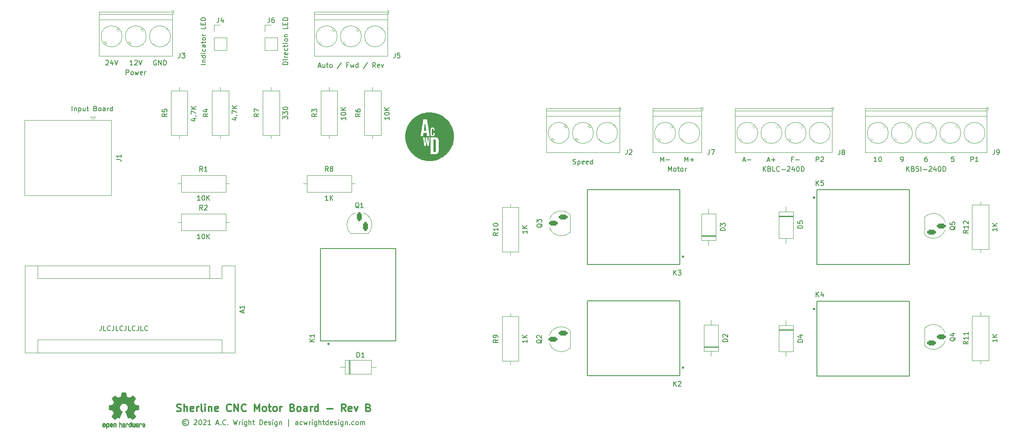
<source format=gto>
%TF.GenerationSoftware,KiCad,Pcbnew,(6.0.1-0)*%
%TF.CreationDate,2022-02-10T21:02:49-06:00*%
%TF.ProjectId,Motor Board,4d6f746f-7220-4426-9f61-72642e6b6963,rev?*%
%TF.SameCoordinates,Original*%
%TF.FileFunction,Legend,Top*%
%TF.FilePolarity,Positive*%
%FSLAX46Y46*%
G04 Gerber Fmt 4.6, Leading zero omitted, Abs format (unit mm)*
G04 Created by KiCad (PCBNEW (6.0.1-0)) date 2022-02-10 21:02:49*
%MOMM*%
%LPD*%
G01*
G04 APERTURE LIST*
G04 Aperture macros list*
%AMRoundRect*
0 Rectangle with rounded corners*
0 $1 Rounding radius*
0 $2 $3 $4 $5 $6 $7 $8 $9 X,Y pos of 4 corners*
0 Add a 4 corners polygon primitive as box body*
4,1,4,$2,$3,$4,$5,$6,$7,$8,$9,$2,$3,0*
0 Add four circle primitives for the rounded corners*
1,1,$1+$1,$2,$3*
1,1,$1+$1,$4,$5*
1,1,$1+$1,$6,$7*
1,1,$1+$1,$8,$9*
0 Add four rect primitives between the rounded corners*
20,1,$1+$1,$2,$3,$4,$5,0*
20,1,$1+$1,$4,$5,$6,$7,0*
20,1,$1+$1,$6,$7,$8,$9,0*
20,1,$1+$1,$8,$9,$2,$3,0*%
G04 Aperture macros list end*
%ADD10C,0.150000*%
%ADD11C,0.300000*%
%ADD12C,0.120000*%
%ADD13C,0.127000*%
%ADD14C,0.010000*%
%ADD15R,2.200000X2.200000*%
%ADD16O,2.200000X2.200000*%
%ADD17C,1.600000*%
%ADD18O,1.600000X1.600000*%
%ADD19R,1.800000X1.100000*%
%ADD20RoundRect,0.275000X-0.625000X0.275000X-0.625000X-0.275000X0.625000X-0.275000X0.625000X0.275000X0*%
%ADD21R,2.600000X2.600000*%
%ADD22C,2.600000*%
%ADD23R,1.980000X1.980000*%
%ADD24C,1.980000*%
%ADD25C,1.935000*%
%ADD26C,3.200000*%
%ADD27RoundRect,0.275000X0.625000X-0.275000X0.625000X0.275000X-0.625000X0.275000X-0.625000X-0.275000X0*%
%ADD28R,1.600000X1.600000*%
%ADD29R,1.100000X1.800000*%
%ADD30RoundRect,0.275000X-0.275000X-0.625000X0.275000X-0.625000X0.275000X0.625000X-0.275000X0.625000X0*%
%ADD31R,1.700000X1.700000*%
%ADD32O,1.700000X1.700000*%
%ADD33R,1.500000X1.500000*%
%ADD34C,1.500000*%
G04 APERTURE END LIST*
D10*
X228690476Y-86452380D02*
X228500000Y-86452380D01*
X228404761Y-86500000D01*
X228357142Y-86547619D01*
X228261904Y-86690476D01*
X228214285Y-86880952D01*
X228214285Y-87261904D01*
X228261904Y-87357142D01*
X228309523Y-87404761D01*
X228404761Y-87452380D01*
X228595238Y-87452380D01*
X228690476Y-87404761D01*
X228738095Y-87357142D01*
X228785714Y-87261904D01*
X228785714Y-87023809D01*
X228738095Y-86928571D01*
X228690476Y-86880952D01*
X228595238Y-86833333D01*
X228404761Y-86833333D01*
X228309523Y-86880952D01*
X228261904Y-86928571D01*
X228214285Y-87023809D01*
X218309523Y-87452380D02*
X217738095Y-87452380D01*
X218023809Y-87452380D02*
X218023809Y-86452380D01*
X217928571Y-86595238D01*
X217833333Y-86690476D01*
X217738095Y-86738095D01*
X218928571Y-86452380D02*
X219023809Y-86452380D01*
X219119047Y-86500000D01*
X219166666Y-86547619D01*
X219214285Y-86642857D01*
X219261904Y-86833333D01*
X219261904Y-87071428D01*
X219214285Y-87261904D01*
X219166666Y-87357142D01*
X219119047Y-87404761D01*
X219023809Y-87452380D01*
X218928571Y-87452380D01*
X218833333Y-87404761D01*
X218785714Y-87357142D01*
X218738095Y-87261904D01*
X218690476Y-87071428D01*
X218690476Y-86833333D01*
X218738095Y-86642857D01*
X218785714Y-86547619D01*
X218833333Y-86500000D01*
X218928571Y-86452380D01*
X237761904Y-87452380D02*
X237761904Y-86452380D01*
X238142857Y-86452380D01*
X238238095Y-86500000D01*
X238285714Y-86547619D01*
X238333333Y-86642857D01*
X238333333Y-86785714D01*
X238285714Y-86880952D01*
X238238095Y-86928571D01*
X238142857Y-86976190D01*
X237761904Y-86976190D01*
X239285714Y-87452380D02*
X238714285Y-87452380D01*
X239000000Y-87452380D02*
X239000000Y-86452380D01*
X238904761Y-86595238D01*
X238809523Y-86690476D01*
X238714285Y-86738095D01*
X205761904Y-87452380D02*
X205761904Y-86452380D01*
X206142857Y-86452380D01*
X206238095Y-86500000D01*
X206285714Y-86547619D01*
X206333333Y-86642857D01*
X206333333Y-86785714D01*
X206285714Y-86880952D01*
X206238095Y-86928571D01*
X206142857Y-86976190D01*
X205761904Y-86976190D01*
X206714285Y-86547619D02*
X206761904Y-86500000D01*
X206857142Y-86452380D01*
X207095238Y-86452380D01*
X207190476Y-86500000D01*
X207238095Y-86547619D01*
X207285714Y-86642857D01*
X207285714Y-86738095D01*
X207238095Y-86880952D01*
X206666666Y-87452380D01*
X207285714Y-87452380D01*
X57880952Y-121452380D02*
X57880952Y-122166666D01*
X57833333Y-122309523D01*
X57738095Y-122404761D01*
X57595238Y-122452380D01*
X57500000Y-122452380D01*
X58833333Y-122452380D02*
X58357142Y-122452380D01*
X58357142Y-121452380D01*
X59738095Y-122357142D02*
X59690476Y-122404761D01*
X59547619Y-122452380D01*
X59452380Y-122452380D01*
X59309523Y-122404761D01*
X59214285Y-122309523D01*
X59166666Y-122214285D01*
X59119047Y-122023809D01*
X59119047Y-121880952D01*
X59166666Y-121690476D01*
X59214285Y-121595238D01*
X59309523Y-121500000D01*
X59452380Y-121452380D01*
X59547619Y-121452380D01*
X59690476Y-121500000D01*
X59738095Y-121547619D01*
X60452380Y-121452380D02*
X60452380Y-122166666D01*
X60404761Y-122309523D01*
X60309523Y-122404761D01*
X60166666Y-122452380D01*
X60071428Y-122452380D01*
X61404761Y-122452380D02*
X60928571Y-122452380D01*
X60928571Y-121452380D01*
X62309523Y-122357142D02*
X62261904Y-122404761D01*
X62119047Y-122452380D01*
X62023809Y-122452380D01*
X61880952Y-122404761D01*
X61785714Y-122309523D01*
X61738095Y-122214285D01*
X61690476Y-122023809D01*
X61690476Y-121880952D01*
X61738095Y-121690476D01*
X61785714Y-121595238D01*
X61880952Y-121500000D01*
X62023809Y-121452380D01*
X62119047Y-121452380D01*
X62261904Y-121500000D01*
X62309523Y-121547619D01*
X63023809Y-121452380D02*
X63023809Y-122166666D01*
X62976190Y-122309523D01*
X62880952Y-122404761D01*
X62738095Y-122452380D01*
X62642857Y-122452380D01*
X63976190Y-122452380D02*
X63500000Y-122452380D01*
X63500000Y-121452380D01*
X64880952Y-122357142D02*
X64833333Y-122404761D01*
X64690476Y-122452380D01*
X64595238Y-122452380D01*
X64452380Y-122404761D01*
X64357142Y-122309523D01*
X64309523Y-122214285D01*
X64261904Y-122023809D01*
X64261904Y-121880952D01*
X64309523Y-121690476D01*
X64357142Y-121595238D01*
X64452380Y-121500000D01*
X64595238Y-121452380D01*
X64690476Y-121452380D01*
X64833333Y-121500000D01*
X64880952Y-121547619D01*
X65595238Y-121452380D02*
X65595238Y-122166666D01*
X65547619Y-122309523D01*
X65452380Y-122404761D01*
X65309523Y-122452380D01*
X65214285Y-122452380D01*
X66547619Y-122452380D02*
X66071428Y-122452380D01*
X66071428Y-121452380D01*
X67452380Y-122357142D02*
X67404761Y-122404761D01*
X67261904Y-122452380D01*
X67166666Y-122452380D01*
X67023809Y-122404761D01*
X66928571Y-122309523D01*
X66880952Y-122214285D01*
X66833333Y-122023809D01*
X66833333Y-121880952D01*
X66880952Y-121690476D01*
X66928571Y-121595238D01*
X67023809Y-121500000D01*
X67166666Y-121452380D01*
X67261904Y-121452380D01*
X67404761Y-121500000D01*
X67452380Y-121547619D01*
X190642857Y-87166666D02*
X191119047Y-87166666D01*
X190547619Y-87452380D02*
X190880952Y-86452380D01*
X191214285Y-87452380D01*
X191547619Y-87071428D02*
X192309523Y-87071428D01*
X223309523Y-87452380D02*
X223500000Y-87452380D01*
X223595238Y-87404761D01*
X223642857Y-87357142D01*
X223738095Y-87214285D01*
X223785714Y-87023809D01*
X223785714Y-86642857D01*
X223738095Y-86547619D01*
X223690476Y-86500000D01*
X223595238Y-86452380D01*
X223404761Y-86452380D01*
X223309523Y-86500000D01*
X223261904Y-86547619D01*
X223214285Y-86642857D01*
X223214285Y-86880952D01*
X223261904Y-86976190D01*
X223309523Y-87023809D01*
X223404761Y-87071428D01*
X223595238Y-87071428D01*
X223690476Y-87023809D01*
X223738095Y-86976190D01*
X223785714Y-86880952D01*
X58809523Y-66547619D02*
X58857142Y-66500000D01*
X58952380Y-66452380D01*
X59190476Y-66452380D01*
X59285714Y-66500000D01*
X59333333Y-66547619D01*
X59380952Y-66642857D01*
X59380952Y-66738095D01*
X59333333Y-66880952D01*
X58761904Y-67452380D01*
X59380952Y-67452380D01*
X60238095Y-66785714D02*
X60238095Y-67452380D01*
X60000000Y-66404761D02*
X59761904Y-67119047D01*
X60380952Y-67119047D01*
X60619047Y-66452380D02*
X60952380Y-67452380D01*
X61285714Y-66452380D01*
X195642857Y-87166666D02*
X196119047Y-87166666D01*
X195547619Y-87452380D02*
X195880952Y-86452380D01*
X196214285Y-87452380D01*
X196547619Y-87071428D02*
X197309523Y-87071428D01*
X196928571Y-87452380D02*
X196928571Y-86690476D01*
X75476190Y-141190476D02*
X75380952Y-141142857D01*
X75190476Y-141142857D01*
X75095238Y-141190476D01*
X75000000Y-141285714D01*
X74952380Y-141380952D01*
X74952380Y-141571428D01*
X75000000Y-141666666D01*
X75095238Y-141761904D01*
X75190476Y-141809523D01*
X75380952Y-141809523D01*
X75476190Y-141761904D01*
X75285714Y-140809523D02*
X75047619Y-140857142D01*
X74809523Y-141000000D01*
X74666666Y-141238095D01*
X74619047Y-141476190D01*
X74666666Y-141714285D01*
X74809523Y-141952380D01*
X75047619Y-142095238D01*
X75285714Y-142142857D01*
X75523809Y-142095238D01*
X75761904Y-141952380D01*
X75904761Y-141714285D01*
X75952380Y-141476190D01*
X75904761Y-141238095D01*
X75761904Y-141000000D01*
X75523809Y-140857142D01*
X75285714Y-140809523D01*
X77095238Y-141047619D02*
X77142857Y-141000000D01*
X77238095Y-140952380D01*
X77476190Y-140952380D01*
X77571428Y-141000000D01*
X77619047Y-141047619D01*
X77666666Y-141142857D01*
X77666666Y-141238095D01*
X77619047Y-141380952D01*
X77047619Y-141952380D01*
X77666666Y-141952380D01*
X78285714Y-140952380D02*
X78380952Y-140952380D01*
X78476190Y-141000000D01*
X78523809Y-141047619D01*
X78571428Y-141142857D01*
X78619047Y-141333333D01*
X78619047Y-141571428D01*
X78571428Y-141761904D01*
X78523809Y-141857142D01*
X78476190Y-141904761D01*
X78380952Y-141952380D01*
X78285714Y-141952380D01*
X78190476Y-141904761D01*
X78142857Y-141857142D01*
X78095238Y-141761904D01*
X78047619Y-141571428D01*
X78047619Y-141333333D01*
X78095238Y-141142857D01*
X78142857Y-141047619D01*
X78190476Y-141000000D01*
X78285714Y-140952380D01*
X79000000Y-141047619D02*
X79047619Y-141000000D01*
X79142857Y-140952380D01*
X79380952Y-140952380D01*
X79476190Y-141000000D01*
X79523809Y-141047619D01*
X79571428Y-141142857D01*
X79571428Y-141238095D01*
X79523809Y-141380952D01*
X78952380Y-141952380D01*
X79571428Y-141952380D01*
X80523809Y-141952380D02*
X79952380Y-141952380D01*
X80238095Y-141952380D02*
X80238095Y-140952380D01*
X80142857Y-141095238D01*
X80047619Y-141190476D01*
X79952380Y-141238095D01*
X81666666Y-141666666D02*
X82142857Y-141666666D01*
X81571428Y-141952380D02*
X81904761Y-140952380D01*
X82238095Y-141952380D01*
X82571428Y-141857142D02*
X82619047Y-141904761D01*
X82571428Y-141952380D01*
X82523809Y-141904761D01*
X82571428Y-141857142D01*
X82571428Y-141952380D01*
X83619047Y-141857142D02*
X83571428Y-141904761D01*
X83428571Y-141952380D01*
X83333333Y-141952380D01*
X83190476Y-141904761D01*
X83095238Y-141809523D01*
X83047619Y-141714285D01*
X83000000Y-141523809D01*
X83000000Y-141380952D01*
X83047619Y-141190476D01*
X83095238Y-141095238D01*
X83190476Y-141000000D01*
X83333333Y-140952380D01*
X83428571Y-140952380D01*
X83571428Y-141000000D01*
X83619047Y-141047619D01*
X84047619Y-141857142D02*
X84095238Y-141904761D01*
X84047619Y-141952380D01*
X84000000Y-141904761D01*
X84047619Y-141857142D01*
X84047619Y-141952380D01*
X85190476Y-140952380D02*
X85428571Y-141952380D01*
X85619047Y-141238095D01*
X85809523Y-141952380D01*
X86047619Y-140952380D01*
X86428571Y-141952380D02*
X86428571Y-141285714D01*
X86428571Y-141476190D02*
X86476190Y-141380952D01*
X86523809Y-141333333D01*
X86619047Y-141285714D01*
X86714285Y-141285714D01*
X87047619Y-141952380D02*
X87047619Y-141285714D01*
X87047619Y-140952380D02*
X87000000Y-141000000D01*
X87047619Y-141047619D01*
X87095238Y-141000000D01*
X87047619Y-140952380D01*
X87047619Y-141047619D01*
X87952380Y-141285714D02*
X87952380Y-142095238D01*
X87904761Y-142190476D01*
X87857142Y-142238095D01*
X87761904Y-142285714D01*
X87619047Y-142285714D01*
X87523809Y-142238095D01*
X87952380Y-141904761D02*
X87857142Y-141952380D01*
X87666666Y-141952380D01*
X87571428Y-141904761D01*
X87523809Y-141857142D01*
X87476190Y-141761904D01*
X87476190Y-141476190D01*
X87523809Y-141380952D01*
X87571428Y-141333333D01*
X87666666Y-141285714D01*
X87857142Y-141285714D01*
X87952380Y-141333333D01*
X88428571Y-141952380D02*
X88428571Y-140952380D01*
X88857142Y-141952380D02*
X88857142Y-141428571D01*
X88809523Y-141333333D01*
X88714285Y-141285714D01*
X88571428Y-141285714D01*
X88476190Y-141333333D01*
X88428571Y-141380952D01*
X89190476Y-141285714D02*
X89571428Y-141285714D01*
X89333333Y-140952380D02*
X89333333Y-141809523D01*
X89380952Y-141904761D01*
X89476190Y-141952380D01*
X89571428Y-141952380D01*
X90666666Y-141952380D02*
X90666666Y-140952380D01*
X90904761Y-140952380D01*
X91047619Y-141000000D01*
X91142857Y-141095238D01*
X91190476Y-141190476D01*
X91238095Y-141380952D01*
X91238095Y-141523809D01*
X91190476Y-141714285D01*
X91142857Y-141809523D01*
X91047619Y-141904761D01*
X90904761Y-141952380D01*
X90666666Y-141952380D01*
X92047619Y-141904761D02*
X91952380Y-141952380D01*
X91761904Y-141952380D01*
X91666666Y-141904761D01*
X91619047Y-141809523D01*
X91619047Y-141428571D01*
X91666666Y-141333333D01*
X91761904Y-141285714D01*
X91952380Y-141285714D01*
X92047619Y-141333333D01*
X92095238Y-141428571D01*
X92095238Y-141523809D01*
X91619047Y-141619047D01*
X92476190Y-141904761D02*
X92571428Y-141952380D01*
X92761904Y-141952380D01*
X92857142Y-141904761D01*
X92904761Y-141809523D01*
X92904761Y-141761904D01*
X92857142Y-141666666D01*
X92761904Y-141619047D01*
X92619047Y-141619047D01*
X92523809Y-141571428D01*
X92476190Y-141476190D01*
X92476190Y-141428571D01*
X92523809Y-141333333D01*
X92619047Y-141285714D01*
X92761904Y-141285714D01*
X92857142Y-141333333D01*
X93333333Y-141952380D02*
X93333333Y-141285714D01*
X93333333Y-140952380D02*
X93285714Y-141000000D01*
X93333333Y-141047619D01*
X93380952Y-141000000D01*
X93333333Y-140952380D01*
X93333333Y-141047619D01*
X94238095Y-141285714D02*
X94238095Y-142095238D01*
X94190476Y-142190476D01*
X94142857Y-142238095D01*
X94047619Y-142285714D01*
X93904761Y-142285714D01*
X93809523Y-142238095D01*
X94238095Y-141904761D02*
X94142857Y-141952380D01*
X93952380Y-141952380D01*
X93857142Y-141904761D01*
X93809523Y-141857142D01*
X93761904Y-141761904D01*
X93761904Y-141476190D01*
X93809523Y-141380952D01*
X93857142Y-141333333D01*
X93952380Y-141285714D01*
X94142857Y-141285714D01*
X94238095Y-141333333D01*
X94714285Y-141285714D02*
X94714285Y-141952380D01*
X94714285Y-141380952D02*
X94761904Y-141333333D01*
X94857142Y-141285714D01*
X95000000Y-141285714D01*
X95095238Y-141333333D01*
X95142857Y-141428571D01*
X95142857Y-141952380D01*
X96619047Y-142285714D02*
X96619047Y-140857142D01*
X98523809Y-141952380D02*
X98523809Y-141428571D01*
X98476190Y-141333333D01*
X98380952Y-141285714D01*
X98190476Y-141285714D01*
X98095238Y-141333333D01*
X98523809Y-141904761D02*
X98428571Y-141952380D01*
X98190476Y-141952380D01*
X98095238Y-141904761D01*
X98047619Y-141809523D01*
X98047619Y-141714285D01*
X98095238Y-141619047D01*
X98190476Y-141571428D01*
X98428571Y-141571428D01*
X98523809Y-141523809D01*
X99428571Y-141904761D02*
X99333333Y-141952380D01*
X99142857Y-141952380D01*
X99047619Y-141904761D01*
X99000000Y-141857142D01*
X98952380Y-141761904D01*
X98952380Y-141476190D01*
X99000000Y-141380952D01*
X99047619Y-141333333D01*
X99142857Y-141285714D01*
X99333333Y-141285714D01*
X99428571Y-141333333D01*
X99761904Y-141285714D02*
X99952380Y-141952380D01*
X100142857Y-141476190D01*
X100333333Y-141952380D01*
X100523809Y-141285714D01*
X100904761Y-141952380D02*
X100904761Y-141285714D01*
X100904761Y-141476190D02*
X100952380Y-141380952D01*
X101000000Y-141333333D01*
X101095238Y-141285714D01*
X101190476Y-141285714D01*
X101523809Y-141952380D02*
X101523809Y-141285714D01*
X101523809Y-140952380D02*
X101476190Y-141000000D01*
X101523809Y-141047619D01*
X101571428Y-141000000D01*
X101523809Y-140952380D01*
X101523809Y-141047619D01*
X102428571Y-141285714D02*
X102428571Y-142095238D01*
X102380952Y-142190476D01*
X102333333Y-142238095D01*
X102238095Y-142285714D01*
X102095238Y-142285714D01*
X102000000Y-142238095D01*
X102428571Y-141904761D02*
X102333333Y-141952380D01*
X102142857Y-141952380D01*
X102047619Y-141904761D01*
X102000000Y-141857142D01*
X101952380Y-141761904D01*
X101952380Y-141476190D01*
X102000000Y-141380952D01*
X102047619Y-141333333D01*
X102142857Y-141285714D01*
X102333333Y-141285714D01*
X102428571Y-141333333D01*
X102904761Y-141952380D02*
X102904761Y-140952380D01*
X103333333Y-141952380D02*
X103333333Y-141428571D01*
X103285714Y-141333333D01*
X103190476Y-141285714D01*
X103047619Y-141285714D01*
X102952380Y-141333333D01*
X102904761Y-141380952D01*
X103666666Y-141285714D02*
X104047619Y-141285714D01*
X103809523Y-140952380D02*
X103809523Y-141809523D01*
X103857142Y-141904761D01*
X103952380Y-141952380D01*
X104047619Y-141952380D01*
X104809523Y-141952380D02*
X104809523Y-140952380D01*
X104809523Y-141904761D02*
X104714285Y-141952380D01*
X104523809Y-141952380D01*
X104428571Y-141904761D01*
X104380952Y-141857142D01*
X104333333Y-141761904D01*
X104333333Y-141476190D01*
X104380952Y-141380952D01*
X104428571Y-141333333D01*
X104523809Y-141285714D01*
X104714285Y-141285714D01*
X104809523Y-141333333D01*
X105666666Y-141904761D02*
X105571428Y-141952380D01*
X105380952Y-141952380D01*
X105285714Y-141904761D01*
X105238095Y-141809523D01*
X105238095Y-141428571D01*
X105285714Y-141333333D01*
X105380952Y-141285714D01*
X105571428Y-141285714D01*
X105666666Y-141333333D01*
X105714285Y-141428571D01*
X105714285Y-141523809D01*
X105238095Y-141619047D01*
X106095238Y-141904761D02*
X106190476Y-141952380D01*
X106380952Y-141952380D01*
X106476190Y-141904761D01*
X106523809Y-141809523D01*
X106523809Y-141761904D01*
X106476190Y-141666666D01*
X106380952Y-141619047D01*
X106238095Y-141619047D01*
X106142857Y-141571428D01*
X106095238Y-141476190D01*
X106095238Y-141428571D01*
X106142857Y-141333333D01*
X106238095Y-141285714D01*
X106380952Y-141285714D01*
X106476190Y-141333333D01*
X106952380Y-141952380D02*
X106952380Y-141285714D01*
X106952380Y-140952380D02*
X106904761Y-141000000D01*
X106952380Y-141047619D01*
X107000000Y-141000000D01*
X106952380Y-140952380D01*
X106952380Y-141047619D01*
X107857142Y-141285714D02*
X107857142Y-142095238D01*
X107809523Y-142190476D01*
X107761904Y-142238095D01*
X107666666Y-142285714D01*
X107523809Y-142285714D01*
X107428571Y-142238095D01*
X107857142Y-141904761D02*
X107761904Y-141952380D01*
X107571428Y-141952380D01*
X107476190Y-141904761D01*
X107428571Y-141857142D01*
X107380952Y-141761904D01*
X107380952Y-141476190D01*
X107428571Y-141380952D01*
X107476190Y-141333333D01*
X107571428Y-141285714D01*
X107761904Y-141285714D01*
X107857142Y-141333333D01*
X108333333Y-141285714D02*
X108333333Y-141952380D01*
X108333333Y-141380952D02*
X108380952Y-141333333D01*
X108476190Y-141285714D01*
X108619047Y-141285714D01*
X108714285Y-141333333D01*
X108761904Y-141428571D01*
X108761904Y-141952380D01*
X109238095Y-141857142D02*
X109285714Y-141904761D01*
X109238095Y-141952380D01*
X109190476Y-141904761D01*
X109238095Y-141857142D01*
X109238095Y-141952380D01*
X110142857Y-141904761D02*
X110047619Y-141952380D01*
X109857142Y-141952380D01*
X109761904Y-141904761D01*
X109714285Y-141857142D01*
X109666666Y-141761904D01*
X109666666Y-141476190D01*
X109714285Y-141380952D01*
X109761904Y-141333333D01*
X109857142Y-141285714D01*
X110047619Y-141285714D01*
X110142857Y-141333333D01*
X110714285Y-141952380D02*
X110619047Y-141904761D01*
X110571428Y-141857142D01*
X110523809Y-141761904D01*
X110523809Y-141476190D01*
X110571428Y-141380952D01*
X110619047Y-141333333D01*
X110714285Y-141285714D01*
X110857142Y-141285714D01*
X110952380Y-141333333D01*
X111000000Y-141380952D01*
X111047619Y-141476190D01*
X111047619Y-141761904D01*
X111000000Y-141857142D01*
X110952380Y-141904761D01*
X110857142Y-141952380D01*
X110714285Y-141952380D01*
X111476190Y-141952380D02*
X111476190Y-141285714D01*
X111476190Y-141380952D02*
X111523809Y-141333333D01*
X111619047Y-141285714D01*
X111761904Y-141285714D01*
X111857142Y-141333333D01*
X111904761Y-141428571D01*
X111904761Y-141952380D01*
X111904761Y-141428571D02*
X111952380Y-141333333D01*
X112047619Y-141285714D01*
X112190476Y-141285714D01*
X112285714Y-141333333D01*
X112333333Y-141428571D01*
X112333333Y-141952380D01*
X173547619Y-87452380D02*
X173547619Y-86452380D01*
X173880952Y-87166666D01*
X174214285Y-86452380D01*
X174214285Y-87452380D01*
X174690476Y-87071428D02*
X175452380Y-87071428D01*
X201023809Y-86928571D02*
X200690476Y-86928571D01*
X200690476Y-87452380D02*
X200690476Y-86452380D01*
X201166666Y-86452380D01*
X201547619Y-87071428D02*
X202309523Y-87071428D01*
X69238095Y-66500000D02*
X69142857Y-66452380D01*
X69000000Y-66452380D01*
X68857142Y-66500000D01*
X68761904Y-66595238D01*
X68714285Y-66690476D01*
X68666666Y-66880952D01*
X68666666Y-67023809D01*
X68714285Y-67214285D01*
X68761904Y-67309523D01*
X68857142Y-67404761D01*
X69000000Y-67452380D01*
X69095238Y-67452380D01*
X69238095Y-67404761D01*
X69285714Y-67357142D01*
X69285714Y-67023809D01*
X69095238Y-67023809D01*
X69714285Y-67452380D02*
X69714285Y-66452380D01*
X70285714Y-67452380D01*
X70285714Y-66452380D01*
X70761904Y-67452380D02*
X70761904Y-66452380D01*
X71000000Y-66452380D01*
X71142857Y-66500000D01*
X71238095Y-66595238D01*
X71285714Y-66690476D01*
X71333333Y-66880952D01*
X71333333Y-67023809D01*
X71285714Y-67214285D01*
X71238095Y-67309523D01*
X71142857Y-67404761D01*
X71000000Y-67452380D01*
X70761904Y-67452380D01*
X234238095Y-86452380D02*
X233761904Y-86452380D01*
X233714285Y-86928571D01*
X233761904Y-86880952D01*
X233857142Y-86833333D01*
X234095238Y-86833333D01*
X234190476Y-86880952D01*
X234238095Y-86928571D01*
X234285714Y-87023809D01*
X234285714Y-87261904D01*
X234238095Y-87357142D01*
X234190476Y-87404761D01*
X234095238Y-87452380D01*
X233857142Y-87452380D01*
X233761904Y-87404761D01*
X233714285Y-87357142D01*
X64380952Y-67452380D02*
X63809523Y-67452380D01*
X64095238Y-67452380D02*
X64095238Y-66452380D01*
X64000000Y-66595238D01*
X63904761Y-66690476D01*
X63809523Y-66738095D01*
X64761904Y-66547619D02*
X64809523Y-66500000D01*
X64904761Y-66452380D01*
X65142857Y-66452380D01*
X65238095Y-66500000D01*
X65285714Y-66547619D01*
X65333333Y-66642857D01*
X65333333Y-66738095D01*
X65285714Y-66880952D01*
X64714285Y-67452380D01*
X65333333Y-67452380D01*
X65619047Y-66452380D02*
X65952380Y-67452380D01*
X66285714Y-66452380D01*
X178547619Y-87452380D02*
X178547619Y-86452380D01*
X178880952Y-87166666D01*
X179214285Y-86452380D01*
X179214285Y-87452380D01*
X179690476Y-87071428D02*
X180452380Y-87071428D01*
X180071428Y-87452380D02*
X180071428Y-86690476D01*
D11*
X73500000Y-139107142D02*
X73714285Y-139178571D01*
X74071428Y-139178571D01*
X74214285Y-139107142D01*
X74285714Y-139035714D01*
X74357142Y-138892857D01*
X74357142Y-138750000D01*
X74285714Y-138607142D01*
X74214285Y-138535714D01*
X74071428Y-138464285D01*
X73785714Y-138392857D01*
X73642857Y-138321428D01*
X73571428Y-138250000D01*
X73500000Y-138107142D01*
X73500000Y-137964285D01*
X73571428Y-137821428D01*
X73642857Y-137750000D01*
X73785714Y-137678571D01*
X74142857Y-137678571D01*
X74357142Y-137750000D01*
X75000000Y-139178571D02*
X75000000Y-137678571D01*
X75642857Y-139178571D02*
X75642857Y-138392857D01*
X75571428Y-138250000D01*
X75428571Y-138178571D01*
X75214285Y-138178571D01*
X75071428Y-138250000D01*
X75000000Y-138321428D01*
X76928571Y-139107142D02*
X76785714Y-139178571D01*
X76500000Y-139178571D01*
X76357142Y-139107142D01*
X76285714Y-138964285D01*
X76285714Y-138392857D01*
X76357142Y-138250000D01*
X76500000Y-138178571D01*
X76785714Y-138178571D01*
X76928571Y-138250000D01*
X77000000Y-138392857D01*
X77000000Y-138535714D01*
X76285714Y-138678571D01*
X77642857Y-139178571D02*
X77642857Y-138178571D01*
X77642857Y-138464285D02*
X77714285Y-138321428D01*
X77785714Y-138250000D01*
X77928571Y-138178571D01*
X78071428Y-138178571D01*
X78785714Y-139178571D02*
X78642857Y-139107142D01*
X78571428Y-138964285D01*
X78571428Y-137678571D01*
X79357142Y-139178571D02*
X79357142Y-138178571D01*
X79357142Y-137678571D02*
X79285714Y-137750000D01*
X79357142Y-137821428D01*
X79428571Y-137750000D01*
X79357142Y-137678571D01*
X79357142Y-137821428D01*
X80071428Y-138178571D02*
X80071428Y-139178571D01*
X80071428Y-138321428D02*
X80142857Y-138250000D01*
X80285714Y-138178571D01*
X80500000Y-138178571D01*
X80642857Y-138250000D01*
X80714285Y-138392857D01*
X80714285Y-139178571D01*
X82000000Y-139107142D02*
X81857142Y-139178571D01*
X81571428Y-139178571D01*
X81428571Y-139107142D01*
X81357142Y-138964285D01*
X81357142Y-138392857D01*
X81428571Y-138250000D01*
X81571428Y-138178571D01*
X81857142Y-138178571D01*
X82000000Y-138250000D01*
X82071428Y-138392857D01*
X82071428Y-138535714D01*
X81357142Y-138678571D01*
X84714285Y-139035714D02*
X84642857Y-139107142D01*
X84428571Y-139178571D01*
X84285714Y-139178571D01*
X84071428Y-139107142D01*
X83928571Y-138964285D01*
X83857142Y-138821428D01*
X83785714Y-138535714D01*
X83785714Y-138321428D01*
X83857142Y-138035714D01*
X83928571Y-137892857D01*
X84071428Y-137750000D01*
X84285714Y-137678571D01*
X84428571Y-137678571D01*
X84642857Y-137750000D01*
X84714285Y-137821428D01*
X85357142Y-139178571D02*
X85357142Y-137678571D01*
X86214285Y-139178571D01*
X86214285Y-137678571D01*
X87785714Y-139035714D02*
X87714285Y-139107142D01*
X87500000Y-139178571D01*
X87357142Y-139178571D01*
X87142857Y-139107142D01*
X87000000Y-138964285D01*
X86928571Y-138821428D01*
X86857142Y-138535714D01*
X86857142Y-138321428D01*
X86928571Y-138035714D01*
X87000000Y-137892857D01*
X87142857Y-137750000D01*
X87357142Y-137678571D01*
X87500000Y-137678571D01*
X87714285Y-137750000D01*
X87785714Y-137821428D01*
X89571428Y-139178571D02*
X89571428Y-137678571D01*
X90071428Y-138750000D01*
X90571428Y-137678571D01*
X90571428Y-139178571D01*
X91500000Y-139178571D02*
X91357142Y-139107142D01*
X91285714Y-139035714D01*
X91214285Y-138892857D01*
X91214285Y-138464285D01*
X91285714Y-138321428D01*
X91357142Y-138250000D01*
X91500000Y-138178571D01*
X91714285Y-138178571D01*
X91857142Y-138250000D01*
X91928571Y-138321428D01*
X92000000Y-138464285D01*
X92000000Y-138892857D01*
X91928571Y-139035714D01*
X91857142Y-139107142D01*
X91714285Y-139178571D01*
X91500000Y-139178571D01*
X92428571Y-138178571D02*
X93000000Y-138178571D01*
X92642857Y-137678571D02*
X92642857Y-138964285D01*
X92714285Y-139107142D01*
X92857142Y-139178571D01*
X93000000Y-139178571D01*
X93714285Y-139178571D02*
X93571428Y-139107142D01*
X93500000Y-139035714D01*
X93428571Y-138892857D01*
X93428571Y-138464285D01*
X93500000Y-138321428D01*
X93571428Y-138250000D01*
X93714285Y-138178571D01*
X93928571Y-138178571D01*
X94071428Y-138250000D01*
X94142857Y-138321428D01*
X94214285Y-138464285D01*
X94214285Y-138892857D01*
X94142857Y-139035714D01*
X94071428Y-139107142D01*
X93928571Y-139178571D01*
X93714285Y-139178571D01*
X94857142Y-139178571D02*
X94857142Y-138178571D01*
X94857142Y-138464285D02*
X94928571Y-138321428D01*
X95000000Y-138250000D01*
X95142857Y-138178571D01*
X95285714Y-138178571D01*
X97428571Y-138392857D02*
X97642857Y-138464285D01*
X97714285Y-138535714D01*
X97785714Y-138678571D01*
X97785714Y-138892857D01*
X97714285Y-139035714D01*
X97642857Y-139107142D01*
X97500000Y-139178571D01*
X96928571Y-139178571D01*
X96928571Y-137678571D01*
X97428571Y-137678571D01*
X97571428Y-137750000D01*
X97642857Y-137821428D01*
X97714285Y-137964285D01*
X97714285Y-138107142D01*
X97642857Y-138250000D01*
X97571428Y-138321428D01*
X97428571Y-138392857D01*
X96928571Y-138392857D01*
X98642857Y-139178571D02*
X98500000Y-139107142D01*
X98428571Y-139035714D01*
X98357142Y-138892857D01*
X98357142Y-138464285D01*
X98428571Y-138321428D01*
X98500000Y-138250000D01*
X98642857Y-138178571D01*
X98857142Y-138178571D01*
X99000000Y-138250000D01*
X99071428Y-138321428D01*
X99142857Y-138464285D01*
X99142857Y-138892857D01*
X99071428Y-139035714D01*
X99000000Y-139107142D01*
X98857142Y-139178571D01*
X98642857Y-139178571D01*
X100428571Y-139178571D02*
X100428571Y-138392857D01*
X100357142Y-138250000D01*
X100214285Y-138178571D01*
X99928571Y-138178571D01*
X99785714Y-138250000D01*
X100428571Y-139107142D02*
X100285714Y-139178571D01*
X99928571Y-139178571D01*
X99785714Y-139107142D01*
X99714285Y-138964285D01*
X99714285Y-138821428D01*
X99785714Y-138678571D01*
X99928571Y-138607142D01*
X100285714Y-138607142D01*
X100428571Y-138535714D01*
X101142857Y-139178571D02*
X101142857Y-138178571D01*
X101142857Y-138464285D02*
X101214285Y-138321428D01*
X101285714Y-138250000D01*
X101428571Y-138178571D01*
X101571428Y-138178571D01*
X102714285Y-139178571D02*
X102714285Y-137678571D01*
X102714285Y-139107142D02*
X102571428Y-139178571D01*
X102285714Y-139178571D01*
X102142857Y-139107142D01*
X102071428Y-139035714D01*
X102000000Y-138892857D01*
X102000000Y-138464285D01*
X102071428Y-138321428D01*
X102142857Y-138250000D01*
X102285714Y-138178571D01*
X102571428Y-138178571D01*
X102714285Y-138250000D01*
X104571428Y-138607142D02*
X105714285Y-138607142D01*
X108428571Y-139178571D02*
X107928571Y-138464285D01*
X107571428Y-139178571D02*
X107571428Y-137678571D01*
X108142857Y-137678571D01*
X108285714Y-137750000D01*
X108357142Y-137821428D01*
X108428571Y-137964285D01*
X108428571Y-138178571D01*
X108357142Y-138321428D01*
X108285714Y-138392857D01*
X108142857Y-138464285D01*
X107571428Y-138464285D01*
X109642857Y-139107142D02*
X109500000Y-139178571D01*
X109214285Y-139178571D01*
X109071428Y-139107142D01*
X109000000Y-138964285D01*
X109000000Y-138392857D01*
X109071428Y-138250000D01*
X109214285Y-138178571D01*
X109500000Y-138178571D01*
X109642857Y-138250000D01*
X109714285Y-138392857D01*
X109714285Y-138535714D01*
X109000000Y-138678571D01*
X110214285Y-138178571D02*
X110571428Y-139178571D01*
X110928571Y-138178571D01*
X113142857Y-138392857D02*
X113357142Y-138464285D01*
X113428571Y-138535714D01*
X113500000Y-138678571D01*
X113500000Y-138892857D01*
X113428571Y-139035714D01*
X113357142Y-139107142D01*
X113214285Y-139178571D01*
X112642857Y-139178571D01*
X112642857Y-137678571D01*
X113142857Y-137678571D01*
X113285714Y-137750000D01*
X113357142Y-137821428D01*
X113428571Y-137964285D01*
X113428571Y-138107142D01*
X113357142Y-138250000D01*
X113285714Y-138321428D01*
X113142857Y-138392857D01*
X112642857Y-138392857D01*
D10*
X202952380Y-124818095D02*
X201952380Y-124818095D01*
X201952380Y-124580000D01*
X202000000Y-124437142D01*
X202095238Y-124341904D01*
X202190476Y-124294285D01*
X202380952Y-124246666D01*
X202523809Y-124246666D01*
X202714285Y-124294285D01*
X202809523Y-124341904D01*
X202904761Y-124437142D01*
X202952380Y-124580000D01*
X202952380Y-124818095D01*
X202285714Y-123389523D02*
X202952380Y-123389523D01*
X201904761Y-123627619D02*
X202619047Y-123865714D01*
X202619047Y-123246666D01*
X139952380Y-124316666D02*
X139476190Y-124650000D01*
X139952380Y-124888095D02*
X138952380Y-124888095D01*
X138952380Y-124507142D01*
X139000000Y-124411904D01*
X139047619Y-124364285D01*
X139142857Y-124316666D01*
X139285714Y-124316666D01*
X139380952Y-124364285D01*
X139428571Y-124411904D01*
X139476190Y-124507142D01*
X139476190Y-124888095D01*
X139952380Y-123840476D02*
X139952380Y-123650000D01*
X139904761Y-123554761D01*
X139857142Y-123507142D01*
X139714285Y-123411904D01*
X139523809Y-123364285D01*
X139142857Y-123364285D01*
X139047619Y-123411904D01*
X139000000Y-123459523D01*
X138952380Y-123554761D01*
X138952380Y-123745238D01*
X139000000Y-123840476D01*
X139047619Y-123888095D01*
X139142857Y-123935714D01*
X139380952Y-123935714D01*
X139476190Y-123888095D01*
X139523809Y-123840476D01*
X139571428Y-123745238D01*
X139571428Y-123554761D01*
X139523809Y-123459523D01*
X139476190Y-123411904D01*
X139380952Y-123364285D01*
X145952380Y-124364285D02*
X145952380Y-124935714D01*
X145952380Y-124650000D02*
X144952380Y-124650000D01*
X145095238Y-124745238D01*
X145190476Y-124840476D01*
X145238095Y-124935714D01*
X145952380Y-123935714D02*
X144952380Y-123935714D01*
X145952380Y-123364285D02*
X145380952Y-123792857D01*
X144952380Y-123364285D02*
X145523809Y-123935714D01*
X234547619Y-123865238D02*
X234500000Y-123960476D01*
X234404761Y-124055714D01*
X234261904Y-124198571D01*
X234214285Y-124293809D01*
X234214285Y-124389047D01*
X234452380Y-124341428D02*
X234404761Y-124436666D01*
X234309523Y-124531904D01*
X234119047Y-124579523D01*
X233785714Y-124579523D01*
X233595238Y-124531904D01*
X233500000Y-124436666D01*
X233452380Y-124341428D01*
X233452380Y-124150952D01*
X233500000Y-124055714D01*
X233595238Y-123960476D01*
X233785714Y-123912857D01*
X234119047Y-123912857D01*
X234309523Y-123960476D01*
X234404761Y-124055714D01*
X234452380Y-124150952D01*
X234452380Y-124341428D01*
X233785714Y-123055714D02*
X234452380Y-123055714D01*
X233404761Y-123293809D02*
X234119047Y-123531904D01*
X234119047Y-122912857D01*
X242666666Y-84952380D02*
X242666666Y-85666666D01*
X242619047Y-85809523D01*
X242523809Y-85904761D01*
X242380952Y-85952380D01*
X242285714Y-85952380D01*
X243190476Y-85952380D02*
X243380952Y-85952380D01*
X243476190Y-85904761D01*
X243523809Y-85857142D01*
X243619047Y-85714285D01*
X243666666Y-85523809D01*
X243666666Y-85142857D01*
X243619047Y-85047619D01*
X243571428Y-85000000D01*
X243476190Y-84952380D01*
X243285714Y-84952380D01*
X243190476Y-85000000D01*
X243142857Y-85047619D01*
X243095238Y-85142857D01*
X243095238Y-85380952D01*
X243142857Y-85476190D01*
X243190476Y-85523809D01*
X243285714Y-85571428D01*
X243476190Y-85571428D01*
X243571428Y-85523809D01*
X243619047Y-85476190D01*
X243666666Y-85380952D01*
X224476190Y-89452380D02*
X224476190Y-88452380D01*
X225047619Y-89452380D02*
X224619047Y-88880952D01*
X225047619Y-88452380D02*
X224476190Y-89023809D01*
X225809523Y-88928571D02*
X225952380Y-88976190D01*
X226000000Y-89023809D01*
X226047619Y-89119047D01*
X226047619Y-89261904D01*
X226000000Y-89357142D01*
X225952380Y-89404761D01*
X225857142Y-89452380D01*
X225476190Y-89452380D01*
X225476190Y-88452380D01*
X225809523Y-88452380D01*
X225904761Y-88500000D01*
X225952380Y-88547619D01*
X226000000Y-88642857D01*
X226000000Y-88738095D01*
X225952380Y-88833333D01*
X225904761Y-88880952D01*
X225809523Y-88928571D01*
X225476190Y-88928571D01*
X226428571Y-89404761D02*
X226571428Y-89452380D01*
X226809523Y-89452380D01*
X226904761Y-89404761D01*
X226952380Y-89357142D01*
X227000000Y-89261904D01*
X227000000Y-89166666D01*
X226952380Y-89071428D01*
X226904761Y-89023809D01*
X226809523Y-88976190D01*
X226619047Y-88928571D01*
X226523809Y-88880952D01*
X226476190Y-88833333D01*
X226428571Y-88738095D01*
X226428571Y-88642857D01*
X226476190Y-88547619D01*
X226523809Y-88500000D01*
X226619047Y-88452380D01*
X226857142Y-88452380D01*
X227000000Y-88500000D01*
X227428571Y-89452380D02*
X227428571Y-88452380D01*
X227904761Y-89071428D02*
X228666666Y-89071428D01*
X229095238Y-88547619D02*
X229142857Y-88500000D01*
X229238095Y-88452380D01*
X229476190Y-88452380D01*
X229571428Y-88500000D01*
X229619047Y-88547619D01*
X229666666Y-88642857D01*
X229666666Y-88738095D01*
X229619047Y-88880952D01*
X229047619Y-89452380D01*
X229666666Y-89452380D01*
X230523809Y-88785714D02*
X230523809Y-89452380D01*
X230285714Y-88404761D02*
X230047619Y-89119047D01*
X230666666Y-89119047D01*
X231238095Y-88452380D02*
X231333333Y-88452380D01*
X231428571Y-88500000D01*
X231476190Y-88547619D01*
X231523809Y-88642857D01*
X231571428Y-88833333D01*
X231571428Y-89071428D01*
X231523809Y-89261904D01*
X231476190Y-89357142D01*
X231428571Y-89404761D01*
X231333333Y-89452380D01*
X231238095Y-89452380D01*
X231142857Y-89404761D01*
X231095238Y-89357142D01*
X231047619Y-89261904D01*
X231000000Y-89071428D01*
X231000000Y-88833333D01*
X231047619Y-88642857D01*
X231095238Y-88547619D01*
X231142857Y-88500000D01*
X231238095Y-88452380D01*
X232000000Y-89452380D02*
X232000000Y-88452380D01*
X232238095Y-88452380D01*
X232380952Y-88500000D01*
X232476190Y-88595238D01*
X232523809Y-88690476D01*
X232571428Y-88880952D01*
X232571428Y-89023809D01*
X232523809Y-89214285D01*
X232476190Y-89309523D01*
X232380952Y-89404761D01*
X232238095Y-89452380D01*
X232000000Y-89452380D01*
X205761835Y-115452423D02*
X205761835Y-114452329D01*
X206333317Y-115452423D02*
X205904705Y-114880941D01*
X206333317Y-114452329D02*
X205761835Y-115023811D01*
X207190541Y-114785694D02*
X207190541Y-115452423D01*
X206952423Y-114404705D02*
X206714305Y-115119058D01*
X207333411Y-115119058D01*
X176261835Y-110952423D02*
X176261835Y-109952329D01*
X176833317Y-110952423D02*
X176404705Y-110380941D01*
X176833317Y-109952329D02*
X176261835Y-110523811D01*
X177166682Y-109952329D02*
X177785788Y-109952329D01*
X177452423Y-110333317D01*
X177595294Y-110333317D01*
X177690541Y-110380941D01*
X177738164Y-110428564D01*
X177785788Y-110523811D01*
X177785788Y-110761929D01*
X177738164Y-110857176D01*
X177690541Y-110904799D01*
X177595294Y-110952423D01*
X177309552Y-110952423D01*
X177214305Y-110904799D01*
X177166682Y-110857176D01*
X149067619Y-100325238D02*
X149020000Y-100420476D01*
X148924761Y-100515714D01*
X148781904Y-100658571D01*
X148734285Y-100753809D01*
X148734285Y-100849047D01*
X148972380Y-100801428D02*
X148924761Y-100896666D01*
X148829523Y-100991904D01*
X148639047Y-101039523D01*
X148305714Y-101039523D01*
X148115238Y-100991904D01*
X148020000Y-100896666D01*
X147972380Y-100801428D01*
X147972380Y-100610952D01*
X148020000Y-100515714D01*
X148115238Y-100420476D01*
X148305714Y-100372857D01*
X148639047Y-100372857D01*
X148829523Y-100420476D01*
X148924761Y-100515714D01*
X148972380Y-100610952D01*
X148972380Y-100801428D01*
X147972380Y-100039523D02*
X147972380Y-99420476D01*
X148353333Y-99753809D01*
X148353333Y-99610952D01*
X148400952Y-99515714D01*
X148448571Y-99468095D01*
X148543809Y-99420476D01*
X148781904Y-99420476D01*
X148877142Y-99468095D01*
X148924761Y-99515714D01*
X148972380Y-99610952D01*
X148972380Y-99896666D01*
X148924761Y-99991904D01*
X148877142Y-100039523D01*
X186952380Y-101738095D02*
X185952380Y-101738095D01*
X185952380Y-101500000D01*
X186000000Y-101357142D01*
X186095238Y-101261904D01*
X186190476Y-101214285D01*
X186380952Y-101166666D01*
X186523809Y-101166666D01*
X186714285Y-101214285D01*
X186809523Y-101261904D01*
X186904761Y-101357142D01*
X186952380Y-101500000D01*
X186952380Y-101738095D01*
X185952380Y-100833333D02*
X185952380Y-100214285D01*
X186333333Y-100547619D01*
X186333333Y-100404761D01*
X186380952Y-100309523D01*
X186428571Y-100261904D01*
X186523809Y-100214285D01*
X186761904Y-100214285D01*
X186857142Y-100261904D01*
X186904761Y-100309523D01*
X186952380Y-100404761D01*
X186952380Y-100690476D01*
X186904761Y-100785714D01*
X186857142Y-100833333D01*
X104833333Y-89452380D02*
X104500000Y-88976190D01*
X104261904Y-89452380D02*
X104261904Y-88452380D01*
X104642857Y-88452380D01*
X104738095Y-88500000D01*
X104785714Y-88547619D01*
X104833333Y-88642857D01*
X104833333Y-88785714D01*
X104785714Y-88880952D01*
X104738095Y-88928571D01*
X104642857Y-88976190D01*
X104261904Y-88976190D01*
X105404761Y-88880952D02*
X105309523Y-88833333D01*
X105261904Y-88785714D01*
X105214285Y-88690476D01*
X105214285Y-88642857D01*
X105261904Y-88547619D01*
X105309523Y-88500000D01*
X105404761Y-88452380D01*
X105595238Y-88452380D01*
X105690476Y-88500000D01*
X105738095Y-88547619D01*
X105785714Y-88642857D01*
X105785714Y-88690476D01*
X105738095Y-88785714D01*
X105690476Y-88833333D01*
X105595238Y-88880952D01*
X105404761Y-88880952D01*
X105309523Y-88928571D01*
X105261904Y-88976190D01*
X105214285Y-89071428D01*
X105214285Y-89261904D01*
X105261904Y-89357142D01*
X105309523Y-89404761D01*
X105404761Y-89452380D01*
X105595238Y-89452380D01*
X105690476Y-89404761D01*
X105738095Y-89357142D01*
X105785714Y-89261904D01*
X105785714Y-89071428D01*
X105738095Y-88976190D01*
X105690476Y-88928571D01*
X105595238Y-88880952D01*
X104785714Y-95452380D02*
X104214285Y-95452380D01*
X104500000Y-95452380D02*
X104500000Y-94452380D01*
X104404761Y-94595238D01*
X104309523Y-94690476D01*
X104214285Y-94738095D01*
X105214285Y-95452380D02*
X105214285Y-94452380D01*
X105785714Y-95452380D02*
X105357142Y-94880952D01*
X105785714Y-94452380D02*
X105214285Y-95023809D01*
X202952380Y-101238095D02*
X201952380Y-101238095D01*
X201952380Y-101000000D01*
X202000000Y-100857142D01*
X202095238Y-100761904D01*
X202190476Y-100714285D01*
X202380952Y-100666666D01*
X202523809Y-100666666D01*
X202714285Y-100714285D01*
X202809523Y-100761904D01*
X202904761Y-100857142D01*
X202952380Y-101000000D01*
X202952380Y-101238095D01*
X201952380Y-99761904D02*
X201952380Y-100238095D01*
X202428571Y-100285714D01*
X202380952Y-100238095D01*
X202333333Y-100142857D01*
X202333333Y-99904761D01*
X202380952Y-99809523D01*
X202428571Y-99761904D01*
X202523809Y-99714285D01*
X202761904Y-99714285D01*
X202857142Y-99761904D01*
X202904761Y-99809523D01*
X202952380Y-99904761D01*
X202952380Y-100142857D01*
X202904761Y-100238095D01*
X202857142Y-100285714D01*
X139952380Y-102142857D02*
X139476190Y-102476190D01*
X139952380Y-102714285D02*
X138952380Y-102714285D01*
X138952380Y-102333333D01*
X139000000Y-102238095D01*
X139047619Y-102190476D01*
X139142857Y-102142857D01*
X139285714Y-102142857D01*
X139380952Y-102190476D01*
X139428571Y-102238095D01*
X139476190Y-102333333D01*
X139476190Y-102714285D01*
X139952380Y-101190476D02*
X139952380Y-101761904D01*
X139952380Y-101476190D02*
X138952380Y-101476190D01*
X139095238Y-101571428D01*
X139190476Y-101666666D01*
X139238095Y-101761904D01*
X138952380Y-100571428D02*
X138952380Y-100476190D01*
X139000000Y-100380952D01*
X139047619Y-100333333D01*
X139142857Y-100285714D01*
X139333333Y-100238095D01*
X139571428Y-100238095D01*
X139761904Y-100285714D01*
X139857142Y-100333333D01*
X139904761Y-100380952D01*
X139952380Y-100476190D01*
X139952380Y-100571428D01*
X139904761Y-100666666D01*
X139857142Y-100714285D01*
X139761904Y-100761904D01*
X139571428Y-100809523D01*
X139333333Y-100809523D01*
X139142857Y-100761904D01*
X139047619Y-100714285D01*
X139000000Y-100666666D01*
X138952380Y-100571428D01*
X145952380Y-101714285D02*
X145952380Y-102285714D01*
X145952380Y-102000000D02*
X144952380Y-102000000D01*
X145095238Y-102095238D01*
X145190476Y-102190476D01*
X145238095Y-102285714D01*
X145952380Y-101285714D02*
X144952380Y-101285714D01*
X145952380Y-100714285D02*
X145380952Y-101142857D01*
X144952380Y-100714285D02*
X145523809Y-101285714D01*
X78833333Y-89452380D02*
X78500000Y-88976190D01*
X78261904Y-89452380D02*
X78261904Y-88452380D01*
X78642857Y-88452380D01*
X78738095Y-88500000D01*
X78785714Y-88547619D01*
X78833333Y-88642857D01*
X78833333Y-88785714D01*
X78785714Y-88880952D01*
X78738095Y-88928571D01*
X78642857Y-88976190D01*
X78261904Y-88976190D01*
X79785714Y-89452380D02*
X79214285Y-89452380D01*
X79500000Y-89452380D02*
X79500000Y-88452380D01*
X79404761Y-88595238D01*
X79309523Y-88690476D01*
X79214285Y-88738095D01*
X78309523Y-95452380D02*
X77738095Y-95452380D01*
X78023809Y-95452380D02*
X78023809Y-94452380D01*
X77928571Y-94595238D01*
X77833333Y-94690476D01*
X77738095Y-94738095D01*
X78928571Y-94452380D02*
X79023809Y-94452380D01*
X79119047Y-94500000D01*
X79166666Y-94547619D01*
X79214285Y-94642857D01*
X79261904Y-94833333D01*
X79261904Y-95071428D01*
X79214285Y-95261904D01*
X79166666Y-95357142D01*
X79119047Y-95404761D01*
X79023809Y-95452380D01*
X78928571Y-95452380D01*
X78833333Y-95404761D01*
X78785714Y-95357142D01*
X78738095Y-95261904D01*
X78690476Y-95071428D01*
X78690476Y-94833333D01*
X78738095Y-94642857D01*
X78785714Y-94547619D01*
X78833333Y-94500000D01*
X78928571Y-94452380D01*
X79690476Y-95452380D02*
X79690476Y-94452380D01*
X80261904Y-95452380D02*
X79833333Y-94880952D01*
X80261904Y-94452380D02*
X79690476Y-95023809D01*
X111452380Y-77516666D02*
X110976190Y-77850000D01*
X111452380Y-78088095D02*
X110452380Y-78088095D01*
X110452380Y-77707142D01*
X110500000Y-77611904D01*
X110547619Y-77564285D01*
X110642857Y-77516666D01*
X110785714Y-77516666D01*
X110880952Y-77564285D01*
X110928571Y-77611904D01*
X110976190Y-77707142D01*
X110976190Y-78088095D01*
X110452380Y-76659523D02*
X110452380Y-76850000D01*
X110500000Y-76945238D01*
X110547619Y-76992857D01*
X110690476Y-77088095D01*
X110880952Y-77135714D01*
X111261904Y-77135714D01*
X111357142Y-77088095D01*
X111404761Y-77040476D01*
X111452380Y-76945238D01*
X111452380Y-76754761D01*
X111404761Y-76659523D01*
X111357142Y-76611904D01*
X111261904Y-76564285D01*
X111023809Y-76564285D01*
X110928571Y-76611904D01*
X110880952Y-76659523D01*
X110833333Y-76754761D01*
X110833333Y-76945238D01*
X110880952Y-77040476D01*
X110928571Y-77088095D01*
X111023809Y-77135714D01*
X117452380Y-78190476D02*
X117452380Y-78761904D01*
X117452380Y-78476190D02*
X116452380Y-78476190D01*
X116595238Y-78571428D01*
X116690476Y-78666666D01*
X116738095Y-78761904D01*
X116452380Y-77571428D02*
X116452380Y-77476190D01*
X116500000Y-77380952D01*
X116547619Y-77333333D01*
X116642857Y-77285714D01*
X116833333Y-77238095D01*
X117071428Y-77238095D01*
X117261904Y-77285714D01*
X117357142Y-77333333D01*
X117404761Y-77380952D01*
X117452380Y-77476190D01*
X117452380Y-77571428D01*
X117404761Y-77666666D01*
X117357142Y-77714285D01*
X117261904Y-77761904D01*
X117071428Y-77809523D01*
X116833333Y-77809523D01*
X116642857Y-77761904D01*
X116547619Y-77714285D01*
X116500000Y-77666666D01*
X116452380Y-77571428D01*
X117452380Y-76809523D02*
X116452380Y-76809523D01*
X117452380Y-76238095D02*
X116880952Y-76666666D01*
X116452380Y-76238095D02*
X117023809Y-76809523D01*
X102452380Y-77516666D02*
X101976190Y-77850000D01*
X102452380Y-78088095D02*
X101452380Y-78088095D01*
X101452380Y-77707142D01*
X101500000Y-77611904D01*
X101547619Y-77564285D01*
X101642857Y-77516666D01*
X101785714Y-77516666D01*
X101880952Y-77564285D01*
X101928571Y-77611904D01*
X101976190Y-77707142D01*
X101976190Y-78088095D01*
X101452380Y-77183333D02*
X101452380Y-76564285D01*
X101833333Y-76897619D01*
X101833333Y-76754761D01*
X101880952Y-76659523D01*
X101928571Y-76611904D01*
X102023809Y-76564285D01*
X102261904Y-76564285D01*
X102357142Y-76611904D01*
X102404761Y-76659523D01*
X102452380Y-76754761D01*
X102452380Y-77040476D01*
X102404761Y-77135714D01*
X102357142Y-77183333D01*
X108452380Y-78190476D02*
X108452380Y-78761904D01*
X108452380Y-78476190D02*
X107452380Y-78476190D01*
X107595238Y-78571428D01*
X107690476Y-78666666D01*
X107738095Y-78761904D01*
X107452380Y-77571428D02*
X107452380Y-77476190D01*
X107500000Y-77380952D01*
X107547619Y-77333333D01*
X107642857Y-77285714D01*
X107833333Y-77238095D01*
X108071428Y-77238095D01*
X108261904Y-77285714D01*
X108357142Y-77333333D01*
X108404761Y-77380952D01*
X108452380Y-77476190D01*
X108452380Y-77571428D01*
X108404761Y-77666666D01*
X108357142Y-77714285D01*
X108261904Y-77761904D01*
X108071428Y-77809523D01*
X107833333Y-77809523D01*
X107642857Y-77761904D01*
X107547619Y-77714285D01*
X107500000Y-77666666D01*
X107452380Y-77571428D01*
X108452380Y-76809523D02*
X107452380Y-76809523D01*
X108452380Y-76238095D02*
X107880952Y-76666666D01*
X107452380Y-76238095D02*
X108023809Y-76809523D01*
X210666666Y-85012380D02*
X210666666Y-85726666D01*
X210619047Y-85869523D01*
X210523809Y-85964761D01*
X210380952Y-86012380D01*
X210285714Y-86012380D01*
X211285714Y-85440952D02*
X211190476Y-85393333D01*
X211142857Y-85345714D01*
X211095238Y-85250476D01*
X211095238Y-85202857D01*
X211142857Y-85107619D01*
X211190476Y-85060000D01*
X211285714Y-85012380D01*
X211476190Y-85012380D01*
X211571428Y-85060000D01*
X211619047Y-85107619D01*
X211666666Y-85202857D01*
X211666666Y-85250476D01*
X211619047Y-85345714D01*
X211571428Y-85393333D01*
X211476190Y-85440952D01*
X211285714Y-85440952D01*
X211190476Y-85488571D01*
X211142857Y-85536190D01*
X211095238Y-85631428D01*
X211095238Y-85821904D01*
X211142857Y-85917142D01*
X211190476Y-85964761D01*
X211285714Y-86012380D01*
X211476190Y-86012380D01*
X211571428Y-85964761D01*
X211619047Y-85917142D01*
X211666666Y-85821904D01*
X211666666Y-85631428D01*
X211619047Y-85536190D01*
X211571428Y-85488571D01*
X211476190Y-85440952D01*
X194785714Y-89452380D02*
X194785714Y-88452380D01*
X195357142Y-89452380D02*
X194928571Y-88880952D01*
X195357142Y-88452380D02*
X194785714Y-89023809D01*
X196119047Y-88928571D02*
X196261904Y-88976190D01*
X196309523Y-89023809D01*
X196357142Y-89119047D01*
X196357142Y-89261904D01*
X196309523Y-89357142D01*
X196261904Y-89404761D01*
X196166666Y-89452380D01*
X195785714Y-89452380D01*
X195785714Y-88452380D01*
X196119047Y-88452380D01*
X196214285Y-88500000D01*
X196261904Y-88547619D01*
X196309523Y-88642857D01*
X196309523Y-88738095D01*
X196261904Y-88833333D01*
X196214285Y-88880952D01*
X196119047Y-88928571D01*
X195785714Y-88928571D01*
X197261904Y-89452380D02*
X196785714Y-89452380D01*
X196785714Y-88452380D01*
X198166666Y-89357142D02*
X198119047Y-89404761D01*
X197976190Y-89452380D01*
X197880952Y-89452380D01*
X197738095Y-89404761D01*
X197642857Y-89309523D01*
X197595238Y-89214285D01*
X197547619Y-89023809D01*
X197547619Y-88880952D01*
X197595238Y-88690476D01*
X197642857Y-88595238D01*
X197738095Y-88500000D01*
X197880952Y-88452380D01*
X197976190Y-88452380D01*
X198119047Y-88500000D01*
X198166666Y-88547619D01*
X198595238Y-89071428D02*
X199357142Y-89071428D01*
X199785714Y-88547619D02*
X199833333Y-88500000D01*
X199928571Y-88452380D01*
X200166666Y-88452380D01*
X200261904Y-88500000D01*
X200309523Y-88547619D01*
X200357142Y-88642857D01*
X200357142Y-88738095D01*
X200309523Y-88880952D01*
X199738095Y-89452380D01*
X200357142Y-89452380D01*
X201214285Y-88785714D02*
X201214285Y-89452380D01*
X200976190Y-88404761D02*
X200738095Y-89119047D01*
X201357142Y-89119047D01*
X201928571Y-88452380D02*
X202023809Y-88452380D01*
X202119047Y-88500000D01*
X202166666Y-88547619D01*
X202214285Y-88642857D01*
X202261904Y-88833333D01*
X202261904Y-89071428D01*
X202214285Y-89261904D01*
X202166666Y-89357142D01*
X202119047Y-89404761D01*
X202023809Y-89452380D01*
X201928571Y-89452380D01*
X201833333Y-89404761D01*
X201785714Y-89357142D01*
X201738095Y-89261904D01*
X201690476Y-89071428D01*
X201690476Y-88833333D01*
X201738095Y-88642857D01*
X201785714Y-88547619D01*
X201833333Y-88500000D01*
X201928571Y-88452380D01*
X202690476Y-89452380D02*
X202690476Y-88452380D01*
X202928571Y-88452380D01*
X203071428Y-88500000D01*
X203166666Y-88595238D01*
X203214285Y-88690476D01*
X203261904Y-88880952D01*
X203261904Y-89023809D01*
X203214285Y-89214285D01*
X203166666Y-89309523D01*
X203071428Y-89404761D01*
X202928571Y-89452380D01*
X202690476Y-89452380D01*
X149047619Y-124325238D02*
X149000000Y-124420476D01*
X148904761Y-124515714D01*
X148761904Y-124658571D01*
X148714285Y-124753809D01*
X148714285Y-124849047D01*
X148952380Y-124801428D02*
X148904761Y-124896666D01*
X148809523Y-124991904D01*
X148619047Y-125039523D01*
X148285714Y-125039523D01*
X148095238Y-124991904D01*
X148000000Y-124896666D01*
X147952380Y-124801428D01*
X147952380Y-124610952D01*
X148000000Y-124515714D01*
X148095238Y-124420476D01*
X148285714Y-124372857D01*
X148619047Y-124372857D01*
X148809523Y-124420476D01*
X148904761Y-124515714D01*
X148952380Y-124610952D01*
X148952380Y-124801428D01*
X148047619Y-123991904D02*
X148000000Y-123944285D01*
X147952380Y-123849047D01*
X147952380Y-123610952D01*
X148000000Y-123515714D01*
X148047619Y-123468095D01*
X148142857Y-123420476D01*
X148238095Y-123420476D01*
X148380952Y-123468095D01*
X148952380Y-124039523D01*
X148952380Y-123420476D01*
X71452380Y-77516666D02*
X70976190Y-77850000D01*
X71452380Y-78088095D02*
X70452380Y-78088095D01*
X70452380Y-77707142D01*
X70500000Y-77611904D01*
X70547619Y-77564285D01*
X70642857Y-77516666D01*
X70785714Y-77516666D01*
X70880952Y-77564285D01*
X70928571Y-77611904D01*
X70976190Y-77707142D01*
X70976190Y-78088095D01*
X70452380Y-76611904D02*
X70452380Y-77088095D01*
X70928571Y-77135714D01*
X70880952Y-77088095D01*
X70833333Y-76992857D01*
X70833333Y-76754761D01*
X70880952Y-76659523D01*
X70928571Y-76611904D01*
X71023809Y-76564285D01*
X71261904Y-76564285D01*
X71357142Y-76611904D01*
X71404761Y-76659523D01*
X71452380Y-76754761D01*
X71452380Y-76992857D01*
X71404761Y-77088095D01*
X71357142Y-77135714D01*
X76785714Y-78523809D02*
X77452380Y-78523809D01*
X76404761Y-78761904D02*
X77119047Y-79000000D01*
X77119047Y-78380952D01*
X77357142Y-78000000D02*
X77404761Y-77952380D01*
X77452380Y-78000000D01*
X77404761Y-78047619D01*
X77357142Y-78000000D01*
X77452380Y-78000000D01*
X76452380Y-77619047D02*
X76452380Y-76952380D01*
X77452380Y-77380952D01*
X77452380Y-76571428D02*
X76452380Y-76571428D01*
X77452380Y-76000000D02*
X76880952Y-76428571D01*
X76452380Y-76000000D02*
X77023809Y-76571428D01*
X183666666Y-84952380D02*
X183666666Y-85666666D01*
X183619047Y-85809523D01*
X183523809Y-85904761D01*
X183380952Y-85952380D01*
X183285714Y-85952380D01*
X184047619Y-84952380D02*
X184714285Y-84952380D01*
X184285714Y-85952380D01*
X175166666Y-89452380D02*
X175166666Y-88452380D01*
X175500000Y-89166666D01*
X175833333Y-88452380D01*
X175833333Y-89452380D01*
X176452380Y-89452380D02*
X176357142Y-89404761D01*
X176309523Y-89357142D01*
X176261904Y-89261904D01*
X176261904Y-88976190D01*
X176309523Y-88880952D01*
X176357142Y-88833333D01*
X176452380Y-88785714D01*
X176595238Y-88785714D01*
X176690476Y-88833333D01*
X176738095Y-88880952D01*
X176785714Y-88976190D01*
X176785714Y-89261904D01*
X176738095Y-89357142D01*
X176690476Y-89404761D01*
X176595238Y-89452380D01*
X176452380Y-89452380D01*
X177071428Y-88785714D02*
X177452380Y-88785714D01*
X177214285Y-88452380D02*
X177214285Y-89309523D01*
X177261904Y-89404761D01*
X177357142Y-89452380D01*
X177452380Y-89452380D01*
X177928571Y-89452380D02*
X177833333Y-89404761D01*
X177785714Y-89357142D01*
X177738095Y-89261904D01*
X177738095Y-88976190D01*
X177785714Y-88880952D01*
X177833333Y-88833333D01*
X177928571Y-88785714D01*
X178071428Y-88785714D01*
X178166666Y-88833333D01*
X178214285Y-88880952D01*
X178261904Y-88976190D01*
X178261904Y-89261904D01*
X178214285Y-89357142D01*
X178166666Y-89404761D01*
X178071428Y-89452380D01*
X177928571Y-89452380D01*
X178690476Y-89452380D02*
X178690476Y-88785714D01*
X178690476Y-88976190D02*
X178738095Y-88880952D01*
X178785714Y-88833333D01*
X178880952Y-88785714D01*
X178976190Y-88785714D01*
X90452380Y-77516666D02*
X89976190Y-77850000D01*
X90452380Y-78088095D02*
X89452380Y-78088095D01*
X89452380Y-77707142D01*
X89500000Y-77611904D01*
X89547619Y-77564285D01*
X89642857Y-77516666D01*
X89785714Y-77516666D01*
X89880952Y-77564285D01*
X89928571Y-77611904D01*
X89976190Y-77707142D01*
X89976190Y-78088095D01*
X89452380Y-77183333D02*
X89452380Y-76516666D01*
X90452380Y-76945238D01*
X95452380Y-78635714D02*
X95452380Y-78016666D01*
X95833333Y-78350000D01*
X95833333Y-78207142D01*
X95880952Y-78111904D01*
X95928571Y-78064285D01*
X96023809Y-78016666D01*
X96261904Y-78016666D01*
X96357142Y-78064285D01*
X96404761Y-78111904D01*
X96452380Y-78207142D01*
X96452380Y-78492857D01*
X96404761Y-78588095D01*
X96357142Y-78635714D01*
X95452380Y-77683333D02*
X95452380Y-77064285D01*
X95833333Y-77397619D01*
X95833333Y-77254761D01*
X95880952Y-77159523D01*
X95928571Y-77111904D01*
X96023809Y-77064285D01*
X96261904Y-77064285D01*
X96357142Y-77111904D01*
X96404761Y-77159523D01*
X96452380Y-77254761D01*
X96452380Y-77540476D01*
X96404761Y-77635714D01*
X96357142Y-77683333D01*
X95452380Y-76445238D02*
X95452380Y-76350000D01*
X95500000Y-76254761D01*
X95547619Y-76207142D01*
X95642857Y-76159523D01*
X95833333Y-76111904D01*
X96071428Y-76111904D01*
X96261904Y-76159523D01*
X96357142Y-76207142D01*
X96404761Y-76254761D01*
X96452380Y-76350000D01*
X96452380Y-76445238D01*
X96404761Y-76540476D01*
X96357142Y-76588095D01*
X96261904Y-76635714D01*
X96071428Y-76683333D01*
X95833333Y-76683333D01*
X95642857Y-76635714D01*
X95547619Y-76588095D01*
X95500000Y-76540476D01*
X95452380Y-76445238D01*
X87166666Y-118724285D02*
X87166666Y-118248095D01*
X87452380Y-118819523D02*
X86452380Y-118486190D01*
X87452380Y-118152857D01*
X87452380Y-117295714D02*
X87452380Y-117867142D01*
X87452380Y-117581428D02*
X86452380Y-117581428D01*
X86595238Y-117676666D01*
X86690476Y-117771904D01*
X86738095Y-117867142D01*
X205761835Y-92372423D02*
X205761835Y-91372329D01*
X206333317Y-92372423D02*
X205904705Y-91800941D01*
X206333317Y-91372329D02*
X205761835Y-91943811D01*
X207238164Y-91372329D02*
X206761929Y-91372329D01*
X206714305Y-91848564D01*
X206761929Y-91800941D01*
X206857176Y-91753317D01*
X207095294Y-91753317D01*
X207190541Y-91800941D01*
X207238164Y-91848564D01*
X207285788Y-91943811D01*
X207285788Y-92181929D01*
X207238164Y-92277176D01*
X207190541Y-92324799D01*
X207095294Y-92372423D01*
X206857176Y-92372423D01*
X206761929Y-92324799D01*
X206714305Y-92277176D01*
X111174761Y-97047619D02*
X111079523Y-97000000D01*
X110984285Y-96904761D01*
X110841428Y-96761904D01*
X110746190Y-96714285D01*
X110650952Y-96714285D01*
X110698571Y-96952380D02*
X110603333Y-96904761D01*
X110508095Y-96809523D01*
X110460476Y-96619047D01*
X110460476Y-96285714D01*
X110508095Y-96095238D01*
X110603333Y-96000000D01*
X110698571Y-95952380D01*
X110889047Y-95952380D01*
X110984285Y-96000000D01*
X111079523Y-96095238D01*
X111127142Y-96285714D01*
X111127142Y-96619047D01*
X111079523Y-96809523D01*
X110984285Y-96904761D01*
X110889047Y-96952380D01*
X110698571Y-96952380D01*
X112079523Y-96952380D02*
X111508095Y-96952380D01*
X111793809Y-96952380D02*
X111793809Y-95952380D01*
X111698571Y-96095238D01*
X111603333Y-96190476D01*
X111508095Y-96238095D01*
X92666666Y-57622380D02*
X92666666Y-58336666D01*
X92619047Y-58479523D01*
X92523809Y-58574761D01*
X92380952Y-58622380D01*
X92285714Y-58622380D01*
X93571428Y-57622380D02*
X93380952Y-57622380D01*
X93285714Y-57670000D01*
X93238095Y-57717619D01*
X93142857Y-57860476D01*
X93095238Y-58050952D01*
X93095238Y-58431904D01*
X93142857Y-58527142D01*
X93190476Y-58574761D01*
X93285714Y-58622380D01*
X93476190Y-58622380D01*
X93571428Y-58574761D01*
X93619047Y-58527142D01*
X93666666Y-58431904D01*
X93666666Y-58193809D01*
X93619047Y-58098571D01*
X93571428Y-58050952D01*
X93476190Y-58003333D01*
X93285714Y-58003333D01*
X93190476Y-58050952D01*
X93142857Y-58098571D01*
X93095238Y-58193809D01*
X96452380Y-67333333D02*
X95452380Y-67333333D01*
X95452380Y-67095238D01*
X95500000Y-66952380D01*
X95595238Y-66857142D01*
X95690476Y-66809523D01*
X95880952Y-66761904D01*
X96023809Y-66761904D01*
X96214285Y-66809523D01*
X96309523Y-66857142D01*
X96404761Y-66952380D01*
X96452380Y-67095238D01*
X96452380Y-67333333D01*
X96452380Y-66333333D02*
X95785714Y-66333333D01*
X95452380Y-66333333D02*
X95500000Y-66380952D01*
X95547619Y-66333333D01*
X95500000Y-66285714D01*
X95452380Y-66333333D01*
X95547619Y-66333333D01*
X96452380Y-65857142D02*
X95785714Y-65857142D01*
X95976190Y-65857142D02*
X95880952Y-65809523D01*
X95833333Y-65761904D01*
X95785714Y-65666666D01*
X95785714Y-65571428D01*
X96404761Y-64857142D02*
X96452380Y-64952380D01*
X96452380Y-65142857D01*
X96404761Y-65238095D01*
X96309523Y-65285714D01*
X95928571Y-65285714D01*
X95833333Y-65238095D01*
X95785714Y-65142857D01*
X95785714Y-64952380D01*
X95833333Y-64857142D01*
X95928571Y-64809523D01*
X96023809Y-64809523D01*
X96119047Y-65285714D01*
X96404761Y-63952380D02*
X96452380Y-64047619D01*
X96452380Y-64238095D01*
X96404761Y-64333333D01*
X96357142Y-64380952D01*
X96261904Y-64428571D01*
X95976190Y-64428571D01*
X95880952Y-64380952D01*
X95833333Y-64333333D01*
X95785714Y-64238095D01*
X95785714Y-64047619D01*
X95833333Y-63952380D01*
X95785714Y-63666666D02*
X95785714Y-63285714D01*
X95452380Y-63523809D02*
X96309523Y-63523809D01*
X96404761Y-63476190D01*
X96452380Y-63380952D01*
X96452380Y-63285714D01*
X96452380Y-62952380D02*
X95785714Y-62952380D01*
X95452380Y-62952380D02*
X95500000Y-63000000D01*
X95547619Y-62952380D01*
X95500000Y-62904761D01*
X95452380Y-62952380D01*
X95547619Y-62952380D01*
X96452380Y-62333333D02*
X96404761Y-62428571D01*
X96357142Y-62476190D01*
X96261904Y-62523809D01*
X95976190Y-62523809D01*
X95880952Y-62476190D01*
X95833333Y-62428571D01*
X95785714Y-62333333D01*
X95785714Y-62190476D01*
X95833333Y-62095238D01*
X95880952Y-62047619D01*
X95976190Y-62000000D01*
X96261904Y-62000000D01*
X96357142Y-62047619D01*
X96404761Y-62095238D01*
X96452380Y-62190476D01*
X96452380Y-62333333D01*
X95785714Y-61571428D02*
X96452380Y-61571428D01*
X95880952Y-61571428D02*
X95833333Y-61523809D01*
X95785714Y-61428571D01*
X95785714Y-61285714D01*
X95833333Y-61190476D01*
X95928571Y-61142857D01*
X96452380Y-61142857D01*
X96452380Y-59428571D02*
X96452380Y-59904761D01*
X95452380Y-59904761D01*
X95928571Y-59095238D02*
X95928571Y-58761904D01*
X96452380Y-58619047D02*
X96452380Y-59095238D01*
X95452380Y-59095238D01*
X95452380Y-58619047D01*
X96452380Y-58190476D02*
X95452380Y-58190476D01*
X95452380Y-57952380D01*
X95500000Y-57809523D01*
X95595238Y-57714285D01*
X95690476Y-57666666D01*
X95880952Y-57619047D01*
X96023809Y-57619047D01*
X96214285Y-57666666D01*
X96309523Y-57714285D01*
X96404761Y-57809523D01*
X96452380Y-57952380D01*
X96452380Y-58190476D01*
X234547619Y-100865238D02*
X234500000Y-100960476D01*
X234404761Y-101055714D01*
X234261904Y-101198571D01*
X234214285Y-101293809D01*
X234214285Y-101389047D01*
X234452380Y-101341428D02*
X234404761Y-101436666D01*
X234309523Y-101531904D01*
X234119047Y-101579523D01*
X233785714Y-101579523D01*
X233595238Y-101531904D01*
X233500000Y-101436666D01*
X233452380Y-101341428D01*
X233452380Y-101150952D01*
X233500000Y-101055714D01*
X233595238Y-100960476D01*
X233785714Y-100912857D01*
X234119047Y-100912857D01*
X234309523Y-100960476D01*
X234404761Y-101055714D01*
X234452380Y-101150952D01*
X234452380Y-101341428D01*
X233452380Y-100008095D02*
X233452380Y-100484285D01*
X233928571Y-100531904D01*
X233880952Y-100484285D01*
X233833333Y-100389047D01*
X233833333Y-100150952D01*
X233880952Y-100055714D01*
X233928571Y-100008095D01*
X234023809Y-99960476D01*
X234261904Y-99960476D01*
X234357142Y-100008095D01*
X234404761Y-100055714D01*
X234452380Y-100150952D01*
X234452380Y-100389047D01*
X234404761Y-100484285D01*
X234357142Y-100531904D01*
X237202380Y-124642857D02*
X236726190Y-124976190D01*
X237202380Y-125214285D02*
X236202380Y-125214285D01*
X236202380Y-124833333D01*
X236250000Y-124738095D01*
X236297619Y-124690476D01*
X236392857Y-124642857D01*
X236535714Y-124642857D01*
X236630952Y-124690476D01*
X236678571Y-124738095D01*
X236726190Y-124833333D01*
X236726190Y-125214285D01*
X237202380Y-123690476D02*
X237202380Y-124261904D01*
X237202380Y-123976190D02*
X236202380Y-123976190D01*
X236345238Y-124071428D01*
X236440476Y-124166666D01*
X236488095Y-124261904D01*
X237202380Y-122738095D02*
X237202380Y-123309523D01*
X237202380Y-123023809D02*
X236202380Y-123023809D01*
X236345238Y-123119047D01*
X236440476Y-123214285D01*
X236488095Y-123309523D01*
X243202380Y-124214285D02*
X243202380Y-124785714D01*
X243202380Y-124500000D02*
X242202380Y-124500000D01*
X242345238Y-124595238D01*
X242440476Y-124690476D01*
X242488095Y-124785714D01*
X243202380Y-123785714D02*
X242202380Y-123785714D01*
X243202380Y-123214285D02*
X242630952Y-123642857D01*
X242202380Y-123214285D02*
X242773809Y-123785714D01*
X101952423Y-124738164D02*
X100952329Y-124738164D01*
X101952423Y-124166682D02*
X101380941Y-124595294D01*
X100952329Y-124166682D02*
X101523811Y-124738164D01*
X101952423Y-123214211D02*
X101952423Y-123785694D01*
X101952423Y-123499953D02*
X100952329Y-123499953D01*
X101095200Y-123595200D01*
X101190447Y-123690447D01*
X101238070Y-123785694D01*
X60952380Y-86995833D02*
X61666666Y-86995833D01*
X61809523Y-87043452D01*
X61904761Y-87138690D01*
X61952380Y-87281547D01*
X61952380Y-87376785D01*
X61952380Y-85995833D02*
X61952380Y-86567261D01*
X61952380Y-86281547D02*
X60952380Y-86281547D01*
X61095238Y-86376785D01*
X61190476Y-86472023D01*
X61238095Y-86567261D01*
X51809523Y-76952380D02*
X51809523Y-75952380D01*
X52285714Y-76285714D02*
X52285714Y-76952380D01*
X52285714Y-76380952D02*
X52333333Y-76333333D01*
X52428571Y-76285714D01*
X52571428Y-76285714D01*
X52666666Y-76333333D01*
X52714285Y-76428571D01*
X52714285Y-76952380D01*
X53190476Y-76285714D02*
X53190476Y-77285714D01*
X53190476Y-76333333D02*
X53285714Y-76285714D01*
X53476190Y-76285714D01*
X53571428Y-76333333D01*
X53619047Y-76380952D01*
X53666666Y-76476190D01*
X53666666Y-76761904D01*
X53619047Y-76857142D01*
X53571428Y-76904761D01*
X53476190Y-76952380D01*
X53285714Y-76952380D01*
X53190476Y-76904761D01*
X54523809Y-76285714D02*
X54523809Y-76952380D01*
X54095238Y-76285714D02*
X54095238Y-76809523D01*
X54142857Y-76904761D01*
X54238095Y-76952380D01*
X54380952Y-76952380D01*
X54476190Y-76904761D01*
X54523809Y-76857142D01*
X54857142Y-76285714D02*
X55238095Y-76285714D01*
X54999999Y-75952380D02*
X54999999Y-76809523D01*
X55047619Y-76904761D01*
X55142857Y-76952380D01*
X55238095Y-76952380D01*
X56666666Y-76428571D02*
X56809523Y-76476190D01*
X56857142Y-76523809D01*
X56904761Y-76619047D01*
X56904761Y-76761904D01*
X56857142Y-76857142D01*
X56809523Y-76904761D01*
X56714285Y-76952380D01*
X56333333Y-76952380D01*
X56333333Y-75952380D01*
X56666666Y-75952380D01*
X56761904Y-76000000D01*
X56809523Y-76047619D01*
X56857142Y-76142857D01*
X56857142Y-76238095D01*
X56809523Y-76333333D01*
X56761904Y-76380952D01*
X56666666Y-76428571D01*
X56333333Y-76428571D01*
X57476190Y-76952380D02*
X57380952Y-76904761D01*
X57333333Y-76857142D01*
X57285714Y-76761904D01*
X57285714Y-76476190D01*
X57333333Y-76380952D01*
X57380952Y-76333333D01*
X57476190Y-76285714D01*
X57619047Y-76285714D01*
X57714285Y-76333333D01*
X57761904Y-76380952D01*
X57809523Y-76476190D01*
X57809523Y-76761904D01*
X57761904Y-76857142D01*
X57714285Y-76904761D01*
X57619047Y-76952380D01*
X57476190Y-76952380D01*
X58666666Y-76952380D02*
X58666666Y-76428571D01*
X58619047Y-76333333D01*
X58523809Y-76285714D01*
X58333333Y-76285714D01*
X58238095Y-76333333D01*
X58666666Y-76904761D02*
X58571428Y-76952380D01*
X58333333Y-76952380D01*
X58238095Y-76904761D01*
X58190476Y-76809523D01*
X58190476Y-76714285D01*
X58238095Y-76619047D01*
X58333333Y-76571428D01*
X58571428Y-76571428D01*
X58666666Y-76523809D01*
X59142857Y-76952380D02*
X59142857Y-76285714D01*
X59142857Y-76476190D02*
X59190476Y-76380952D01*
X59238095Y-76333333D01*
X59333333Y-76285714D01*
X59428571Y-76285714D01*
X60190476Y-76952380D02*
X60190476Y-75952380D01*
X60190476Y-76904761D02*
X60095238Y-76952380D01*
X59904761Y-76952380D01*
X59809523Y-76904761D01*
X59761904Y-76857142D01*
X59714285Y-76761904D01*
X59714285Y-76476190D01*
X59761904Y-76380952D01*
X59809523Y-76333333D01*
X59904761Y-76285714D01*
X60095238Y-76285714D01*
X60190476Y-76333333D01*
X118666666Y-64952380D02*
X118666666Y-65666666D01*
X118619047Y-65809523D01*
X118523809Y-65904761D01*
X118380952Y-65952380D01*
X118285714Y-65952380D01*
X119619047Y-64952380D02*
X119142857Y-64952380D01*
X119095238Y-65428571D01*
X119142857Y-65380952D01*
X119238095Y-65333333D01*
X119476190Y-65333333D01*
X119571428Y-65380952D01*
X119619047Y-65428571D01*
X119666666Y-65523809D01*
X119666666Y-65761904D01*
X119619047Y-65857142D01*
X119571428Y-65904761D01*
X119476190Y-65952380D01*
X119238095Y-65952380D01*
X119142857Y-65904761D01*
X119095238Y-65857142D01*
X102785714Y-67666666D02*
X103261904Y-67666666D01*
X102690476Y-67952380D02*
X103023809Y-66952380D01*
X103357142Y-67952380D01*
X104119047Y-67285714D02*
X104119047Y-67952380D01*
X103690476Y-67285714D02*
X103690476Y-67809523D01*
X103738095Y-67904761D01*
X103833333Y-67952380D01*
X103976190Y-67952380D01*
X104071428Y-67904761D01*
X104119047Y-67857142D01*
X104452380Y-67285714D02*
X104833333Y-67285714D01*
X104595238Y-66952380D02*
X104595238Y-67809523D01*
X104642857Y-67904761D01*
X104738095Y-67952380D01*
X104833333Y-67952380D01*
X105309523Y-67952380D02*
X105214285Y-67904761D01*
X105166666Y-67857142D01*
X105119047Y-67761904D01*
X105119047Y-67476190D01*
X105166666Y-67380952D01*
X105214285Y-67333333D01*
X105309523Y-67285714D01*
X105452380Y-67285714D01*
X105547619Y-67333333D01*
X105595238Y-67380952D01*
X105642857Y-67476190D01*
X105642857Y-67761904D01*
X105595238Y-67857142D01*
X105547619Y-67904761D01*
X105452380Y-67952380D01*
X105309523Y-67952380D01*
X107547619Y-66904761D02*
X106690476Y-68190476D01*
X108976190Y-67428571D02*
X108642857Y-67428571D01*
X108642857Y-67952380D02*
X108642857Y-66952380D01*
X109119047Y-66952380D01*
X109404761Y-67285714D02*
X109595238Y-67952380D01*
X109785714Y-67476190D01*
X109976190Y-67952380D01*
X110166666Y-67285714D01*
X110976190Y-67952380D02*
X110976190Y-66952380D01*
X110976190Y-67904761D02*
X110880952Y-67952380D01*
X110690476Y-67952380D01*
X110595238Y-67904761D01*
X110547619Y-67857142D01*
X110500000Y-67761904D01*
X110500000Y-67476190D01*
X110547619Y-67380952D01*
X110595238Y-67333333D01*
X110690476Y-67285714D01*
X110880952Y-67285714D01*
X110976190Y-67333333D01*
X112928571Y-66904761D02*
X112071428Y-68190476D01*
X114595238Y-67952380D02*
X114261904Y-67476190D01*
X114023809Y-67952380D02*
X114023809Y-66952380D01*
X114404761Y-66952380D01*
X114500000Y-67000000D01*
X114547619Y-67047619D01*
X114595238Y-67142857D01*
X114595238Y-67285714D01*
X114547619Y-67380952D01*
X114500000Y-67428571D01*
X114404761Y-67476190D01*
X114023809Y-67476190D01*
X115404761Y-67904761D02*
X115309523Y-67952380D01*
X115119047Y-67952380D01*
X115023809Y-67904761D01*
X114976190Y-67809523D01*
X114976190Y-67428571D01*
X115023809Y-67333333D01*
X115119047Y-67285714D01*
X115309523Y-67285714D01*
X115404761Y-67333333D01*
X115452380Y-67428571D01*
X115452380Y-67523809D01*
X114976190Y-67619047D01*
X115785714Y-67285714D02*
X116023809Y-67952380D01*
X116261904Y-67285714D01*
X78833333Y-97452380D02*
X78500000Y-96976190D01*
X78261904Y-97452380D02*
X78261904Y-96452380D01*
X78642857Y-96452380D01*
X78738095Y-96500000D01*
X78785714Y-96547619D01*
X78833333Y-96642857D01*
X78833333Y-96785714D01*
X78785714Y-96880952D01*
X78738095Y-96928571D01*
X78642857Y-96976190D01*
X78261904Y-96976190D01*
X79214285Y-96547619D02*
X79261904Y-96500000D01*
X79357142Y-96452380D01*
X79595238Y-96452380D01*
X79690476Y-96500000D01*
X79738095Y-96547619D01*
X79785714Y-96642857D01*
X79785714Y-96738095D01*
X79738095Y-96880952D01*
X79166666Y-97452380D01*
X79785714Y-97452380D01*
X78309523Y-103452380D02*
X77738095Y-103452380D01*
X78023809Y-103452380D02*
X78023809Y-102452380D01*
X77928571Y-102595238D01*
X77833333Y-102690476D01*
X77738095Y-102738095D01*
X78928571Y-102452380D02*
X79023809Y-102452380D01*
X79119047Y-102500000D01*
X79166666Y-102547619D01*
X79214285Y-102642857D01*
X79261904Y-102833333D01*
X79261904Y-103071428D01*
X79214285Y-103261904D01*
X79166666Y-103357142D01*
X79119047Y-103404761D01*
X79023809Y-103452380D01*
X78928571Y-103452380D01*
X78833333Y-103404761D01*
X78785714Y-103357142D01*
X78738095Y-103261904D01*
X78690476Y-103071428D01*
X78690476Y-102833333D01*
X78738095Y-102642857D01*
X78785714Y-102547619D01*
X78833333Y-102500000D01*
X78928571Y-102452380D01*
X79690476Y-103452380D02*
X79690476Y-102452380D01*
X80261904Y-103452380D02*
X79833333Y-102880952D01*
X80261904Y-102452380D02*
X79690476Y-103023809D01*
X166666666Y-84952380D02*
X166666666Y-85666666D01*
X166619047Y-85809523D01*
X166523809Y-85904761D01*
X166380952Y-85952380D01*
X166285714Y-85952380D01*
X167095238Y-85047619D02*
X167142857Y-85000000D01*
X167238095Y-84952380D01*
X167476190Y-84952380D01*
X167571428Y-85000000D01*
X167619047Y-85047619D01*
X167666666Y-85142857D01*
X167666666Y-85238095D01*
X167619047Y-85380952D01*
X167047619Y-85952380D01*
X167666666Y-85952380D01*
X155452380Y-87904761D02*
X155595238Y-87952380D01*
X155833333Y-87952380D01*
X155928571Y-87904761D01*
X155976190Y-87857142D01*
X156023809Y-87761904D01*
X156023809Y-87666666D01*
X155976190Y-87571428D01*
X155928571Y-87523809D01*
X155833333Y-87476190D01*
X155642857Y-87428571D01*
X155547619Y-87380952D01*
X155500000Y-87333333D01*
X155452380Y-87238095D01*
X155452380Y-87142857D01*
X155500000Y-87047619D01*
X155547619Y-87000000D01*
X155642857Y-86952380D01*
X155880952Y-86952380D01*
X156023809Y-87000000D01*
X156452380Y-87285714D02*
X156452380Y-88285714D01*
X156452380Y-87333333D02*
X156547619Y-87285714D01*
X156738095Y-87285714D01*
X156833333Y-87333333D01*
X156880952Y-87380952D01*
X156928571Y-87476190D01*
X156928571Y-87761904D01*
X156880952Y-87857142D01*
X156833333Y-87904761D01*
X156738095Y-87952380D01*
X156547619Y-87952380D01*
X156452380Y-87904761D01*
X157738095Y-87904761D02*
X157642857Y-87952380D01*
X157452380Y-87952380D01*
X157357142Y-87904761D01*
X157309523Y-87809523D01*
X157309523Y-87428571D01*
X157357142Y-87333333D01*
X157452380Y-87285714D01*
X157642857Y-87285714D01*
X157738095Y-87333333D01*
X157785714Y-87428571D01*
X157785714Y-87523809D01*
X157309523Y-87619047D01*
X158595238Y-87904761D02*
X158500000Y-87952380D01*
X158309523Y-87952380D01*
X158214285Y-87904761D01*
X158166666Y-87809523D01*
X158166666Y-87428571D01*
X158214285Y-87333333D01*
X158309523Y-87285714D01*
X158500000Y-87285714D01*
X158595238Y-87333333D01*
X158642857Y-87428571D01*
X158642857Y-87523809D01*
X158166666Y-87619047D01*
X159500000Y-87952380D02*
X159500000Y-86952380D01*
X159500000Y-87904761D02*
X159404761Y-87952380D01*
X159214285Y-87952380D01*
X159119047Y-87904761D01*
X159071428Y-87857142D01*
X159023809Y-87761904D01*
X159023809Y-87476190D01*
X159071428Y-87380952D01*
X159119047Y-87333333D01*
X159214285Y-87285714D01*
X159404761Y-87285714D01*
X159500000Y-87333333D01*
X176261835Y-133952423D02*
X176261835Y-132952329D01*
X176833317Y-133952423D02*
X176404705Y-133380941D01*
X176833317Y-132952329D02*
X176261835Y-133523811D01*
X177214305Y-133047576D02*
X177261929Y-132999953D01*
X177357176Y-132952329D01*
X177595294Y-132952329D01*
X177690541Y-132999953D01*
X177738164Y-133047576D01*
X177785788Y-133142823D01*
X177785788Y-133238070D01*
X177738164Y-133380941D01*
X177166682Y-133952423D01*
X177785788Y-133952423D01*
X110761904Y-127952380D02*
X110761904Y-126952380D01*
X111000000Y-126952380D01*
X111142857Y-127000000D01*
X111238095Y-127095238D01*
X111285714Y-127190476D01*
X111333333Y-127380952D01*
X111333333Y-127523809D01*
X111285714Y-127714285D01*
X111238095Y-127809523D01*
X111142857Y-127904761D01*
X111000000Y-127952380D01*
X110761904Y-127952380D01*
X112285714Y-127952380D02*
X111714285Y-127952380D01*
X112000000Y-127952380D02*
X112000000Y-126952380D01*
X111904761Y-127095238D01*
X111809523Y-127190476D01*
X111714285Y-127238095D01*
X74166666Y-64952380D02*
X74166666Y-65666666D01*
X74119047Y-65809523D01*
X74023809Y-65904761D01*
X73880952Y-65952380D01*
X73785714Y-65952380D01*
X74547619Y-64952380D02*
X75166666Y-64952380D01*
X74833333Y-65333333D01*
X74976190Y-65333333D01*
X75071428Y-65380952D01*
X75119047Y-65428571D01*
X75166666Y-65523809D01*
X75166666Y-65761904D01*
X75119047Y-65857142D01*
X75071428Y-65904761D01*
X74976190Y-65952380D01*
X74690476Y-65952380D01*
X74595238Y-65904761D01*
X74547619Y-65857142D01*
X63023809Y-69452380D02*
X63023809Y-68452380D01*
X63404761Y-68452380D01*
X63500000Y-68500000D01*
X63547619Y-68547619D01*
X63595238Y-68642857D01*
X63595238Y-68785714D01*
X63547619Y-68880952D01*
X63500000Y-68928571D01*
X63404761Y-68976190D01*
X63023809Y-68976190D01*
X64166666Y-69452380D02*
X64071428Y-69404761D01*
X64023809Y-69357142D01*
X63976190Y-69261904D01*
X63976190Y-68976190D01*
X64023809Y-68880952D01*
X64071428Y-68833333D01*
X64166666Y-68785714D01*
X64309523Y-68785714D01*
X64404761Y-68833333D01*
X64452380Y-68880952D01*
X64500000Y-68976190D01*
X64500000Y-69261904D01*
X64452380Y-69357142D01*
X64404761Y-69404761D01*
X64309523Y-69452380D01*
X64166666Y-69452380D01*
X64833333Y-68785714D02*
X65023809Y-69452380D01*
X65214285Y-68976190D01*
X65404761Y-69452380D01*
X65595238Y-68785714D01*
X66357142Y-69404761D02*
X66261904Y-69452380D01*
X66071428Y-69452380D01*
X65976190Y-69404761D01*
X65928571Y-69309523D01*
X65928571Y-68928571D01*
X65976190Y-68833333D01*
X66071428Y-68785714D01*
X66261904Y-68785714D01*
X66357142Y-68833333D01*
X66404761Y-68928571D01*
X66404761Y-69023809D01*
X65928571Y-69119047D01*
X66833333Y-69452380D02*
X66833333Y-68785714D01*
X66833333Y-68976190D02*
X66880952Y-68880952D01*
X66928571Y-68833333D01*
X67023809Y-68785714D01*
X67119047Y-68785714D01*
X187452380Y-124738095D02*
X186452380Y-124738095D01*
X186452380Y-124500000D01*
X186500000Y-124357142D01*
X186595238Y-124261904D01*
X186690476Y-124214285D01*
X186880952Y-124166666D01*
X187023809Y-124166666D01*
X187214285Y-124214285D01*
X187309523Y-124261904D01*
X187404761Y-124357142D01*
X187452380Y-124500000D01*
X187452380Y-124738095D01*
X186547619Y-123785714D02*
X186500000Y-123738095D01*
X186452380Y-123642857D01*
X186452380Y-123404761D01*
X186500000Y-123309523D01*
X186547619Y-123261904D01*
X186642857Y-123214285D01*
X186738095Y-123214285D01*
X186880952Y-123261904D01*
X187452380Y-123833333D01*
X187452380Y-123214285D01*
X79952380Y-77516666D02*
X79476190Y-77850000D01*
X79952380Y-78088095D02*
X78952380Y-78088095D01*
X78952380Y-77707142D01*
X79000000Y-77611904D01*
X79047619Y-77564285D01*
X79142857Y-77516666D01*
X79285714Y-77516666D01*
X79380952Y-77564285D01*
X79428571Y-77611904D01*
X79476190Y-77707142D01*
X79476190Y-78088095D01*
X79285714Y-76659523D02*
X79952380Y-76659523D01*
X78904761Y-76897619D02*
X79619047Y-77135714D01*
X79619047Y-76516666D01*
X85285714Y-78373809D02*
X85952380Y-78373809D01*
X84904761Y-78611904D02*
X85619047Y-78850000D01*
X85619047Y-78230952D01*
X85857142Y-77850000D02*
X85904761Y-77802380D01*
X85952380Y-77850000D01*
X85904761Y-77897619D01*
X85857142Y-77850000D01*
X85952380Y-77850000D01*
X84952380Y-77469047D02*
X84952380Y-76802380D01*
X85952380Y-77230952D01*
X85952380Y-76421428D02*
X84952380Y-76421428D01*
X85952380Y-75850000D02*
X85380952Y-76278571D01*
X84952380Y-75850000D02*
X85523809Y-76421428D01*
X82166666Y-57622380D02*
X82166666Y-58336666D01*
X82119047Y-58479523D01*
X82023809Y-58574761D01*
X81880952Y-58622380D01*
X81785714Y-58622380D01*
X83071428Y-57955714D02*
X83071428Y-58622380D01*
X82833333Y-57574761D02*
X82595238Y-58289047D01*
X83214285Y-58289047D01*
X79452380Y-67309523D02*
X78452380Y-67309523D01*
X78785714Y-66833333D02*
X79452380Y-66833333D01*
X78880952Y-66833333D02*
X78833333Y-66785714D01*
X78785714Y-66690476D01*
X78785714Y-66547619D01*
X78833333Y-66452380D01*
X78928571Y-66404761D01*
X79452380Y-66404761D01*
X79452380Y-65500000D02*
X78452380Y-65500000D01*
X79404761Y-65500000D02*
X79452380Y-65595238D01*
X79452380Y-65785714D01*
X79404761Y-65880952D01*
X79357142Y-65928571D01*
X79261904Y-65976190D01*
X78976190Y-65976190D01*
X78880952Y-65928571D01*
X78833333Y-65880952D01*
X78785714Y-65785714D01*
X78785714Y-65595238D01*
X78833333Y-65500000D01*
X79452380Y-65023809D02*
X78785714Y-65023809D01*
X78452380Y-65023809D02*
X78500000Y-65071428D01*
X78547619Y-65023809D01*
X78500000Y-64976190D01*
X78452380Y-65023809D01*
X78547619Y-65023809D01*
X79404761Y-64119047D02*
X79452380Y-64214285D01*
X79452380Y-64404761D01*
X79404761Y-64500000D01*
X79357142Y-64547619D01*
X79261904Y-64595238D01*
X78976190Y-64595238D01*
X78880952Y-64547619D01*
X78833333Y-64500000D01*
X78785714Y-64404761D01*
X78785714Y-64214285D01*
X78833333Y-64119047D01*
X79452380Y-63261904D02*
X78928571Y-63261904D01*
X78833333Y-63309523D01*
X78785714Y-63404761D01*
X78785714Y-63595238D01*
X78833333Y-63690476D01*
X79404761Y-63261904D02*
X79452380Y-63357142D01*
X79452380Y-63595238D01*
X79404761Y-63690476D01*
X79309523Y-63738095D01*
X79214285Y-63738095D01*
X79119047Y-63690476D01*
X79071428Y-63595238D01*
X79071428Y-63357142D01*
X79023809Y-63261904D01*
X78785714Y-62928571D02*
X78785714Y-62547619D01*
X78452380Y-62785714D02*
X79309523Y-62785714D01*
X79404761Y-62738095D01*
X79452380Y-62642857D01*
X79452380Y-62547619D01*
X79452380Y-62071428D02*
X79404761Y-62166666D01*
X79357142Y-62214285D01*
X79261904Y-62261904D01*
X78976190Y-62261904D01*
X78880952Y-62214285D01*
X78833333Y-62166666D01*
X78785714Y-62071428D01*
X78785714Y-61928571D01*
X78833333Y-61833333D01*
X78880952Y-61785714D01*
X78976190Y-61738095D01*
X79261904Y-61738095D01*
X79357142Y-61785714D01*
X79404761Y-61833333D01*
X79452380Y-61928571D01*
X79452380Y-62071428D01*
X79452380Y-61309523D02*
X78785714Y-61309523D01*
X78976190Y-61309523D02*
X78880952Y-61261904D01*
X78833333Y-61214285D01*
X78785714Y-61119047D01*
X78785714Y-61023809D01*
X79452380Y-59452380D02*
X79452380Y-59928571D01*
X78452380Y-59928571D01*
X78928571Y-59119047D02*
X78928571Y-58785714D01*
X79452380Y-58642857D02*
X79452380Y-59119047D01*
X78452380Y-59119047D01*
X78452380Y-58642857D01*
X79452380Y-58214285D02*
X78452380Y-58214285D01*
X78452380Y-57976190D01*
X78500000Y-57833333D01*
X78595238Y-57738095D01*
X78690476Y-57690476D01*
X78880952Y-57642857D01*
X79023809Y-57642857D01*
X79214285Y-57690476D01*
X79309523Y-57738095D01*
X79404761Y-57833333D01*
X79452380Y-57976190D01*
X79452380Y-58214285D01*
X237202380Y-101642857D02*
X236726190Y-101976190D01*
X237202380Y-102214285D02*
X236202380Y-102214285D01*
X236202380Y-101833333D01*
X236250000Y-101738095D01*
X236297619Y-101690476D01*
X236392857Y-101642857D01*
X236535714Y-101642857D01*
X236630952Y-101690476D01*
X236678571Y-101738095D01*
X236726190Y-101833333D01*
X236726190Y-102214285D01*
X237202380Y-100690476D02*
X237202380Y-101261904D01*
X237202380Y-100976190D02*
X236202380Y-100976190D01*
X236345238Y-101071428D01*
X236440476Y-101166666D01*
X236488095Y-101261904D01*
X236297619Y-100309523D02*
X236250000Y-100261904D01*
X236202380Y-100166666D01*
X236202380Y-99928571D01*
X236250000Y-99833333D01*
X236297619Y-99785714D01*
X236392857Y-99738095D01*
X236488095Y-99738095D01*
X236630952Y-99785714D01*
X237202380Y-100357142D01*
X237202380Y-99738095D01*
X243202380Y-101214285D02*
X243202380Y-101785714D01*
X243202380Y-101500000D02*
X242202380Y-101500000D01*
X242345238Y-101595238D01*
X242440476Y-101690476D01*
X242488095Y-101785714D01*
X243202380Y-100785714D02*
X242202380Y-100785714D01*
X243202380Y-100214285D02*
X242630952Y-100642857D01*
X242202380Y-100214285D02*
X242773809Y-100785714D01*
D12*
X198030000Y-126800000D02*
X200970000Y-126800000D01*
X200970000Y-121360000D02*
X198030000Y-121360000D01*
X200970000Y-122140000D02*
X198030000Y-122140000D01*
X200970000Y-122260000D02*
X198030000Y-122260000D01*
X198030000Y-121360000D02*
X198030000Y-126800000D01*
X200970000Y-122380000D02*
X198030000Y-122380000D01*
X200970000Y-126800000D02*
X200970000Y-121360000D01*
X199500000Y-127820000D02*
X199500000Y-126800000D01*
X199500000Y-120340000D02*
X199500000Y-121360000D01*
X142500000Y-129460000D02*
X142500000Y-128770000D01*
X142500000Y-118840000D02*
X142500000Y-119530000D01*
X144220000Y-119530000D02*
X140780000Y-119530000D01*
X144220000Y-128770000D02*
X144220000Y-119530000D01*
X140780000Y-119530000D02*
X140780000Y-128770000D01*
X140780000Y-128770000D02*
X144220000Y-128770000D01*
X228150000Y-121970000D02*
X228150000Y-125570000D01*
X228172317Y-125578444D02*
G75*
G03*
X232450000Y-124550000I1827683J1808445D01*
G01*
X232450000Y-122950000D02*
G75*
G03*
X228157844Y-121958547I-2450000J-819999D01*
G01*
X232112000Y-83154000D02*
X232492000Y-82774000D01*
X234758000Y-80508000D02*
X235153000Y-80112000D01*
X237112000Y-83154000D02*
X237219000Y-83047000D01*
X227112000Y-83154000D02*
X227492000Y-82774000D01*
X224758000Y-80508000D02*
X225153000Y-80112000D01*
X241060000Y-85560000D02*
X215940000Y-85560000D01*
X222112000Y-83154000D02*
X222492000Y-82774000D01*
X241300000Y-76840000D02*
X241300000Y-76200000D01*
X219758000Y-80508000D02*
X220153000Y-80112000D01*
X241060000Y-78000000D02*
X215940000Y-78000000D01*
X224507000Y-80226000D02*
X224887000Y-79846000D01*
X236846000Y-82888000D02*
X236953000Y-82781000D01*
X217112000Y-83154000D02*
X217492000Y-82774000D01*
X215940000Y-85560000D02*
X215940000Y-76440000D01*
X234507000Y-80226000D02*
X234887000Y-79846000D01*
X219507000Y-80226000D02*
X219887000Y-79846000D01*
X241060000Y-85560000D02*
X241060000Y-76440000D01*
X240048000Y-80219000D02*
X240154000Y-80112000D01*
X241060000Y-76440000D02*
X215940000Y-76440000D01*
X216846000Y-82888000D02*
X217241000Y-82492000D01*
X229758000Y-80508000D02*
X230153000Y-80112000D01*
X229507000Y-80226000D02*
X229887000Y-79846000D01*
X239782000Y-79953000D02*
X239888000Y-79846000D01*
X226846000Y-82888000D02*
X227241000Y-82492000D01*
X231846000Y-82888000D02*
X232241000Y-82492000D01*
X241300000Y-76200000D02*
X240900000Y-76200000D01*
X221846000Y-82888000D02*
X222241000Y-82492000D01*
X241060000Y-76900000D02*
X215940000Y-76900000D01*
X235680000Y-81500000D02*
G75*
G03*
X235680000Y-81500000I-2180000J0D01*
G01*
X230680000Y-81500000D02*
G75*
G03*
X230680000Y-81500000I-2180000J0D01*
G01*
X240680000Y-81500000D02*
G75*
G03*
X240680000Y-81500000I-2180000J0D01*
G01*
X225680000Y-81500000D02*
G75*
G03*
X225680000Y-81500000I-2180000J0D01*
G01*
X220680000Y-81500000D02*
G75*
G03*
X220680000Y-81500000I-2180000J0D01*
G01*
D13*
X205950000Y-116330000D02*
X225050000Y-116330000D01*
X225050000Y-116330000D02*
X225050000Y-131830000D01*
X225050000Y-131830000D02*
X205950000Y-131830000D01*
X205950000Y-131830000D02*
X205950000Y-116330000D01*
D11*
X205400000Y-117961000D02*
G75*
G03*
X205400000Y-117961000I-100000J0D01*
G01*
D14*
X125822040Y-77251694D02*
X125908761Y-77252681D01*
X125908761Y-77252681D02*
X125989596Y-77254424D01*
X125989596Y-77254424D02*
X126061287Y-77256923D01*
X126061287Y-77256923D02*
X126120578Y-77260177D01*
X126120578Y-77260177D02*
X126139466Y-77261636D01*
X126139466Y-77261636D02*
X126436559Y-77295265D01*
X126436559Y-77295265D02*
X126727336Y-77344603D01*
X126727336Y-77344603D02*
X127011794Y-77409650D01*
X127011794Y-77409650D02*
X127289928Y-77490405D01*
X127289928Y-77490405D02*
X127561735Y-77586866D01*
X127561735Y-77586866D02*
X127827212Y-77699031D01*
X127827212Y-77699031D02*
X128086353Y-77826899D01*
X128086353Y-77826899D02*
X128339155Y-77970469D01*
X128339155Y-77970469D02*
X128585614Y-78129740D01*
X128585614Y-78129740D02*
X128641366Y-78168567D01*
X128641366Y-78168567D02*
X128847559Y-78323123D01*
X128847559Y-78323123D02*
X129049440Y-78492214D01*
X129049440Y-78492214D02*
X129244600Y-78673549D01*
X129244600Y-78673549D02*
X129430628Y-78864835D01*
X129430628Y-78864835D02*
X129605115Y-79063782D01*
X129605115Y-79063782D02*
X129679413Y-79155433D01*
X129679413Y-79155433D02*
X129847642Y-79381671D01*
X129847642Y-79381671D02*
X130003320Y-79618401D01*
X130003320Y-79618401D02*
X130145808Y-79864291D01*
X130145808Y-79864291D02*
X130274464Y-80118012D01*
X130274464Y-80118012D02*
X130388648Y-80378236D01*
X130388648Y-80378236D02*
X130487720Y-80643631D01*
X130487720Y-80643631D02*
X130571040Y-80912869D01*
X130571040Y-80912869D02*
X130621927Y-81112705D01*
X130621927Y-81112705D02*
X130662675Y-81303055D01*
X130662675Y-81303055D02*
X130694923Y-81486755D01*
X130694923Y-81486755D02*
X130719169Y-81668280D01*
X130719169Y-81668280D02*
X130735914Y-81852103D01*
X130735914Y-81852103D02*
X130745658Y-82042700D01*
X130745658Y-82042700D02*
X130748899Y-82244545D01*
X130748899Y-82244545D02*
X130748901Y-82250000D01*
X130748901Y-82250000D02*
X130748544Y-82322888D01*
X130748544Y-82322888D02*
X130747535Y-82396800D01*
X130747535Y-82396800D02*
X130745969Y-82468268D01*
X130745969Y-82468268D02*
X130743939Y-82533826D01*
X130743939Y-82533826D02*
X130741539Y-82590005D01*
X130741539Y-82590005D02*
X130738863Y-82633339D01*
X130738863Y-82633339D02*
X130738363Y-82639466D01*
X130738363Y-82639466D02*
X130706909Y-82923715D01*
X130706909Y-82923715D02*
X130661920Y-83198869D01*
X130661920Y-83198869D02*
X130602943Y-83466587D01*
X130602943Y-83466587D02*
X130529524Y-83728524D01*
X130529524Y-83728524D02*
X130441211Y-83986339D01*
X130441211Y-83986339D02*
X130337551Y-84241688D01*
X130337551Y-84241688D02*
X130246521Y-84438633D01*
X130246521Y-84438633D02*
X130119000Y-84684483D01*
X130119000Y-84684483D02*
X129981332Y-84918148D01*
X129981332Y-84918148D02*
X129832242Y-85141416D01*
X129832242Y-85141416D02*
X129670450Y-85356078D01*
X129670450Y-85356078D02*
X129494678Y-85563923D01*
X129494678Y-85563923D02*
X129303650Y-85766742D01*
X129303650Y-85766742D02*
X129285238Y-85785238D01*
X129285238Y-85785238D02*
X129082792Y-85977736D01*
X129082792Y-85977736D02*
X128875485Y-86154859D01*
X128875485Y-86154859D02*
X128661526Y-86317886D01*
X128661526Y-86317886D02*
X128439125Y-86468094D01*
X128439125Y-86468094D02*
X128206494Y-86606760D01*
X128206494Y-86606760D02*
X127961841Y-86735162D01*
X127961841Y-86735162D02*
X127938633Y-86746521D01*
X127938633Y-86746521D02*
X127675907Y-86865778D01*
X127675907Y-86865778D02*
X127411642Y-86968461D01*
X127411642Y-86968461D02*
X127144553Y-87054928D01*
X127144553Y-87054928D02*
X126873356Y-87125535D01*
X126873356Y-87125535D02*
X126596768Y-87180640D01*
X126596768Y-87180640D02*
X126313504Y-87220601D01*
X126313504Y-87220601D02*
X126190266Y-87233133D01*
X126190266Y-87233133D02*
X126145795Y-87236452D01*
X126145795Y-87236452D02*
X126089274Y-87239599D01*
X126089274Y-87239599D02*
X126023689Y-87242503D01*
X126023689Y-87242503D02*
X125952025Y-87245090D01*
X125952025Y-87245090D02*
X125877267Y-87247290D01*
X125877267Y-87247290D02*
X125802400Y-87249029D01*
X125802400Y-87249029D02*
X125730410Y-87250236D01*
X125730410Y-87250236D02*
X125664282Y-87250839D01*
X125664282Y-87250839D02*
X125607000Y-87250765D01*
X125607000Y-87250765D02*
X125561550Y-87249942D01*
X125561550Y-87249942D02*
X125538333Y-87248879D01*
X125538333Y-87248879D02*
X125422458Y-87240837D01*
X125422458Y-87240837D02*
X125320497Y-87232879D01*
X125320497Y-87232879D02*
X125229437Y-87224669D01*
X125229437Y-87224669D02*
X125146264Y-87215868D01*
X125146264Y-87215868D02*
X125067963Y-87206139D01*
X125067963Y-87206139D02*
X124991522Y-87195146D01*
X124991522Y-87195146D02*
X124913926Y-87182550D01*
X124913926Y-87182550D02*
X124858238Y-87172767D01*
X124858238Y-87172767D02*
X124578721Y-87113810D01*
X124578721Y-87113810D02*
X124302601Y-87038542D01*
X124302601Y-87038542D02*
X124030883Y-86947418D01*
X124030883Y-86947418D02*
X123764572Y-86840889D01*
X123764572Y-86840889D02*
X123504672Y-86719409D01*
X123504672Y-86719409D02*
X123252188Y-86583432D01*
X123252188Y-86583432D02*
X123008127Y-86433411D01*
X123008127Y-86433411D02*
X122773492Y-86269798D01*
X122773492Y-86269798D02*
X122655433Y-86179413D01*
X122655433Y-86179413D02*
X122453780Y-86010923D01*
X122453780Y-86010923D02*
X122258754Y-85829803D01*
X122258754Y-85829803D02*
X122072646Y-85638465D01*
X122072646Y-85638465D02*
X121897748Y-85439317D01*
X121897748Y-85439317D02*
X121736350Y-85234771D01*
X121736350Y-85234771D02*
X121668567Y-85141366D01*
X121668567Y-85141366D02*
X121560895Y-84983392D01*
X121560895Y-84983392D02*
X121463531Y-84828449D01*
X121463531Y-84828449D02*
X121372988Y-84670636D01*
X121372988Y-84670636D02*
X121285781Y-84504051D01*
X121285781Y-84504051D02*
X121253478Y-84438633D01*
X121253478Y-84438633D02*
X121137632Y-84184054D01*
X121137632Y-84184054D02*
X121037483Y-83928292D01*
X121037483Y-83928292D02*
X120952579Y-83669689D01*
X120952579Y-83669689D02*
X120882467Y-83406589D01*
X120882467Y-83406589D02*
X120826693Y-83137335D01*
X120826693Y-83137335D02*
X120784806Y-82860268D01*
X120784806Y-82860268D02*
X120761636Y-82639466D01*
X120761636Y-82639466D02*
X120758090Y-82585838D01*
X120758090Y-82585838D02*
X120755300Y-82518550D01*
X120755300Y-82518550D02*
X120753265Y-82440861D01*
X120753265Y-82440861D02*
X120751985Y-82356028D01*
X120751985Y-82356028D02*
X120751835Y-82330433D01*
X120751835Y-82330433D02*
X124403058Y-82330433D01*
X124403058Y-82330433D02*
X124494898Y-83234838D01*
X124494898Y-83234838D02*
X124510132Y-83384424D01*
X124510132Y-83384424D02*
X124523826Y-83517927D01*
X124523826Y-83517927D02*
X124536070Y-83636120D01*
X124536070Y-83636120D02*
X124546950Y-83739775D01*
X124546950Y-83739775D02*
X124556556Y-83829665D01*
X124556556Y-83829665D02*
X124564975Y-83906562D01*
X124564975Y-83906562D02*
X124572296Y-83971238D01*
X124572296Y-83971238D02*
X124578606Y-84024465D01*
X124578606Y-84024465D02*
X124583994Y-84067017D01*
X124583994Y-84067017D02*
X124588548Y-84099665D01*
X124588548Y-84099665D02*
X124592356Y-84123181D01*
X124592356Y-84123181D02*
X124595506Y-84138339D01*
X124595506Y-84138339D02*
X124598087Y-84145910D01*
X124598087Y-84145910D02*
X124598985Y-84146992D01*
X124598985Y-84146992D02*
X124610628Y-84149183D01*
X124610628Y-84149183D02*
X124636682Y-84151145D01*
X124636682Y-84151145D02*
X124674628Y-84152785D01*
X124674628Y-84152785D02*
X124721945Y-84154008D01*
X124721945Y-84154008D02*
X124776112Y-84154723D01*
X124776112Y-84154723D02*
X124812018Y-84154870D01*
X124812018Y-84154870D02*
X124875671Y-84154828D01*
X124875671Y-84154828D02*
X124924469Y-84154509D01*
X124924469Y-84154509D02*
X124960492Y-84153759D01*
X124960492Y-84153759D02*
X124985820Y-84152427D01*
X124985820Y-84152427D02*
X125002531Y-84150359D01*
X125002531Y-84150359D02*
X125012703Y-84147403D01*
X125012703Y-84147403D02*
X125018417Y-84143407D01*
X125018417Y-84143407D02*
X125021086Y-84139523D01*
X125021086Y-84139523D02*
X125023575Y-84128269D01*
X125023575Y-84128269D02*
X125027577Y-84101835D01*
X125027577Y-84101835D02*
X125032894Y-84061889D01*
X125032894Y-84061889D02*
X125039323Y-84010098D01*
X125039323Y-84010098D02*
X125046664Y-83948129D01*
X125046664Y-83948129D02*
X125054717Y-83877649D01*
X125054717Y-83877649D02*
X125063280Y-83800324D01*
X125063280Y-83800324D02*
X125072153Y-83717823D01*
X125072153Y-83717823D02*
X125074065Y-83699726D01*
X125074065Y-83699726D02*
X125082840Y-83617106D01*
X125082840Y-83617106D02*
X125091175Y-83539928D01*
X125091175Y-83539928D02*
X125098891Y-83469763D01*
X125098891Y-83469763D02*
X125105809Y-83408184D01*
X125105809Y-83408184D02*
X125111749Y-83356761D01*
X125111749Y-83356761D02*
X125116531Y-83317066D01*
X125116531Y-83317066D02*
X125119977Y-83290672D01*
X125119977Y-83290672D02*
X125121907Y-83279149D01*
X125121907Y-83279149D02*
X125122135Y-83278779D01*
X125122135Y-83278779D02*
X125123661Y-83287608D01*
X125123661Y-83287608D02*
X125126766Y-83311673D01*
X125126766Y-83311673D02*
X125131270Y-83349370D01*
X125131270Y-83349370D02*
X125136989Y-83399094D01*
X125136989Y-83399094D02*
X125143743Y-83459239D01*
X125143743Y-83459239D02*
X125151350Y-83528201D01*
X125151350Y-83528201D02*
X125159629Y-83604375D01*
X125159629Y-83604375D02*
X125168396Y-83686156D01*
X125168396Y-83686156D02*
X125170563Y-83706534D01*
X125170563Y-83706534D02*
X125180368Y-83797287D01*
X125180368Y-83797287D02*
X125189683Y-83880369D01*
X125189683Y-83880369D02*
X125198339Y-83954449D01*
X125198339Y-83954449D02*
X125206167Y-84018193D01*
X125206167Y-84018193D02*
X125213000Y-84070268D01*
X125213000Y-84070268D02*
X125218670Y-84109341D01*
X125218670Y-84109341D02*
X125223009Y-84134079D01*
X125223009Y-84134079D02*
X125225612Y-84142957D01*
X125225612Y-84142957D02*
X125231994Y-84147053D01*
X125231994Y-84147053D02*
X125244768Y-84150148D01*
X125244768Y-84150148D02*
X125265924Y-84152365D01*
X125265924Y-84152365D02*
X125297448Y-84153828D01*
X125297448Y-84153828D02*
X125341328Y-84154660D01*
X125341328Y-84154660D02*
X125399553Y-84154983D01*
X125399553Y-84154983D02*
X125420144Y-84154999D01*
X125420144Y-84154999D02*
X125474984Y-84154775D01*
X125474984Y-84154775D02*
X125524564Y-84154148D01*
X125524564Y-84154148D02*
X125566219Y-84153187D01*
X125566219Y-84153187D02*
X125597285Y-84151958D01*
X125597285Y-84151958D02*
X125615098Y-84150531D01*
X125615098Y-84150531D02*
X125617843Y-84149949D01*
X125617843Y-84149949D02*
X125628372Y-84138722D01*
X125628372Y-84138722D02*
X125635471Y-84118667D01*
X125635471Y-84118667D02*
X125635552Y-84118199D01*
X125635552Y-84118199D02*
X125637015Y-84106245D01*
X125637015Y-84106245D02*
X125637064Y-84105793D01*
X125637064Y-84105793D02*
X125910866Y-84105793D01*
X125910866Y-84105793D02*
X125910899Y-84333968D01*
X125910899Y-84333968D02*
X125910998Y-84545481D01*
X125910998Y-84545481D02*
X125911164Y-84740603D01*
X125911164Y-84740603D02*
X125911399Y-84919604D01*
X125911399Y-84919604D02*
X125911704Y-85082757D01*
X125911704Y-85082757D02*
X125912081Y-85230330D01*
X125912081Y-85230330D02*
X125912531Y-85362596D01*
X125912531Y-85362596D02*
X125913055Y-85479826D01*
X125913055Y-85479826D02*
X125913655Y-85582290D01*
X125913655Y-85582290D02*
X125914332Y-85670260D01*
X125914332Y-85670260D02*
X125915087Y-85744006D01*
X125915087Y-85744006D02*
X125915922Y-85803799D01*
X125915922Y-85803799D02*
X125916839Y-85849911D01*
X125916839Y-85849911D02*
X125917837Y-85882612D01*
X125917837Y-85882612D02*
X125918919Y-85902173D01*
X125918919Y-85902173D02*
X125919907Y-85908672D01*
X125919907Y-85908672D02*
X125922071Y-85912103D01*
X125922071Y-85912103D02*
X125925444Y-85915025D01*
X125925444Y-85915025D02*
X125931282Y-85917470D01*
X125931282Y-85917470D02*
X125940842Y-85919469D01*
X125940842Y-85919469D02*
X125955378Y-85921053D01*
X125955378Y-85921053D02*
X125976147Y-85922255D01*
X125976147Y-85922255D02*
X126004405Y-85923105D01*
X126004405Y-85923105D02*
X126041407Y-85923636D01*
X126041407Y-85923636D02*
X126088410Y-85923879D01*
X126088410Y-85923879D02*
X126146669Y-85923865D01*
X126146669Y-85923865D02*
X126217441Y-85923626D01*
X126217441Y-85923626D02*
X126301981Y-85923194D01*
X126301981Y-85923194D02*
X126401545Y-85922600D01*
X126401545Y-85922600D02*
X126459657Y-85922238D01*
X126459657Y-85922238D02*
X126568121Y-85921536D01*
X126568121Y-85921536D02*
X126661067Y-85920860D01*
X126661067Y-85920860D02*
X126739912Y-85920161D01*
X126739912Y-85920161D02*
X126806072Y-85919389D01*
X126806072Y-85919389D02*
X126860961Y-85918494D01*
X126860961Y-85918494D02*
X126905997Y-85917427D01*
X126905997Y-85917427D02*
X126942595Y-85916137D01*
X126942595Y-85916137D02*
X126972170Y-85914576D01*
X126972170Y-85914576D02*
X126996139Y-85912693D01*
X126996139Y-85912693D02*
X127015917Y-85910439D01*
X127015917Y-85910439D02*
X127032921Y-85907765D01*
X127032921Y-85907765D02*
X127048565Y-85904620D01*
X127048565Y-85904620D02*
X127063900Y-85901044D01*
X127063900Y-85901044D02*
X127178152Y-85866445D01*
X127178152Y-85866445D02*
X127279881Y-85821045D01*
X127279881Y-85821045D02*
X127369340Y-85764535D01*
X127369340Y-85764535D02*
X127446780Y-85696606D01*
X127446780Y-85696606D02*
X127512456Y-85616947D01*
X127512456Y-85616947D02*
X127566620Y-85525248D01*
X127566620Y-85525248D02*
X127609525Y-85421201D01*
X127609525Y-85421201D02*
X127641425Y-85304494D01*
X127641425Y-85304494D02*
X127662571Y-85174819D01*
X127662571Y-85174819D02*
X127663487Y-85166766D01*
X127663487Y-85166766D02*
X127665080Y-85145257D01*
X127665080Y-85145257D02*
X127666470Y-85110982D01*
X127666470Y-85110982D02*
X127667658Y-85063549D01*
X127667658Y-85063549D02*
X127668648Y-85002563D01*
X127668648Y-85002563D02*
X127669440Y-84927634D01*
X127669440Y-84927634D02*
X127670038Y-84838368D01*
X127670038Y-84838368D02*
X127670443Y-84734372D01*
X127670443Y-84734372D02*
X127670658Y-84615253D01*
X127670658Y-84615253D02*
X127670685Y-84480620D01*
X127670685Y-84480620D02*
X127670526Y-84330079D01*
X127670526Y-84330079D02*
X127670185Y-84163238D01*
X127670185Y-84163238D02*
X127669887Y-84053399D01*
X127669887Y-84053399D02*
X127666875Y-83024700D01*
X127666875Y-83024700D02*
X127647830Y-82941005D01*
X127647830Y-82941005D02*
X127637438Y-82898103D01*
X127637438Y-82898103D02*
X127625866Y-82854639D01*
X127625866Y-82854639D02*
X127615029Y-82817666D01*
X127615029Y-82817666D02*
X127611077Y-82805539D01*
X127611077Y-82805539D02*
X127567060Y-82700749D01*
X127567060Y-82700749D02*
X127510750Y-82607098D01*
X127510750Y-82607098D02*
X127442721Y-82525168D01*
X127442721Y-82525168D02*
X127363549Y-82455542D01*
X127363549Y-82455542D02*
X127273809Y-82398802D01*
X127273809Y-82398802D02*
X127174074Y-82355532D01*
X127174074Y-82355532D02*
X127163750Y-82352027D01*
X127163750Y-82352027D02*
X127136629Y-82343058D01*
X127136629Y-82343058D02*
X127112415Y-82335351D01*
X127112415Y-82335351D02*
X127089622Y-82328802D01*
X127089622Y-82328802D02*
X127066765Y-82323308D01*
X127066765Y-82323308D02*
X127042357Y-82318764D01*
X127042357Y-82318764D02*
X127014912Y-82315067D01*
X127014912Y-82315067D02*
X126982945Y-82312111D01*
X126982945Y-82312111D02*
X126944969Y-82309793D01*
X126944969Y-82309793D02*
X126899499Y-82308008D01*
X126899499Y-82308008D02*
X126845048Y-82306653D01*
X126845048Y-82306653D02*
X126780131Y-82305624D01*
X126780131Y-82305624D02*
X126703262Y-82304816D01*
X126703262Y-82304816D02*
X126612955Y-82304125D01*
X126612955Y-82304125D02*
X126507724Y-82303447D01*
X126507724Y-82303447D02*
X126466864Y-82303192D01*
X126466864Y-82303192D02*
X126351344Y-82302552D01*
X126351344Y-82302552D02*
X126251839Y-82302188D01*
X126251839Y-82302188D02*
X126167433Y-82302113D01*
X126167433Y-82302113D02*
X126097210Y-82302336D01*
X126097210Y-82302336D02*
X126040253Y-82302869D01*
X126040253Y-82302869D02*
X125995646Y-82303723D01*
X125995646Y-82303723D02*
X125962473Y-82304910D01*
X125962473Y-82304910D02*
X125939818Y-82306440D01*
X125939818Y-82306440D02*
X125926764Y-82308326D01*
X125926764Y-82308326D02*
X125922880Y-82309835D01*
X125922880Y-82309835D02*
X125921483Y-82312787D01*
X125921483Y-82312787D02*
X125920195Y-82319657D01*
X125920195Y-82319657D02*
X125919013Y-82331088D01*
X125919013Y-82331088D02*
X125917932Y-82347722D01*
X125917932Y-82347722D02*
X125916948Y-82370201D01*
X125916948Y-82370201D02*
X125916056Y-82399167D01*
X125916056Y-82399167D02*
X125915253Y-82435262D01*
X125915253Y-82435262D02*
X125914533Y-82479129D01*
X125914533Y-82479129D02*
X125913894Y-82531410D01*
X125913894Y-82531410D02*
X125913329Y-82592747D01*
X125913329Y-82592747D02*
X125912836Y-82663782D01*
X125912836Y-82663782D02*
X125912409Y-82745157D01*
X125912409Y-82745157D02*
X125912045Y-82837515D01*
X125912045Y-82837515D02*
X125911740Y-82941498D01*
X125911740Y-82941498D02*
X125911488Y-83057748D01*
X125911488Y-83057748D02*
X125911285Y-83186906D01*
X125911285Y-83186906D02*
X125911128Y-83329617D01*
X125911128Y-83329617D02*
X125911012Y-83486520D01*
X125911012Y-83486520D02*
X125910933Y-83658259D01*
X125910933Y-83658259D02*
X125910886Y-83845476D01*
X125910886Y-83845476D02*
X125910867Y-84048813D01*
X125910867Y-84048813D02*
X125910866Y-84105793D01*
X125910866Y-84105793D02*
X125637064Y-84105793D01*
X125637064Y-84105793D02*
X125640055Y-84078591D01*
X125640055Y-84078591D02*
X125644554Y-84036385D01*
X125644554Y-84036385D02*
X125650394Y-83980776D01*
X125650394Y-83980776D02*
X125657457Y-83912912D01*
X125657457Y-83912912D02*
X125665624Y-83833940D01*
X125665624Y-83833940D02*
X125674776Y-83745008D01*
X125674776Y-83745008D02*
X125684796Y-83647266D01*
X125684796Y-83647266D02*
X125695563Y-83541861D01*
X125695563Y-83541861D02*
X125706961Y-83429942D01*
X125706961Y-83429942D02*
X125718871Y-83312656D01*
X125718871Y-83312656D02*
X125729170Y-83210966D01*
X125729170Y-83210966D02*
X125818240Y-82330433D01*
X125818240Y-82330433D02*
X125799409Y-82315044D01*
X125799409Y-82315044D02*
X125790444Y-82309110D01*
X125790444Y-82309110D02*
X125778642Y-82305039D01*
X125778642Y-82305039D02*
X125761129Y-82302586D01*
X125761129Y-82302586D02*
X125735032Y-82301504D01*
X125735032Y-82301504D02*
X125697480Y-82301546D01*
X125697480Y-82301546D02*
X125651388Y-82302344D01*
X125651388Y-82302344D02*
X125594806Y-82304174D01*
X125594806Y-82304174D02*
X125552041Y-82306974D01*
X125552041Y-82306974D02*
X125524151Y-82310648D01*
X125524151Y-82310648D02*
X125512469Y-82314786D01*
X125512469Y-82314786D02*
X125509611Y-82325275D01*
X125509611Y-82325275D02*
X125505497Y-82351726D01*
X125505497Y-82351726D02*
X125500227Y-82393221D01*
X125500227Y-82393221D02*
X125493901Y-82448845D01*
X125493901Y-82448845D02*
X125486618Y-82517679D01*
X125486618Y-82517679D02*
X125478478Y-82598808D01*
X125478478Y-82598808D02*
X125469582Y-82691314D01*
X125469582Y-82691314D02*
X125460028Y-82794280D01*
X125460028Y-82794280D02*
X125458815Y-82807602D01*
X125458815Y-82807602D02*
X125450687Y-82896273D01*
X125450687Y-82896273D02*
X125442904Y-82979826D01*
X125442904Y-82979826D02*
X125435613Y-83056752D01*
X125435613Y-83056752D02*
X125428964Y-83125542D01*
X125428964Y-83125542D02*
X125423106Y-83184687D01*
X125423106Y-83184687D02*
X125418188Y-83232678D01*
X125418188Y-83232678D02*
X125414359Y-83268005D01*
X125414359Y-83268005D02*
X125411767Y-83289161D01*
X125411767Y-83289161D02*
X125410697Y-83294857D01*
X125410697Y-83294857D02*
X125409145Y-83287455D01*
X125409145Y-83287455D02*
X125406158Y-83264663D01*
X125406158Y-83264663D02*
X125401891Y-83227949D01*
X125401891Y-83227949D02*
X125396500Y-83178781D01*
X125396500Y-83178781D02*
X125390140Y-83118628D01*
X125390140Y-83118628D02*
X125382968Y-83048956D01*
X125382968Y-83048956D02*
X125375139Y-82971236D01*
X125375139Y-82971236D02*
X125366808Y-82886934D01*
X125366808Y-82886934D02*
X125359562Y-82812375D01*
X125359562Y-82812375D02*
X125348426Y-82698608D01*
X125348426Y-82698608D02*
X125338306Y-82598700D01*
X125338306Y-82598700D02*
X125329254Y-82513097D01*
X125329254Y-82513097D02*
X125321320Y-82442242D01*
X125321320Y-82442242D02*
X125314557Y-82386581D01*
X125314557Y-82386581D02*
X125309016Y-82346557D01*
X125309016Y-82346557D02*
X125304747Y-82322616D01*
X125304747Y-82322616D02*
X125302308Y-82315366D01*
X125302308Y-82315366D02*
X125290343Y-82310860D01*
X125290343Y-82310860D02*
X125263914Y-82307290D01*
X125263914Y-82307290D02*
X125222271Y-82304594D01*
X125222271Y-82304594D02*
X125164662Y-82302708D01*
X125164662Y-82302708D02*
X125146541Y-82302335D01*
X125146541Y-82302335D02*
X125082398Y-82301474D01*
X125082398Y-82301474D02*
X125033164Y-82301715D01*
X125033164Y-82301715D02*
X124996839Y-82303273D01*
X124996839Y-82303273D02*
X124971423Y-82306362D01*
X124971423Y-82306362D02*
X124954914Y-82311196D01*
X124954914Y-82311196D02*
X124945311Y-82317990D01*
X124945311Y-82317990D02*
X124941512Y-82324313D01*
X124941512Y-82324313D02*
X124939918Y-82334472D01*
X124939918Y-82334472D02*
X124936878Y-82359646D01*
X124936878Y-82359646D02*
X124932577Y-82397992D01*
X124932577Y-82397992D02*
X124927201Y-82447672D01*
X124927201Y-82447672D02*
X124920935Y-82506843D01*
X124920935Y-82506843D02*
X124913966Y-82573666D01*
X124913966Y-82573666D02*
X124906479Y-82646300D01*
X124906479Y-82646300D02*
X124898660Y-82722905D01*
X124898660Y-82722905D02*
X124890694Y-82801640D01*
X124890694Y-82801640D02*
X124882767Y-82880664D01*
X124882767Y-82880664D02*
X124875064Y-82958136D01*
X124875064Y-82958136D02*
X124867771Y-83032217D01*
X124867771Y-83032217D02*
X124861075Y-83101065D01*
X124861075Y-83101065D02*
X124855159Y-83162840D01*
X124855159Y-83162840D02*
X124850211Y-83215702D01*
X124850211Y-83215702D02*
X124846416Y-83257810D01*
X124846416Y-83257810D02*
X124843959Y-83287322D01*
X124843959Y-83287322D02*
X124843117Y-83299866D01*
X124843117Y-83299866D02*
X124842098Y-83308425D01*
X124842098Y-83308425D02*
X124840337Y-83306132D01*
X124840337Y-83306132D02*
X124837763Y-83292338D01*
X124837763Y-83292338D02*
X124834308Y-83266395D01*
X124834308Y-83266395D02*
X124829901Y-83227651D01*
X124829901Y-83227651D02*
X124824474Y-83175459D01*
X124824474Y-83175459D02*
X124817957Y-83109169D01*
X124817957Y-83109169D02*
X124810281Y-83028132D01*
X124810281Y-83028132D02*
X124801376Y-82931699D01*
X124801376Y-82931699D02*
X124791173Y-82819220D01*
X124791173Y-82819220D02*
X124788079Y-82784812D01*
X124788079Y-82784812D02*
X124778663Y-82681831D01*
X124778663Y-82681831D02*
X124769912Y-82589902D01*
X124769912Y-82589902D02*
X124761920Y-82509890D01*
X124761920Y-82509890D02*
X124754781Y-82442659D01*
X124754781Y-82442659D02*
X124748590Y-82389073D01*
X124748590Y-82389073D02*
X124743441Y-82349997D01*
X124743441Y-82349997D02*
X124739429Y-82326296D01*
X124739429Y-82326296D02*
X124737234Y-82319145D01*
X124737234Y-82319145D02*
X124731178Y-82313828D01*
X124731178Y-82313828D02*
X124720262Y-82309872D01*
X124720262Y-82309872D02*
X124702032Y-82307008D01*
X124702032Y-82307008D02*
X124674034Y-82304968D01*
X124674034Y-82304968D02*
X124633814Y-82303484D01*
X124633814Y-82303484D02*
X124583901Y-82302378D01*
X124583901Y-82302378D02*
X124530690Y-82301561D01*
X124530690Y-82301561D02*
X124491707Y-82301522D01*
X124491707Y-82301522D02*
X124464257Y-82302472D01*
X124464257Y-82302472D02*
X124445645Y-82304624D01*
X124445645Y-82304624D02*
X124433176Y-82308188D01*
X124433176Y-82308188D02*
X124424153Y-82313377D01*
X124424153Y-82313377D02*
X124421964Y-82315078D01*
X124421964Y-82315078D02*
X124403058Y-82330433D01*
X124403058Y-82330433D02*
X120751835Y-82330433D01*
X120751835Y-82330433D02*
X120751462Y-82267308D01*
X120751462Y-82267308D02*
X120751686Y-82180959D01*
X120751686Y-82180959D02*
X123836590Y-82180959D01*
X123836590Y-82180959D02*
X123836687Y-82186686D01*
X123836687Y-82186686D02*
X123841775Y-82190181D01*
X123841775Y-82190181D02*
X123851733Y-82192979D01*
X123851733Y-82192979D02*
X123868238Y-82195152D01*
X123868238Y-82195152D02*
X123892963Y-82196773D01*
X123892963Y-82196773D02*
X123927585Y-82197916D01*
X123927585Y-82197916D02*
X123973779Y-82198651D01*
X123973779Y-82198651D02*
X124033219Y-82199054D01*
X124033219Y-82199054D02*
X124107581Y-82199196D01*
X124107581Y-82199196D02*
X124124399Y-82199200D01*
X124124399Y-82199200D02*
X124205069Y-82199044D01*
X124205069Y-82199044D02*
X124270171Y-82198542D01*
X124270171Y-82198542D02*
X124321068Y-82197645D01*
X124321068Y-82197645D02*
X124359123Y-82196301D01*
X124359123Y-82196301D02*
X124385699Y-82194461D01*
X124385699Y-82194461D02*
X124402160Y-82192073D01*
X124402160Y-82192073D02*
X124409868Y-82189088D01*
X124409868Y-82189088D02*
X124410329Y-82188616D01*
X124410329Y-82188616D02*
X124413396Y-82178160D01*
X124413396Y-82178160D02*
X124418523Y-82152783D01*
X124418523Y-82152783D02*
X124425401Y-82114332D01*
X124425401Y-82114332D02*
X124433726Y-82064653D01*
X124433726Y-82064653D02*
X124443190Y-82005593D01*
X124443190Y-82005593D02*
X124453485Y-81938999D01*
X124453485Y-81938999D02*
X124464306Y-81866716D01*
X124464306Y-81866716D02*
X124468006Y-81841483D01*
X124468006Y-81841483D02*
X124517079Y-81504933D01*
X124517079Y-81504933D02*
X125087715Y-81504933D01*
X125087715Y-81504933D02*
X125092556Y-81532450D01*
X125092556Y-81532450D02*
X125094830Y-81546989D01*
X125094830Y-81546989D02*
X125099164Y-81576221D01*
X125099164Y-81576221D02*
X125105260Y-81618072D01*
X125105260Y-81618072D02*
X125112818Y-81670468D01*
X125112818Y-81670468D02*
X125121538Y-81731332D01*
X125121538Y-81731332D02*
X125131123Y-81798591D01*
X125131123Y-81798591D02*
X125141105Y-81869000D01*
X125141105Y-81869000D02*
X125151284Y-81939671D01*
X125151284Y-81939671D02*
X125161079Y-82005228D01*
X125161079Y-82005228D02*
X125170173Y-82063735D01*
X125170173Y-82063735D02*
X125178251Y-82113257D01*
X125178251Y-82113257D02*
X125184996Y-82151857D01*
X125184996Y-82151857D02*
X125190093Y-82177599D01*
X125190093Y-82177599D02*
X125193226Y-82188548D01*
X125193226Y-82188548D02*
X125193277Y-82188616D01*
X125193277Y-82188616D02*
X125204136Y-82191843D01*
X125204136Y-82191843D02*
X125229551Y-82194545D01*
X125229551Y-82194545D02*
X125267151Y-82196728D01*
X125267151Y-82196728D02*
X125314567Y-82198397D01*
X125314567Y-82198397D02*
X125369430Y-82199558D01*
X125369430Y-82199558D02*
X125429370Y-82200217D01*
X125429370Y-82200217D02*
X125492016Y-82200379D01*
X125492016Y-82200379D02*
X125555000Y-82200051D01*
X125555000Y-82200051D02*
X125615951Y-82199237D01*
X125615951Y-82199237D02*
X125672501Y-82197944D01*
X125672501Y-82197944D02*
X125722279Y-82196178D01*
X125722279Y-82196178D02*
X125762915Y-82193943D01*
X125762915Y-82193943D02*
X125792041Y-82191246D01*
X125792041Y-82191246D02*
X125807286Y-82188093D01*
X125807286Y-82188093D02*
X125808738Y-82187136D01*
X125808738Y-82187136D02*
X125808477Y-82177607D01*
X125808477Y-82177607D02*
X125805583Y-82152309D01*
X125805583Y-82152309D02*
X125800207Y-82112178D01*
X125800207Y-82112178D02*
X125792500Y-82058147D01*
X125792500Y-82058147D02*
X125782614Y-81991153D01*
X125782614Y-81991153D02*
X125770702Y-81912129D01*
X125770702Y-81912129D02*
X125756914Y-81822009D01*
X125756914Y-81822009D02*
X125741403Y-81721729D01*
X125741403Y-81721729D02*
X125724319Y-81612223D01*
X125724319Y-81612223D02*
X125705816Y-81494426D01*
X125705816Y-81494426D02*
X125686044Y-81369272D01*
X125686044Y-81369272D02*
X125665156Y-81237695D01*
X125665156Y-81237695D02*
X125661590Y-81215325D01*
X125661590Y-81215325D02*
X125913976Y-81215325D01*
X125913976Y-81215325D02*
X125914018Y-81307548D01*
X125914018Y-81307548D02*
X125914354Y-81398664D01*
X125914354Y-81398664D02*
X125914982Y-81486869D01*
X125914982Y-81486869D02*
X125915903Y-81570362D01*
X125915903Y-81570362D02*
X125917117Y-81647339D01*
X125917117Y-81647339D02*
X125918623Y-81715999D01*
X125918623Y-81715999D02*
X125920421Y-81774539D01*
X125920421Y-81774539D02*
X125922511Y-81821156D01*
X125922511Y-81821156D02*
X125924893Y-81854049D01*
X125924893Y-81854049D02*
X125926950Y-81869000D01*
X125926950Y-81869000D02*
X125952362Y-81951980D01*
X125952362Y-81951980D02*
X125990186Y-82024421D01*
X125990186Y-82024421D02*
X126039629Y-82085469D01*
X126039629Y-82085469D02*
X126099899Y-82134268D01*
X126099899Y-82134268D02*
X126170200Y-82169964D01*
X126170200Y-82169964D02*
X126221035Y-82185767D01*
X126221035Y-82185767D02*
X126264569Y-82193080D01*
X126264569Y-82193080D02*
X126317835Y-82197226D01*
X126317835Y-82197226D02*
X126375039Y-82198197D01*
X126375039Y-82198197D02*
X126430389Y-82195982D01*
X126430389Y-82195982D02*
X126478089Y-82190572D01*
X126478089Y-82190572D02*
X126498948Y-82186235D01*
X126498948Y-82186235D02*
X126571297Y-82159741D01*
X126571297Y-82159741D02*
X126637372Y-82120587D01*
X126637372Y-82120587D02*
X126694232Y-82071051D01*
X126694232Y-82071051D02*
X126738935Y-82013408D01*
X126738935Y-82013408D02*
X126751743Y-81990605D01*
X126751743Y-81990605D02*
X126766803Y-81958873D01*
X126766803Y-81958873D02*
X126778628Y-81928242D01*
X126778628Y-81928242D02*
X126787667Y-81895933D01*
X126787667Y-81895933D02*
X126794372Y-81859166D01*
X126794372Y-81859166D02*
X126799194Y-81815159D01*
X126799194Y-81815159D02*
X126802584Y-81761134D01*
X126802584Y-81761134D02*
X126804991Y-81694309D01*
X126804991Y-81694309D02*
X126805942Y-81656381D01*
X126805942Y-81656381D02*
X126810287Y-81464929D01*
X126810287Y-81464929D02*
X126790493Y-81451064D01*
X126790493Y-81451064D02*
X126779834Y-81445583D01*
X126779834Y-81445583D02*
X126764218Y-81441711D01*
X126764218Y-81441711D02*
X126740905Y-81439196D01*
X126740905Y-81439196D02*
X126707156Y-81437788D01*
X126707156Y-81437788D02*
X126660233Y-81437237D01*
X126660233Y-81437237D02*
X126639000Y-81437199D01*
X126639000Y-81437199D02*
X126583528Y-81436982D01*
X126583528Y-81436982D02*
X126541655Y-81437713D01*
X126541655Y-81437713D02*
X126511479Y-81441464D01*
X126511479Y-81441464D02*
X126491098Y-81450309D01*
X126491098Y-81450309D02*
X126478611Y-81466322D01*
X126478611Y-81466322D02*
X126472114Y-81491574D01*
X126472114Y-81491574D02*
X126469708Y-81528140D01*
X126469708Y-81528140D02*
X126469489Y-81578093D01*
X126469489Y-81578093D02*
X126469619Y-81621830D01*
X126469619Y-81621830D02*
X126469096Y-81689856D01*
X126469096Y-81689856D02*
X126467347Y-81743047D01*
X126467347Y-81743047D02*
X126464033Y-81783478D01*
X126464033Y-81783478D02*
X126458814Y-81813224D01*
X126458814Y-81813224D02*
X126451352Y-81834359D01*
X126451352Y-81834359D02*
X126441308Y-81848959D01*
X126441308Y-81848959D02*
X126431141Y-81857356D01*
X126431141Y-81857356D02*
X126406437Y-81866543D01*
X126406437Y-81866543D02*
X126373190Y-81870518D01*
X126373190Y-81870518D02*
X126339038Y-81869062D01*
X126339038Y-81869062D02*
X126311619Y-81861959D01*
X126311619Y-81861959D02*
X126309352Y-81860828D01*
X126309352Y-81860828D02*
X126301033Y-81856116D01*
X126301033Y-81856116D02*
X126293867Y-81850715D01*
X126293867Y-81850715D02*
X126287766Y-81843405D01*
X126287766Y-81843405D02*
X126282645Y-81832965D01*
X126282645Y-81832965D02*
X126278419Y-81818176D01*
X126278419Y-81818176D02*
X126275002Y-81797816D01*
X126275002Y-81797816D02*
X126272307Y-81770665D01*
X126272307Y-81770665D02*
X126270248Y-81735503D01*
X126270248Y-81735503D02*
X126268741Y-81691108D01*
X126268741Y-81691108D02*
X126267699Y-81636261D01*
X126267699Y-81636261D02*
X126267037Y-81569740D01*
X126267037Y-81569740D02*
X126266668Y-81490326D01*
X126266668Y-81490326D02*
X126266506Y-81396797D01*
X126266506Y-81396797D02*
X126266467Y-81287933D01*
X126266467Y-81287933D02*
X126266466Y-81250933D01*
X126266466Y-81250933D02*
X126266488Y-81137051D01*
X126266488Y-81137051D02*
X126266610Y-81038884D01*
X126266610Y-81038884D02*
X126266913Y-80955213D01*
X126266913Y-80955213D02*
X126267480Y-80884818D01*
X126267480Y-80884818D02*
X126268392Y-80826482D01*
X126268392Y-80826482D02*
X126269733Y-80778986D01*
X126269733Y-80778986D02*
X126271583Y-80741110D01*
X126271583Y-80741110D02*
X126274027Y-80711636D01*
X126274027Y-80711636D02*
X126277144Y-80689346D01*
X126277144Y-80689346D02*
X126281019Y-80673020D01*
X126281019Y-80673020D02*
X126285732Y-80661439D01*
X126285732Y-80661439D02*
X126291367Y-80653386D01*
X126291367Y-80653386D02*
X126298005Y-80647640D01*
X126298005Y-80647640D02*
X126305728Y-80642984D01*
X126305728Y-80642984D02*
X126307526Y-80642014D01*
X126307526Y-80642014D02*
X126325433Y-80636868D01*
X126325433Y-80636868D02*
X126352895Y-80633549D01*
X126352895Y-80633549D02*
X126372147Y-80632866D01*
X126372147Y-80632866D02*
X126401931Y-80634185D01*
X126401931Y-80634185D02*
X126421150Y-80639460D01*
X126421150Y-80639460D02*
X126436059Y-80650670D01*
X126436059Y-80650670D02*
X126439403Y-80654153D01*
X126439403Y-80654153D02*
X126450038Y-80667424D01*
X126450038Y-80667424D02*
X126457886Y-80682768D01*
X126457886Y-80682768D02*
X126463355Y-80702862D01*
X126463355Y-80702862D02*
X126466854Y-80730384D01*
X126466854Y-80730384D02*
X126468792Y-80768012D01*
X126468792Y-80768012D02*
X126469577Y-80818423D01*
X126469577Y-80818423D02*
X126469666Y-80852364D01*
X126469666Y-80852364D02*
X126470297Y-80909361D01*
X126470297Y-80909361D02*
X126472231Y-80950282D01*
X126472231Y-80950282D02*
X126475530Y-80975942D01*
X126475530Y-80975942D02*
X126479826Y-80986773D01*
X126479826Y-80986773D02*
X126490690Y-80990918D01*
X126490690Y-80990918D02*
X126514549Y-80993926D01*
X126514549Y-80993926D02*
X126552515Y-80995867D01*
X126552515Y-80995867D02*
X126605701Y-80996812D01*
X126605701Y-80996812D02*
X126639656Y-80996933D01*
X126639656Y-80996933D02*
X126695329Y-80996700D01*
X126695329Y-80996700D02*
X126736388Y-80995877D01*
X126736388Y-80995877D02*
X126765149Y-80994281D01*
X126765149Y-80994281D02*
X126783927Y-80991727D01*
X126783927Y-80991727D02*
X126795036Y-80988028D01*
X126795036Y-80988028D02*
X126799938Y-80984147D01*
X126799938Y-80984147D02*
X126803976Y-80970439D01*
X126803976Y-80970439D02*
X126806541Y-80942982D01*
X126806541Y-80942982D02*
X126807736Y-80904886D01*
X126807736Y-80904886D02*
X126807666Y-80859262D01*
X126807666Y-80859262D02*
X126806436Y-80809221D01*
X126806436Y-80809221D02*
X126804150Y-80757872D01*
X126804150Y-80757872D02*
X126800912Y-80708328D01*
X126800912Y-80708328D02*
X126796828Y-80663697D01*
X126796828Y-80663697D02*
X126792002Y-80627090D01*
X126792002Y-80627090D02*
X126787144Y-80603694D01*
X126787144Y-80603694D02*
X126756936Y-80523908D01*
X126756936Y-80523908D02*
X126714381Y-80455140D01*
X126714381Y-80455140D02*
X126660274Y-80398173D01*
X126660274Y-80398173D02*
X126595410Y-80353789D01*
X126595410Y-80353789D02*
X126520585Y-80322770D01*
X126520585Y-80322770D02*
X126494278Y-80315703D01*
X126494278Y-80315703D02*
X126443052Y-80307490D01*
X126443052Y-80307490D02*
X126382405Y-80303693D01*
X126382405Y-80303693D02*
X126319265Y-80304311D01*
X126319265Y-80304311D02*
X126260558Y-80309345D01*
X126260558Y-80309345D02*
X126224921Y-80315703D01*
X126224921Y-80315703D02*
X126147992Y-80342046D01*
X126147992Y-80342046D02*
X126080411Y-80382102D01*
X126080411Y-80382102D02*
X126023088Y-80434904D01*
X126023088Y-80434904D02*
X125976932Y-80499483D01*
X125976932Y-80499483D02*
X125942852Y-80574873D01*
X125942852Y-80574873D02*
X125926816Y-80632866D01*
X125926816Y-80632866D02*
X125924212Y-80653950D01*
X125924212Y-80653950D02*
X125921902Y-80690148D01*
X125921902Y-80690148D02*
X125919887Y-80739657D01*
X125919887Y-80739657D02*
X125918167Y-80800676D01*
X125918167Y-80800676D02*
X125916741Y-80871402D01*
X125916741Y-80871402D02*
X125915609Y-80950032D01*
X125915609Y-80950032D02*
X125914771Y-81034764D01*
X125914771Y-81034764D02*
X125914227Y-81123796D01*
X125914227Y-81123796D02*
X125913976Y-81215325D01*
X125913976Y-81215325D02*
X125661590Y-81215325D01*
X125661590Y-81215325D02*
X125643303Y-81100631D01*
X125643303Y-81100631D02*
X125620636Y-80959014D01*
X125620636Y-80959014D02*
X125597308Y-80813778D01*
X125597308Y-80813778D02*
X125573470Y-80665858D01*
X125573470Y-80665858D02*
X125549275Y-80516189D01*
X125549275Y-80516189D02*
X125524872Y-80365705D01*
X125524872Y-80365705D02*
X125500416Y-80215341D01*
X125500416Y-80215341D02*
X125476056Y-80066031D01*
X125476056Y-80066031D02*
X125451946Y-79918710D01*
X125451946Y-79918710D02*
X125428236Y-79774312D01*
X125428236Y-79774312D02*
X125405078Y-79633773D01*
X125405078Y-79633773D02*
X125382624Y-79498026D01*
X125382624Y-79498026D02*
X125361026Y-79368007D01*
X125361026Y-79368007D02*
X125340436Y-79244649D01*
X125340436Y-79244649D02*
X125321005Y-79128888D01*
X125321005Y-79128888D02*
X125302884Y-79021658D01*
X125302884Y-79021658D02*
X125286227Y-78923893D01*
X125286227Y-78923893D02*
X125271184Y-78836529D01*
X125271184Y-78836529D02*
X125257906Y-78760499D01*
X125257906Y-78760499D02*
X125246547Y-78696738D01*
X125246547Y-78696738D02*
X125237258Y-78646182D01*
X125237258Y-78646182D02*
X125230189Y-78609763D01*
X125230189Y-78609763D02*
X125225494Y-78588418D01*
X125225494Y-78588418D02*
X125223595Y-78582844D01*
X125223595Y-78582844D02*
X125212727Y-78581213D01*
X125212727Y-78581213D02*
X125186995Y-78579800D01*
X125186995Y-78579800D02*
X125148467Y-78578605D01*
X125148467Y-78578605D02*
X125099209Y-78577628D01*
X125099209Y-78577628D02*
X125041291Y-78576866D01*
X125041291Y-78576866D02*
X124976779Y-78576320D01*
X124976779Y-78576320D02*
X124907741Y-78575989D01*
X124907741Y-78575989D02*
X124836245Y-78575871D01*
X124836245Y-78575871D02*
X124764359Y-78575967D01*
X124764359Y-78575967D02*
X124694149Y-78576274D01*
X124694149Y-78576274D02*
X124627685Y-78576793D01*
X124627685Y-78576793D02*
X124567033Y-78577522D01*
X124567033Y-78577522D02*
X124514262Y-78578460D01*
X124514262Y-78578460D02*
X124471438Y-78579608D01*
X124471438Y-78579608D02*
X124440630Y-78580963D01*
X124440630Y-78580963D02*
X124423905Y-78582525D01*
X124423905Y-78582525D02*
X124421680Y-78583168D01*
X124421680Y-78583168D02*
X124418833Y-78592359D01*
X124418833Y-78592359D02*
X124413500Y-78617341D01*
X124413500Y-78617341D02*
X124405834Y-78657178D01*
X124405834Y-78657178D02*
X124395986Y-78710936D01*
X124395986Y-78710936D02*
X124384108Y-78777679D01*
X124384108Y-78777679D02*
X124370351Y-78856474D01*
X124370351Y-78856474D02*
X124354868Y-78946384D01*
X124354868Y-78946384D02*
X124337810Y-79046475D01*
X124337810Y-79046475D02*
X124319330Y-79155812D01*
X124319330Y-79155812D02*
X124299577Y-79273459D01*
X124299577Y-79273459D02*
X124278706Y-79398483D01*
X124278706Y-79398483D02*
X124256867Y-79529948D01*
X124256867Y-79529948D02*
X124234212Y-79666919D01*
X124234212Y-79666919D02*
X124210893Y-79808461D01*
X124210893Y-79808461D02*
X124187061Y-79953639D01*
X124187061Y-79953639D02*
X124162869Y-80101519D01*
X124162869Y-80101519D02*
X124138469Y-80251164D01*
X124138469Y-80251164D02*
X124114011Y-80401641D01*
X124114011Y-80401641D02*
X124089648Y-80552014D01*
X124089648Y-80552014D02*
X124065532Y-80701349D01*
X124065532Y-80701349D02*
X124041814Y-80848710D01*
X124041814Y-80848710D02*
X124018646Y-80993162D01*
X124018646Y-80993162D02*
X123996180Y-81133771D01*
X123996180Y-81133771D02*
X123974568Y-81269601D01*
X123974568Y-81269601D02*
X123953962Y-81399718D01*
X123953962Y-81399718D02*
X123934512Y-81523187D01*
X123934512Y-81523187D02*
X123916372Y-81639072D01*
X123916372Y-81639072D02*
X123899693Y-81746439D01*
X123899693Y-81746439D02*
X123884626Y-81844353D01*
X123884626Y-81844353D02*
X123871323Y-81931878D01*
X123871323Y-81931878D02*
X123859937Y-82008081D01*
X123859937Y-82008081D02*
X123850619Y-82072025D01*
X123850619Y-82072025D02*
X123843520Y-82122776D01*
X123843520Y-82122776D02*
X123838793Y-82159399D01*
X123838793Y-82159399D02*
X123836590Y-82180959D01*
X123836590Y-82180959D02*
X120751686Y-82180959D01*
X120751686Y-82180959D02*
X120751694Y-82177959D01*
X120751694Y-82177959D02*
X120752681Y-82091238D01*
X120752681Y-82091238D02*
X120754424Y-82010403D01*
X120754424Y-82010403D02*
X120756923Y-81938712D01*
X120756923Y-81938712D02*
X120760177Y-81879421D01*
X120760177Y-81879421D02*
X120761636Y-81860533D01*
X120761636Y-81860533D02*
X120793090Y-81576284D01*
X120793090Y-81576284D02*
X120838079Y-81301130D01*
X120838079Y-81301130D02*
X120897056Y-81033412D01*
X120897056Y-81033412D02*
X120970475Y-80771475D01*
X120970475Y-80771475D02*
X121058788Y-80513660D01*
X121058788Y-80513660D02*
X121162448Y-80258311D01*
X121162448Y-80258311D02*
X121253478Y-80061366D01*
X121253478Y-80061366D02*
X121380999Y-79815516D01*
X121380999Y-79815516D02*
X121518667Y-79581851D01*
X121518667Y-79581851D02*
X121667757Y-79358583D01*
X121667757Y-79358583D02*
X121829549Y-79143921D01*
X121829549Y-79143921D02*
X122005321Y-78936076D01*
X122005321Y-78936076D02*
X122196349Y-78733257D01*
X122196349Y-78733257D02*
X122214761Y-78714761D01*
X122214761Y-78714761D02*
X122417207Y-78522263D01*
X122417207Y-78522263D02*
X122624514Y-78345140D01*
X122624514Y-78345140D02*
X122838473Y-78182113D01*
X122838473Y-78182113D02*
X123060874Y-78031905D01*
X123060874Y-78031905D02*
X123293505Y-77893239D01*
X123293505Y-77893239D02*
X123538158Y-77764837D01*
X123538158Y-77764837D02*
X123561366Y-77753478D01*
X123561366Y-77753478D02*
X123815945Y-77637632D01*
X123815945Y-77637632D02*
X124071707Y-77537483D01*
X124071707Y-77537483D02*
X124330310Y-77452579D01*
X124330310Y-77452579D02*
X124593410Y-77382467D01*
X124593410Y-77382467D02*
X124862664Y-77326693D01*
X124862664Y-77326693D02*
X125139731Y-77284806D01*
X125139731Y-77284806D02*
X125360533Y-77261636D01*
X125360533Y-77261636D02*
X125414161Y-77258090D01*
X125414161Y-77258090D02*
X125481449Y-77255300D01*
X125481449Y-77255300D02*
X125559138Y-77253265D01*
X125559138Y-77253265D02*
X125643971Y-77251985D01*
X125643971Y-77251985D02*
X125732691Y-77251462D01*
X125732691Y-77251462D02*
X125822040Y-77251694D01*
X125822040Y-77251694D02*
X125822040Y-77251694D01*
G36*
X120751686Y-82180959D02*
G01*
X123836590Y-82180959D01*
X123836687Y-82186686D01*
X123841775Y-82190181D01*
X123851733Y-82192979D01*
X123868238Y-82195152D01*
X123892963Y-82196773D01*
X123927585Y-82197916D01*
X123973779Y-82198651D01*
X124033219Y-82199054D01*
X124107581Y-82199196D01*
X124124399Y-82199200D01*
X124205069Y-82199044D01*
X124270171Y-82198542D01*
X124321068Y-82197645D01*
X124359123Y-82196301D01*
X124385699Y-82194461D01*
X124402160Y-82192073D01*
X124409868Y-82189088D01*
X124410329Y-82188616D01*
X124413396Y-82178160D01*
X124418523Y-82152783D01*
X124425401Y-82114332D01*
X124433726Y-82064653D01*
X124443190Y-82005593D01*
X124453485Y-81938999D01*
X124464306Y-81866716D01*
X124468006Y-81841483D01*
X124517079Y-81504933D01*
X125087715Y-81504933D01*
X125092556Y-81532450D01*
X125094830Y-81546989D01*
X125099164Y-81576221D01*
X125105260Y-81618072D01*
X125112818Y-81670468D01*
X125121538Y-81731332D01*
X125131123Y-81798591D01*
X125141105Y-81869000D01*
X125151284Y-81939671D01*
X125161079Y-82005228D01*
X125170173Y-82063735D01*
X125178251Y-82113257D01*
X125184996Y-82151857D01*
X125190093Y-82177599D01*
X125193226Y-82188548D01*
X125193277Y-82188616D01*
X125204136Y-82191843D01*
X125229551Y-82194545D01*
X125267151Y-82196728D01*
X125314567Y-82198397D01*
X125369430Y-82199558D01*
X125429370Y-82200217D01*
X125492016Y-82200379D01*
X125555000Y-82200051D01*
X125615951Y-82199237D01*
X125672501Y-82197944D01*
X125722279Y-82196178D01*
X125762915Y-82193943D01*
X125792041Y-82191246D01*
X125807286Y-82188093D01*
X125808738Y-82187136D01*
X125808477Y-82177607D01*
X125805583Y-82152309D01*
X125800207Y-82112178D01*
X125792500Y-82058147D01*
X125782614Y-81991153D01*
X125770702Y-81912129D01*
X125756914Y-81822009D01*
X125741403Y-81721729D01*
X125724319Y-81612223D01*
X125705816Y-81494426D01*
X125686044Y-81369272D01*
X125665156Y-81237695D01*
X125661590Y-81215325D01*
X125913976Y-81215325D01*
X125914018Y-81307548D01*
X125914354Y-81398664D01*
X125914982Y-81486869D01*
X125915903Y-81570362D01*
X125917117Y-81647339D01*
X125918623Y-81715999D01*
X125920421Y-81774539D01*
X125922511Y-81821156D01*
X125924893Y-81854049D01*
X125926950Y-81869000D01*
X125952362Y-81951980D01*
X125990186Y-82024421D01*
X126039629Y-82085469D01*
X126099899Y-82134268D01*
X126170200Y-82169964D01*
X126221035Y-82185767D01*
X126264569Y-82193080D01*
X126317835Y-82197226D01*
X126375039Y-82198197D01*
X126430389Y-82195982D01*
X126478089Y-82190572D01*
X126498948Y-82186235D01*
X126571297Y-82159741D01*
X126637372Y-82120587D01*
X126694232Y-82071051D01*
X126738935Y-82013408D01*
X126751743Y-81990605D01*
X126766803Y-81958873D01*
X126778628Y-81928242D01*
X126787667Y-81895933D01*
X126794372Y-81859166D01*
X126799194Y-81815159D01*
X126802584Y-81761134D01*
X126804991Y-81694309D01*
X126805942Y-81656381D01*
X126810287Y-81464929D01*
X126790493Y-81451064D01*
X126779834Y-81445583D01*
X126764218Y-81441711D01*
X126740905Y-81439196D01*
X126707156Y-81437788D01*
X126660233Y-81437237D01*
X126639000Y-81437199D01*
X126583528Y-81436982D01*
X126541655Y-81437713D01*
X126511479Y-81441464D01*
X126491098Y-81450309D01*
X126478611Y-81466322D01*
X126472114Y-81491574D01*
X126469708Y-81528140D01*
X126469489Y-81578093D01*
X126469619Y-81621830D01*
X126469096Y-81689856D01*
X126467347Y-81743047D01*
X126464033Y-81783478D01*
X126458814Y-81813224D01*
X126451352Y-81834359D01*
X126441308Y-81848959D01*
X126431141Y-81857356D01*
X126406437Y-81866543D01*
X126373190Y-81870518D01*
X126339038Y-81869062D01*
X126311619Y-81861959D01*
X126309352Y-81860828D01*
X126301033Y-81856116D01*
X126293867Y-81850715D01*
X126287766Y-81843405D01*
X126282645Y-81832965D01*
X126278419Y-81818176D01*
X126275002Y-81797816D01*
X126272307Y-81770665D01*
X126270248Y-81735503D01*
X126268741Y-81691108D01*
X126267699Y-81636261D01*
X126267037Y-81569740D01*
X126266668Y-81490326D01*
X126266506Y-81396797D01*
X126266467Y-81287933D01*
X126266466Y-81250933D01*
X126266488Y-81137051D01*
X126266610Y-81038884D01*
X126266913Y-80955213D01*
X126267480Y-80884818D01*
X126268392Y-80826482D01*
X126269733Y-80778986D01*
X126271583Y-80741110D01*
X126274027Y-80711636D01*
X126277144Y-80689346D01*
X126281019Y-80673020D01*
X126285732Y-80661439D01*
X126291367Y-80653386D01*
X126298005Y-80647640D01*
X126305728Y-80642984D01*
X126307526Y-80642014D01*
X126325433Y-80636868D01*
X126352895Y-80633549D01*
X126372147Y-80632866D01*
X126401931Y-80634185D01*
X126421150Y-80639460D01*
X126436059Y-80650670D01*
X126439403Y-80654153D01*
X126450038Y-80667424D01*
X126457886Y-80682768D01*
X126463355Y-80702862D01*
X126466854Y-80730384D01*
X126468792Y-80768012D01*
X126469577Y-80818423D01*
X126469666Y-80852364D01*
X126470297Y-80909361D01*
X126472231Y-80950282D01*
X126475530Y-80975942D01*
X126479826Y-80986773D01*
X126490690Y-80990918D01*
X126514549Y-80993926D01*
X126552515Y-80995867D01*
X126605701Y-80996812D01*
X126639656Y-80996933D01*
X126695329Y-80996700D01*
X126736388Y-80995877D01*
X126765149Y-80994281D01*
X126783927Y-80991727D01*
X126795036Y-80988028D01*
X126799938Y-80984147D01*
X126803976Y-80970439D01*
X126806541Y-80942982D01*
X126807736Y-80904886D01*
X126807666Y-80859262D01*
X126806436Y-80809221D01*
X126804150Y-80757872D01*
X126800912Y-80708328D01*
X126796828Y-80663697D01*
X126792002Y-80627090D01*
X126787144Y-80603694D01*
X126756936Y-80523908D01*
X126714381Y-80455140D01*
X126660274Y-80398173D01*
X126595410Y-80353789D01*
X126520585Y-80322770D01*
X126494278Y-80315703D01*
X126443052Y-80307490D01*
X126382405Y-80303693D01*
X126319265Y-80304311D01*
X126260558Y-80309345D01*
X126224921Y-80315703D01*
X126147992Y-80342046D01*
X126080411Y-80382102D01*
X126023088Y-80434904D01*
X125976932Y-80499483D01*
X125942852Y-80574873D01*
X125926816Y-80632866D01*
X125924212Y-80653950D01*
X125921902Y-80690148D01*
X125919887Y-80739657D01*
X125918167Y-80800676D01*
X125916741Y-80871402D01*
X125915609Y-80950032D01*
X125914771Y-81034764D01*
X125914227Y-81123796D01*
X125913976Y-81215325D01*
X125661590Y-81215325D01*
X125643303Y-81100631D01*
X125620636Y-80959014D01*
X125597308Y-80813778D01*
X125573470Y-80665858D01*
X125549275Y-80516189D01*
X125524872Y-80365705D01*
X125500416Y-80215341D01*
X125476056Y-80066031D01*
X125451946Y-79918710D01*
X125428236Y-79774312D01*
X125405078Y-79633773D01*
X125382624Y-79498026D01*
X125361026Y-79368007D01*
X125340436Y-79244649D01*
X125321005Y-79128888D01*
X125302884Y-79021658D01*
X125286227Y-78923893D01*
X125271184Y-78836529D01*
X125257906Y-78760499D01*
X125246547Y-78696738D01*
X125237258Y-78646182D01*
X125230189Y-78609763D01*
X125225494Y-78588418D01*
X125223595Y-78582844D01*
X125212727Y-78581213D01*
X125186995Y-78579800D01*
X125148467Y-78578605D01*
X125099209Y-78577628D01*
X125041291Y-78576866D01*
X124976779Y-78576320D01*
X124907741Y-78575989D01*
X124836245Y-78575871D01*
X124764359Y-78575967D01*
X124694149Y-78576274D01*
X124627685Y-78576793D01*
X124567033Y-78577522D01*
X124514262Y-78578460D01*
X124471438Y-78579608D01*
X124440630Y-78580963D01*
X124423905Y-78582525D01*
X124421680Y-78583168D01*
X124418833Y-78592359D01*
X124413500Y-78617341D01*
X124405834Y-78657178D01*
X124395986Y-78710936D01*
X124384108Y-78777679D01*
X124370351Y-78856474D01*
X124354868Y-78946384D01*
X124337810Y-79046475D01*
X124319330Y-79155812D01*
X124299577Y-79273459D01*
X124278706Y-79398483D01*
X124256867Y-79529948D01*
X124234212Y-79666919D01*
X124210893Y-79808461D01*
X124187061Y-79953639D01*
X124162869Y-80101519D01*
X124138469Y-80251164D01*
X124114011Y-80401641D01*
X124089648Y-80552014D01*
X124065532Y-80701349D01*
X124041814Y-80848710D01*
X124018646Y-80993162D01*
X123996180Y-81133771D01*
X123974568Y-81269601D01*
X123953962Y-81399718D01*
X123934512Y-81523187D01*
X123916372Y-81639072D01*
X123899693Y-81746439D01*
X123884626Y-81844353D01*
X123871323Y-81931878D01*
X123859937Y-82008081D01*
X123850619Y-82072025D01*
X123843520Y-82122776D01*
X123838793Y-82159399D01*
X123836590Y-82180959D01*
X120751686Y-82180959D01*
X120751694Y-82177959D01*
X120752681Y-82091238D01*
X120754424Y-82010403D01*
X120756923Y-81938712D01*
X120760177Y-81879421D01*
X120761636Y-81860533D01*
X120793090Y-81576284D01*
X120838079Y-81301130D01*
X120897056Y-81033412D01*
X120970475Y-80771475D01*
X121058788Y-80513660D01*
X121162448Y-80258311D01*
X121253478Y-80061366D01*
X121380999Y-79815516D01*
X121518667Y-79581851D01*
X121667757Y-79358583D01*
X121829549Y-79143921D01*
X122005321Y-78936076D01*
X122196349Y-78733257D01*
X122214761Y-78714761D01*
X122417207Y-78522263D01*
X122624514Y-78345140D01*
X122838473Y-78182113D01*
X123060874Y-78031905D01*
X123293505Y-77893239D01*
X123538158Y-77764837D01*
X123561366Y-77753478D01*
X123815945Y-77637632D01*
X124071707Y-77537483D01*
X124330310Y-77452579D01*
X124593410Y-77382467D01*
X124862664Y-77326693D01*
X125139731Y-77284806D01*
X125360533Y-77261636D01*
X125414161Y-77258090D01*
X125481449Y-77255300D01*
X125559138Y-77253265D01*
X125643971Y-77251985D01*
X125732691Y-77251462D01*
X125822040Y-77251694D01*
X125908761Y-77252681D01*
X125989596Y-77254424D01*
X126061287Y-77256923D01*
X126120578Y-77260177D01*
X126139466Y-77261636D01*
X126436559Y-77295265D01*
X126727336Y-77344603D01*
X127011794Y-77409650D01*
X127289928Y-77490405D01*
X127561735Y-77586866D01*
X127827212Y-77699031D01*
X128086353Y-77826899D01*
X128339155Y-77970469D01*
X128585614Y-78129740D01*
X128641366Y-78168567D01*
X128847559Y-78323123D01*
X129049440Y-78492214D01*
X129244600Y-78673549D01*
X129430628Y-78864835D01*
X129605115Y-79063782D01*
X129679413Y-79155433D01*
X129847642Y-79381671D01*
X130003320Y-79618401D01*
X130145808Y-79864291D01*
X130274464Y-80118012D01*
X130388648Y-80378236D01*
X130487720Y-80643631D01*
X130571040Y-80912869D01*
X130621927Y-81112705D01*
X130662675Y-81303055D01*
X130694923Y-81486755D01*
X130719169Y-81668280D01*
X130735914Y-81852103D01*
X130745658Y-82042700D01*
X130748899Y-82244545D01*
X130748901Y-82250000D01*
X130748544Y-82322888D01*
X130747535Y-82396800D01*
X130745969Y-82468268D01*
X130743939Y-82533826D01*
X130741539Y-82590005D01*
X130738863Y-82633339D01*
X130738363Y-82639466D01*
X130706909Y-82923715D01*
X130661920Y-83198869D01*
X130602943Y-83466587D01*
X130529524Y-83728524D01*
X130441211Y-83986339D01*
X130337551Y-84241688D01*
X130246521Y-84438633D01*
X130119000Y-84684483D01*
X129981332Y-84918148D01*
X129832242Y-85141416D01*
X129670450Y-85356078D01*
X129494678Y-85563923D01*
X129303650Y-85766742D01*
X129285238Y-85785238D01*
X129082792Y-85977736D01*
X128875485Y-86154859D01*
X128661526Y-86317886D01*
X128439125Y-86468094D01*
X128206494Y-86606760D01*
X127961841Y-86735162D01*
X127938633Y-86746521D01*
X127675907Y-86865778D01*
X127411642Y-86968461D01*
X127144553Y-87054928D01*
X126873356Y-87125535D01*
X126596768Y-87180640D01*
X126313504Y-87220601D01*
X126190266Y-87233133D01*
X126145795Y-87236452D01*
X126089274Y-87239599D01*
X126023689Y-87242503D01*
X125952025Y-87245090D01*
X125877267Y-87247290D01*
X125802400Y-87249029D01*
X125730410Y-87250236D01*
X125664282Y-87250839D01*
X125607000Y-87250765D01*
X125561550Y-87249942D01*
X125538333Y-87248879D01*
X125422458Y-87240837D01*
X125320497Y-87232879D01*
X125229437Y-87224669D01*
X125146264Y-87215868D01*
X125067963Y-87206139D01*
X124991522Y-87195146D01*
X124913926Y-87182550D01*
X124858238Y-87172767D01*
X124578721Y-87113810D01*
X124302601Y-87038542D01*
X124030883Y-86947418D01*
X123764572Y-86840889D01*
X123504672Y-86719409D01*
X123252188Y-86583432D01*
X123008127Y-86433411D01*
X122773492Y-86269798D01*
X122655433Y-86179413D01*
X122453780Y-86010923D01*
X122258754Y-85829803D01*
X122072646Y-85638465D01*
X121897748Y-85439317D01*
X121736350Y-85234771D01*
X121668567Y-85141366D01*
X121560895Y-84983392D01*
X121463531Y-84828449D01*
X121372988Y-84670636D01*
X121285781Y-84504051D01*
X121253478Y-84438633D01*
X121137632Y-84184054D01*
X121037483Y-83928292D01*
X120952579Y-83669689D01*
X120882467Y-83406589D01*
X120826693Y-83137335D01*
X120784806Y-82860268D01*
X120761636Y-82639466D01*
X120758090Y-82585838D01*
X120755300Y-82518550D01*
X120753265Y-82440861D01*
X120751985Y-82356028D01*
X120751835Y-82330433D01*
X124403058Y-82330433D01*
X124494898Y-83234838D01*
X124510132Y-83384424D01*
X124523826Y-83517927D01*
X124536070Y-83636120D01*
X124546950Y-83739775D01*
X124556556Y-83829665D01*
X124564975Y-83906562D01*
X124572296Y-83971238D01*
X124578606Y-84024465D01*
X124583994Y-84067017D01*
X124588548Y-84099665D01*
X124592356Y-84123181D01*
X124595506Y-84138339D01*
X124598087Y-84145910D01*
X124598985Y-84146992D01*
X124610628Y-84149183D01*
X124636682Y-84151145D01*
X124674628Y-84152785D01*
X124721945Y-84154008D01*
X124776112Y-84154723D01*
X124812018Y-84154870D01*
X124875671Y-84154828D01*
X124924469Y-84154509D01*
X124960492Y-84153759D01*
X124985820Y-84152427D01*
X125002531Y-84150359D01*
X125012703Y-84147403D01*
X125018417Y-84143407D01*
X125021086Y-84139523D01*
X125023575Y-84128269D01*
X125027577Y-84101835D01*
X125032894Y-84061889D01*
X125039323Y-84010098D01*
X125046664Y-83948129D01*
X125054717Y-83877649D01*
X125063280Y-83800324D01*
X125072153Y-83717823D01*
X125074065Y-83699726D01*
X125082840Y-83617106D01*
X125091175Y-83539928D01*
X125098891Y-83469763D01*
X125105809Y-83408184D01*
X125111749Y-83356761D01*
X125116531Y-83317066D01*
X125119977Y-83290672D01*
X125121907Y-83279149D01*
X125122135Y-83278779D01*
X125123661Y-83287608D01*
X125126766Y-83311673D01*
X125131270Y-83349370D01*
X125136989Y-83399094D01*
X125143743Y-83459239D01*
X125151350Y-83528201D01*
X125159629Y-83604375D01*
X125168396Y-83686156D01*
X125170563Y-83706534D01*
X125180368Y-83797287D01*
X125189683Y-83880369D01*
X125198339Y-83954449D01*
X125206167Y-84018193D01*
X125213000Y-84070268D01*
X125218670Y-84109341D01*
X125223009Y-84134079D01*
X125225612Y-84142957D01*
X125231994Y-84147053D01*
X125244768Y-84150148D01*
X125265924Y-84152365D01*
X125297448Y-84153828D01*
X125341328Y-84154660D01*
X125399553Y-84154983D01*
X125420144Y-84154999D01*
X125474984Y-84154775D01*
X125524564Y-84154148D01*
X125566219Y-84153187D01*
X125597285Y-84151958D01*
X125615098Y-84150531D01*
X125617843Y-84149949D01*
X125628372Y-84138722D01*
X125635471Y-84118667D01*
X125635552Y-84118199D01*
X125637015Y-84106245D01*
X125637064Y-84105793D01*
X125910866Y-84105793D01*
X125910899Y-84333968D01*
X125910998Y-84545481D01*
X125911164Y-84740603D01*
X125911399Y-84919604D01*
X125911704Y-85082757D01*
X125912081Y-85230330D01*
X125912531Y-85362596D01*
X125913055Y-85479826D01*
X125913655Y-85582290D01*
X125914332Y-85670260D01*
X125915087Y-85744006D01*
X125915922Y-85803799D01*
X125916839Y-85849911D01*
X125917837Y-85882612D01*
X125918919Y-85902173D01*
X125919907Y-85908672D01*
X125922071Y-85912103D01*
X125925444Y-85915025D01*
X125931282Y-85917470D01*
X125940842Y-85919469D01*
X125955378Y-85921053D01*
X125976147Y-85922255D01*
X126004405Y-85923105D01*
X126041407Y-85923636D01*
X126088410Y-85923879D01*
X126146669Y-85923865D01*
X126217441Y-85923626D01*
X126301981Y-85923194D01*
X126401545Y-85922600D01*
X126459657Y-85922238D01*
X126568121Y-85921536D01*
X126661067Y-85920860D01*
X126739912Y-85920161D01*
X126806072Y-85919389D01*
X126860961Y-85918494D01*
X126905997Y-85917427D01*
X126942595Y-85916137D01*
X126972170Y-85914576D01*
X126996139Y-85912693D01*
X127015917Y-85910439D01*
X127032921Y-85907765D01*
X127048565Y-85904620D01*
X127063900Y-85901044D01*
X127178152Y-85866445D01*
X127279881Y-85821045D01*
X127369340Y-85764535D01*
X127446780Y-85696606D01*
X127512456Y-85616947D01*
X127566620Y-85525248D01*
X127609525Y-85421201D01*
X127641425Y-85304494D01*
X127662571Y-85174819D01*
X127663487Y-85166766D01*
X127665080Y-85145257D01*
X127666470Y-85110982D01*
X127667658Y-85063549D01*
X127668648Y-85002563D01*
X127669440Y-84927634D01*
X127670038Y-84838368D01*
X127670443Y-84734372D01*
X127670658Y-84615253D01*
X127670685Y-84480620D01*
X127670526Y-84330079D01*
X127670185Y-84163238D01*
X127669887Y-84053399D01*
X127666875Y-83024700D01*
X127647830Y-82941005D01*
X127637438Y-82898103D01*
X127625866Y-82854639D01*
X127615029Y-82817666D01*
X127611077Y-82805539D01*
X127567060Y-82700749D01*
X127510750Y-82607098D01*
X127442721Y-82525168D01*
X127363549Y-82455542D01*
X127273809Y-82398802D01*
X127174074Y-82355532D01*
X127163750Y-82352027D01*
X127136629Y-82343058D01*
X127112415Y-82335351D01*
X127089622Y-82328802D01*
X127066765Y-82323308D01*
X127042357Y-82318764D01*
X127014912Y-82315067D01*
X126982945Y-82312111D01*
X126944969Y-82309793D01*
X126899499Y-82308008D01*
X126845048Y-82306653D01*
X126780131Y-82305624D01*
X126703262Y-82304816D01*
X126612955Y-82304125D01*
X126507724Y-82303447D01*
X126466864Y-82303192D01*
X126351344Y-82302552D01*
X126251839Y-82302188D01*
X126167433Y-82302113D01*
X126097210Y-82302336D01*
X126040253Y-82302869D01*
X125995646Y-82303723D01*
X125962473Y-82304910D01*
X125939818Y-82306440D01*
X125926764Y-82308326D01*
X125922880Y-82309835D01*
X125921483Y-82312787D01*
X125920195Y-82319657D01*
X125919013Y-82331088D01*
X125917932Y-82347722D01*
X125916948Y-82370201D01*
X125916056Y-82399167D01*
X125915253Y-82435262D01*
X125914533Y-82479129D01*
X125913894Y-82531410D01*
X125913329Y-82592747D01*
X125912836Y-82663782D01*
X125912409Y-82745157D01*
X125912045Y-82837515D01*
X125911740Y-82941498D01*
X125911488Y-83057748D01*
X125911285Y-83186906D01*
X125911128Y-83329617D01*
X125911012Y-83486520D01*
X125910933Y-83658259D01*
X125910886Y-83845476D01*
X125910867Y-84048813D01*
X125910866Y-84105793D01*
X125637064Y-84105793D01*
X125640055Y-84078591D01*
X125644554Y-84036385D01*
X125650394Y-83980776D01*
X125657457Y-83912912D01*
X125665624Y-83833940D01*
X125674776Y-83745008D01*
X125684796Y-83647266D01*
X125695563Y-83541861D01*
X125706961Y-83429942D01*
X125718871Y-83312656D01*
X125729170Y-83210966D01*
X125818240Y-82330433D01*
X125799409Y-82315044D01*
X125790444Y-82309110D01*
X125778642Y-82305039D01*
X125761129Y-82302586D01*
X125735032Y-82301504D01*
X125697480Y-82301546D01*
X125651388Y-82302344D01*
X125594806Y-82304174D01*
X125552041Y-82306974D01*
X125524151Y-82310648D01*
X125512469Y-82314786D01*
X125509611Y-82325275D01*
X125505497Y-82351726D01*
X125500227Y-82393221D01*
X125493901Y-82448845D01*
X125486618Y-82517679D01*
X125478478Y-82598808D01*
X125469582Y-82691314D01*
X125460028Y-82794280D01*
X125458815Y-82807602D01*
X125450687Y-82896273D01*
X125442904Y-82979826D01*
X125435613Y-83056752D01*
X125428964Y-83125542D01*
X125423106Y-83184687D01*
X125418188Y-83232678D01*
X125414359Y-83268005D01*
X125411767Y-83289161D01*
X125410697Y-83294857D01*
X125409145Y-83287455D01*
X125406158Y-83264663D01*
X125401891Y-83227949D01*
X125396500Y-83178781D01*
X125390140Y-83118628D01*
X125382968Y-83048956D01*
X125375139Y-82971236D01*
X125366808Y-82886934D01*
X125359562Y-82812375D01*
X125348426Y-82698608D01*
X125338306Y-82598700D01*
X125329254Y-82513097D01*
X125321320Y-82442242D01*
X125314557Y-82386581D01*
X125309016Y-82346557D01*
X125304747Y-82322616D01*
X125302308Y-82315366D01*
X125290343Y-82310860D01*
X125263914Y-82307290D01*
X125222271Y-82304594D01*
X125164662Y-82302708D01*
X125146541Y-82302335D01*
X125082398Y-82301474D01*
X125033164Y-82301715D01*
X124996839Y-82303273D01*
X124971423Y-82306362D01*
X124954914Y-82311196D01*
X124945311Y-82317990D01*
X124941512Y-82324313D01*
X124939918Y-82334472D01*
X124936878Y-82359646D01*
X124932577Y-82397992D01*
X124927201Y-82447672D01*
X124920935Y-82506843D01*
X124913966Y-82573666D01*
X124906479Y-82646300D01*
X124898660Y-82722905D01*
X124890694Y-82801640D01*
X124882767Y-82880664D01*
X124875064Y-82958136D01*
X124867771Y-83032217D01*
X124861075Y-83101065D01*
X124855159Y-83162840D01*
X124850211Y-83215702D01*
X124846416Y-83257810D01*
X124843959Y-83287322D01*
X124843117Y-83299866D01*
X124842098Y-83308425D01*
X124840337Y-83306132D01*
X124837763Y-83292338D01*
X124834308Y-83266395D01*
X124829901Y-83227651D01*
X124824474Y-83175459D01*
X124817957Y-83109169D01*
X124810281Y-83028132D01*
X124801376Y-82931699D01*
X124791173Y-82819220D01*
X124788079Y-82784812D01*
X124778663Y-82681831D01*
X124769912Y-82589902D01*
X124761920Y-82509890D01*
X124754781Y-82442659D01*
X124748590Y-82389073D01*
X124743441Y-82349997D01*
X124739429Y-82326296D01*
X124737234Y-82319145D01*
X124731178Y-82313828D01*
X124720262Y-82309872D01*
X124702032Y-82307008D01*
X124674034Y-82304968D01*
X124633814Y-82303484D01*
X124583901Y-82302378D01*
X124530690Y-82301561D01*
X124491707Y-82301522D01*
X124464257Y-82302472D01*
X124445645Y-82304624D01*
X124433176Y-82308188D01*
X124424153Y-82313377D01*
X124421964Y-82315078D01*
X124403058Y-82330433D01*
X120751835Y-82330433D01*
X120751462Y-82267308D01*
X120751686Y-82180959D01*
G37*
X120751686Y-82180959D02*
X123836590Y-82180959D01*
X123836687Y-82186686D01*
X123841775Y-82190181D01*
X123851733Y-82192979D01*
X123868238Y-82195152D01*
X123892963Y-82196773D01*
X123927585Y-82197916D01*
X123973779Y-82198651D01*
X124033219Y-82199054D01*
X124107581Y-82199196D01*
X124124399Y-82199200D01*
X124205069Y-82199044D01*
X124270171Y-82198542D01*
X124321068Y-82197645D01*
X124359123Y-82196301D01*
X124385699Y-82194461D01*
X124402160Y-82192073D01*
X124409868Y-82189088D01*
X124410329Y-82188616D01*
X124413396Y-82178160D01*
X124418523Y-82152783D01*
X124425401Y-82114332D01*
X124433726Y-82064653D01*
X124443190Y-82005593D01*
X124453485Y-81938999D01*
X124464306Y-81866716D01*
X124468006Y-81841483D01*
X124517079Y-81504933D01*
X125087715Y-81504933D01*
X125092556Y-81532450D01*
X125094830Y-81546989D01*
X125099164Y-81576221D01*
X125105260Y-81618072D01*
X125112818Y-81670468D01*
X125121538Y-81731332D01*
X125131123Y-81798591D01*
X125141105Y-81869000D01*
X125151284Y-81939671D01*
X125161079Y-82005228D01*
X125170173Y-82063735D01*
X125178251Y-82113257D01*
X125184996Y-82151857D01*
X125190093Y-82177599D01*
X125193226Y-82188548D01*
X125193277Y-82188616D01*
X125204136Y-82191843D01*
X125229551Y-82194545D01*
X125267151Y-82196728D01*
X125314567Y-82198397D01*
X125369430Y-82199558D01*
X125429370Y-82200217D01*
X125492016Y-82200379D01*
X125555000Y-82200051D01*
X125615951Y-82199237D01*
X125672501Y-82197944D01*
X125722279Y-82196178D01*
X125762915Y-82193943D01*
X125792041Y-82191246D01*
X125807286Y-82188093D01*
X125808738Y-82187136D01*
X125808477Y-82177607D01*
X125805583Y-82152309D01*
X125800207Y-82112178D01*
X125792500Y-82058147D01*
X125782614Y-81991153D01*
X125770702Y-81912129D01*
X125756914Y-81822009D01*
X125741403Y-81721729D01*
X125724319Y-81612223D01*
X125705816Y-81494426D01*
X125686044Y-81369272D01*
X125665156Y-81237695D01*
X125661590Y-81215325D01*
X125913976Y-81215325D01*
X125914018Y-81307548D01*
X125914354Y-81398664D01*
X125914982Y-81486869D01*
X125915903Y-81570362D01*
X125917117Y-81647339D01*
X125918623Y-81715999D01*
X125920421Y-81774539D01*
X125922511Y-81821156D01*
X125924893Y-81854049D01*
X125926950Y-81869000D01*
X125952362Y-81951980D01*
X125990186Y-82024421D01*
X126039629Y-82085469D01*
X126099899Y-82134268D01*
X126170200Y-82169964D01*
X126221035Y-82185767D01*
X126264569Y-82193080D01*
X126317835Y-82197226D01*
X126375039Y-82198197D01*
X126430389Y-82195982D01*
X126478089Y-82190572D01*
X126498948Y-82186235D01*
X126571297Y-82159741D01*
X126637372Y-82120587D01*
X126694232Y-82071051D01*
X126738935Y-82013408D01*
X126751743Y-81990605D01*
X126766803Y-81958873D01*
X126778628Y-81928242D01*
X126787667Y-81895933D01*
X126794372Y-81859166D01*
X126799194Y-81815159D01*
X126802584Y-81761134D01*
X126804991Y-81694309D01*
X126805942Y-81656381D01*
X126810287Y-81464929D01*
X126790493Y-81451064D01*
X126779834Y-81445583D01*
X126764218Y-81441711D01*
X126740905Y-81439196D01*
X126707156Y-81437788D01*
X126660233Y-81437237D01*
X126639000Y-81437199D01*
X126583528Y-81436982D01*
X126541655Y-81437713D01*
X126511479Y-81441464D01*
X126491098Y-81450309D01*
X126478611Y-81466322D01*
X126472114Y-81491574D01*
X126469708Y-81528140D01*
X126469489Y-81578093D01*
X126469619Y-81621830D01*
X126469096Y-81689856D01*
X126467347Y-81743047D01*
X126464033Y-81783478D01*
X126458814Y-81813224D01*
X126451352Y-81834359D01*
X126441308Y-81848959D01*
X126431141Y-81857356D01*
X126406437Y-81866543D01*
X126373190Y-81870518D01*
X126339038Y-81869062D01*
X126311619Y-81861959D01*
X126309352Y-81860828D01*
X126301033Y-81856116D01*
X126293867Y-81850715D01*
X126287766Y-81843405D01*
X126282645Y-81832965D01*
X126278419Y-81818176D01*
X126275002Y-81797816D01*
X126272307Y-81770665D01*
X126270248Y-81735503D01*
X126268741Y-81691108D01*
X126267699Y-81636261D01*
X126267037Y-81569740D01*
X126266668Y-81490326D01*
X126266506Y-81396797D01*
X126266467Y-81287933D01*
X126266466Y-81250933D01*
X126266488Y-81137051D01*
X126266610Y-81038884D01*
X126266913Y-80955213D01*
X126267480Y-80884818D01*
X126268392Y-80826482D01*
X126269733Y-80778986D01*
X126271583Y-80741110D01*
X126274027Y-80711636D01*
X126277144Y-80689346D01*
X126281019Y-80673020D01*
X126285732Y-80661439D01*
X126291367Y-80653386D01*
X126298005Y-80647640D01*
X126305728Y-80642984D01*
X126307526Y-80642014D01*
X126325433Y-80636868D01*
X126352895Y-80633549D01*
X126372147Y-80632866D01*
X126401931Y-80634185D01*
X126421150Y-80639460D01*
X126436059Y-80650670D01*
X126439403Y-80654153D01*
X126450038Y-80667424D01*
X126457886Y-80682768D01*
X126463355Y-80702862D01*
X126466854Y-80730384D01*
X126468792Y-80768012D01*
X126469577Y-80818423D01*
X126469666Y-80852364D01*
X126470297Y-80909361D01*
X126472231Y-80950282D01*
X126475530Y-80975942D01*
X126479826Y-80986773D01*
X126490690Y-80990918D01*
X126514549Y-80993926D01*
X126552515Y-80995867D01*
X126605701Y-80996812D01*
X126639656Y-80996933D01*
X126695329Y-80996700D01*
X126736388Y-80995877D01*
X126765149Y-80994281D01*
X126783927Y-80991727D01*
X126795036Y-80988028D01*
X126799938Y-80984147D01*
X126803976Y-80970439D01*
X126806541Y-80942982D01*
X126807736Y-80904886D01*
X126807666Y-80859262D01*
X126806436Y-80809221D01*
X126804150Y-80757872D01*
X126800912Y-80708328D01*
X126796828Y-80663697D01*
X126792002Y-80627090D01*
X126787144Y-80603694D01*
X126756936Y-80523908D01*
X126714381Y-80455140D01*
X126660274Y-80398173D01*
X126595410Y-80353789D01*
X126520585Y-80322770D01*
X126494278Y-80315703D01*
X126443052Y-80307490D01*
X126382405Y-80303693D01*
X126319265Y-80304311D01*
X126260558Y-80309345D01*
X126224921Y-80315703D01*
X126147992Y-80342046D01*
X126080411Y-80382102D01*
X126023088Y-80434904D01*
X125976932Y-80499483D01*
X125942852Y-80574873D01*
X125926816Y-80632866D01*
X125924212Y-80653950D01*
X125921902Y-80690148D01*
X125919887Y-80739657D01*
X125918167Y-80800676D01*
X125916741Y-80871402D01*
X125915609Y-80950032D01*
X125914771Y-81034764D01*
X125914227Y-81123796D01*
X125913976Y-81215325D01*
X125661590Y-81215325D01*
X125643303Y-81100631D01*
X125620636Y-80959014D01*
X125597308Y-80813778D01*
X125573470Y-80665858D01*
X125549275Y-80516189D01*
X125524872Y-80365705D01*
X125500416Y-80215341D01*
X125476056Y-80066031D01*
X125451946Y-79918710D01*
X125428236Y-79774312D01*
X125405078Y-79633773D01*
X125382624Y-79498026D01*
X125361026Y-79368007D01*
X125340436Y-79244649D01*
X125321005Y-79128888D01*
X125302884Y-79021658D01*
X125286227Y-78923893D01*
X125271184Y-78836529D01*
X125257906Y-78760499D01*
X125246547Y-78696738D01*
X125237258Y-78646182D01*
X125230189Y-78609763D01*
X125225494Y-78588418D01*
X125223595Y-78582844D01*
X125212727Y-78581213D01*
X125186995Y-78579800D01*
X125148467Y-78578605D01*
X125099209Y-78577628D01*
X125041291Y-78576866D01*
X124976779Y-78576320D01*
X124907741Y-78575989D01*
X124836245Y-78575871D01*
X124764359Y-78575967D01*
X124694149Y-78576274D01*
X124627685Y-78576793D01*
X124567033Y-78577522D01*
X124514262Y-78578460D01*
X124471438Y-78579608D01*
X124440630Y-78580963D01*
X124423905Y-78582525D01*
X124421680Y-78583168D01*
X124418833Y-78592359D01*
X124413500Y-78617341D01*
X124405834Y-78657178D01*
X124395986Y-78710936D01*
X124384108Y-78777679D01*
X124370351Y-78856474D01*
X124354868Y-78946384D01*
X124337810Y-79046475D01*
X124319330Y-79155812D01*
X124299577Y-79273459D01*
X124278706Y-79398483D01*
X124256867Y-79529948D01*
X124234212Y-79666919D01*
X124210893Y-79808461D01*
X124187061Y-79953639D01*
X124162869Y-80101519D01*
X124138469Y-80251164D01*
X124114011Y-80401641D01*
X124089648Y-80552014D01*
X124065532Y-80701349D01*
X124041814Y-80848710D01*
X124018646Y-80993162D01*
X123996180Y-81133771D01*
X123974568Y-81269601D01*
X123953962Y-81399718D01*
X123934512Y-81523187D01*
X123916372Y-81639072D01*
X123899693Y-81746439D01*
X123884626Y-81844353D01*
X123871323Y-81931878D01*
X123859937Y-82008081D01*
X123850619Y-82072025D01*
X123843520Y-82122776D01*
X123838793Y-82159399D01*
X123836590Y-82180959D01*
X120751686Y-82180959D01*
X120751694Y-82177959D01*
X120752681Y-82091238D01*
X120754424Y-82010403D01*
X120756923Y-81938712D01*
X120760177Y-81879421D01*
X120761636Y-81860533D01*
X120793090Y-81576284D01*
X120838079Y-81301130D01*
X120897056Y-81033412D01*
X120970475Y-80771475D01*
X121058788Y-80513660D01*
X121162448Y-80258311D01*
X121253478Y-80061366D01*
X121380999Y-79815516D01*
X121518667Y-79581851D01*
X121667757Y-79358583D01*
X121829549Y-79143921D01*
X122005321Y-78936076D01*
X122196349Y-78733257D01*
X122214761Y-78714761D01*
X122417207Y-78522263D01*
X122624514Y-78345140D01*
X122838473Y-78182113D01*
X123060874Y-78031905D01*
X123293505Y-77893239D01*
X123538158Y-77764837D01*
X123561366Y-77753478D01*
X123815945Y-77637632D01*
X124071707Y-77537483D01*
X124330310Y-77452579D01*
X124593410Y-77382467D01*
X124862664Y-77326693D01*
X125139731Y-77284806D01*
X125360533Y-77261636D01*
X125414161Y-77258090D01*
X125481449Y-77255300D01*
X125559138Y-77253265D01*
X125643971Y-77251985D01*
X125732691Y-77251462D01*
X125822040Y-77251694D01*
X125908761Y-77252681D01*
X125989596Y-77254424D01*
X126061287Y-77256923D01*
X126120578Y-77260177D01*
X126139466Y-77261636D01*
X126436559Y-77295265D01*
X126727336Y-77344603D01*
X127011794Y-77409650D01*
X127289928Y-77490405D01*
X127561735Y-77586866D01*
X127827212Y-77699031D01*
X128086353Y-77826899D01*
X128339155Y-77970469D01*
X128585614Y-78129740D01*
X128641366Y-78168567D01*
X128847559Y-78323123D01*
X129049440Y-78492214D01*
X129244600Y-78673549D01*
X129430628Y-78864835D01*
X129605115Y-79063782D01*
X129679413Y-79155433D01*
X129847642Y-79381671D01*
X130003320Y-79618401D01*
X130145808Y-79864291D01*
X130274464Y-80118012D01*
X130388648Y-80378236D01*
X130487720Y-80643631D01*
X130571040Y-80912869D01*
X130621927Y-81112705D01*
X130662675Y-81303055D01*
X130694923Y-81486755D01*
X130719169Y-81668280D01*
X130735914Y-81852103D01*
X130745658Y-82042700D01*
X130748899Y-82244545D01*
X130748901Y-82250000D01*
X130748544Y-82322888D01*
X130747535Y-82396800D01*
X130745969Y-82468268D01*
X130743939Y-82533826D01*
X130741539Y-82590005D01*
X130738863Y-82633339D01*
X130738363Y-82639466D01*
X130706909Y-82923715D01*
X130661920Y-83198869D01*
X130602943Y-83466587D01*
X130529524Y-83728524D01*
X130441211Y-83986339D01*
X130337551Y-84241688D01*
X130246521Y-84438633D01*
X130119000Y-84684483D01*
X129981332Y-84918148D01*
X129832242Y-85141416D01*
X129670450Y-85356078D01*
X129494678Y-85563923D01*
X129303650Y-85766742D01*
X129285238Y-85785238D01*
X129082792Y-85977736D01*
X128875485Y-86154859D01*
X128661526Y-86317886D01*
X128439125Y-86468094D01*
X128206494Y-86606760D01*
X127961841Y-86735162D01*
X127938633Y-86746521D01*
X127675907Y-86865778D01*
X127411642Y-86968461D01*
X127144553Y-87054928D01*
X126873356Y-87125535D01*
X126596768Y-87180640D01*
X126313504Y-87220601D01*
X126190266Y-87233133D01*
X126145795Y-87236452D01*
X126089274Y-87239599D01*
X126023689Y-87242503D01*
X125952025Y-87245090D01*
X125877267Y-87247290D01*
X125802400Y-87249029D01*
X125730410Y-87250236D01*
X125664282Y-87250839D01*
X125607000Y-87250765D01*
X125561550Y-87249942D01*
X125538333Y-87248879D01*
X125422458Y-87240837D01*
X125320497Y-87232879D01*
X125229437Y-87224669D01*
X125146264Y-87215868D01*
X125067963Y-87206139D01*
X124991522Y-87195146D01*
X124913926Y-87182550D01*
X124858238Y-87172767D01*
X124578721Y-87113810D01*
X124302601Y-87038542D01*
X124030883Y-86947418D01*
X123764572Y-86840889D01*
X123504672Y-86719409D01*
X123252188Y-86583432D01*
X123008127Y-86433411D01*
X122773492Y-86269798D01*
X122655433Y-86179413D01*
X122453780Y-86010923D01*
X122258754Y-85829803D01*
X122072646Y-85638465D01*
X121897748Y-85439317D01*
X121736350Y-85234771D01*
X121668567Y-85141366D01*
X121560895Y-84983392D01*
X121463531Y-84828449D01*
X121372988Y-84670636D01*
X121285781Y-84504051D01*
X121253478Y-84438633D01*
X121137632Y-84184054D01*
X121037483Y-83928292D01*
X120952579Y-83669689D01*
X120882467Y-83406589D01*
X120826693Y-83137335D01*
X120784806Y-82860268D01*
X120761636Y-82639466D01*
X120758090Y-82585838D01*
X120755300Y-82518550D01*
X120753265Y-82440861D01*
X120751985Y-82356028D01*
X120751835Y-82330433D01*
X124403058Y-82330433D01*
X124494898Y-83234838D01*
X124510132Y-83384424D01*
X124523826Y-83517927D01*
X124536070Y-83636120D01*
X124546950Y-83739775D01*
X124556556Y-83829665D01*
X124564975Y-83906562D01*
X124572296Y-83971238D01*
X124578606Y-84024465D01*
X124583994Y-84067017D01*
X124588548Y-84099665D01*
X124592356Y-84123181D01*
X124595506Y-84138339D01*
X124598087Y-84145910D01*
X124598985Y-84146992D01*
X124610628Y-84149183D01*
X124636682Y-84151145D01*
X124674628Y-84152785D01*
X124721945Y-84154008D01*
X124776112Y-84154723D01*
X124812018Y-84154870D01*
X124875671Y-84154828D01*
X124924469Y-84154509D01*
X124960492Y-84153759D01*
X124985820Y-84152427D01*
X125002531Y-84150359D01*
X125012703Y-84147403D01*
X125018417Y-84143407D01*
X125021086Y-84139523D01*
X125023575Y-84128269D01*
X125027577Y-84101835D01*
X125032894Y-84061889D01*
X125039323Y-84010098D01*
X125046664Y-83948129D01*
X125054717Y-83877649D01*
X125063280Y-83800324D01*
X125072153Y-83717823D01*
X125074065Y-83699726D01*
X125082840Y-83617106D01*
X125091175Y-83539928D01*
X125098891Y-83469763D01*
X125105809Y-83408184D01*
X125111749Y-83356761D01*
X125116531Y-83317066D01*
X125119977Y-83290672D01*
X125121907Y-83279149D01*
X125122135Y-83278779D01*
X125123661Y-83287608D01*
X125126766Y-83311673D01*
X125131270Y-83349370D01*
X125136989Y-83399094D01*
X125143743Y-83459239D01*
X125151350Y-83528201D01*
X125159629Y-83604375D01*
X125168396Y-83686156D01*
X125170563Y-83706534D01*
X125180368Y-83797287D01*
X125189683Y-83880369D01*
X125198339Y-83954449D01*
X125206167Y-84018193D01*
X125213000Y-84070268D01*
X125218670Y-84109341D01*
X125223009Y-84134079D01*
X125225612Y-84142957D01*
X125231994Y-84147053D01*
X125244768Y-84150148D01*
X125265924Y-84152365D01*
X125297448Y-84153828D01*
X125341328Y-84154660D01*
X125399553Y-84154983D01*
X125420144Y-84154999D01*
X125474984Y-84154775D01*
X125524564Y-84154148D01*
X125566219Y-84153187D01*
X125597285Y-84151958D01*
X125615098Y-84150531D01*
X125617843Y-84149949D01*
X125628372Y-84138722D01*
X125635471Y-84118667D01*
X125635552Y-84118199D01*
X125637015Y-84106245D01*
X125637064Y-84105793D01*
X125910866Y-84105793D01*
X125910899Y-84333968D01*
X125910998Y-84545481D01*
X125911164Y-84740603D01*
X125911399Y-84919604D01*
X125911704Y-85082757D01*
X125912081Y-85230330D01*
X125912531Y-85362596D01*
X125913055Y-85479826D01*
X125913655Y-85582290D01*
X125914332Y-85670260D01*
X125915087Y-85744006D01*
X125915922Y-85803799D01*
X125916839Y-85849911D01*
X125917837Y-85882612D01*
X125918919Y-85902173D01*
X125919907Y-85908672D01*
X125922071Y-85912103D01*
X125925444Y-85915025D01*
X125931282Y-85917470D01*
X125940842Y-85919469D01*
X125955378Y-85921053D01*
X125976147Y-85922255D01*
X126004405Y-85923105D01*
X126041407Y-85923636D01*
X126088410Y-85923879D01*
X126146669Y-85923865D01*
X126217441Y-85923626D01*
X126301981Y-85923194D01*
X126401545Y-85922600D01*
X126459657Y-85922238D01*
X126568121Y-85921536D01*
X126661067Y-85920860D01*
X126739912Y-85920161D01*
X126806072Y-85919389D01*
X126860961Y-85918494D01*
X126905997Y-85917427D01*
X126942595Y-85916137D01*
X126972170Y-85914576D01*
X126996139Y-85912693D01*
X127015917Y-85910439D01*
X127032921Y-85907765D01*
X127048565Y-85904620D01*
X127063900Y-85901044D01*
X127178152Y-85866445D01*
X127279881Y-85821045D01*
X127369340Y-85764535D01*
X127446780Y-85696606D01*
X127512456Y-85616947D01*
X127566620Y-85525248D01*
X127609525Y-85421201D01*
X127641425Y-85304494D01*
X127662571Y-85174819D01*
X127663487Y-85166766D01*
X127665080Y-85145257D01*
X127666470Y-85110982D01*
X127667658Y-85063549D01*
X127668648Y-85002563D01*
X127669440Y-84927634D01*
X127670038Y-84838368D01*
X127670443Y-84734372D01*
X127670658Y-84615253D01*
X127670685Y-84480620D01*
X127670526Y-84330079D01*
X127670185Y-84163238D01*
X127669887Y-84053399D01*
X127666875Y-83024700D01*
X127647830Y-82941005D01*
X127637438Y-82898103D01*
X127625866Y-82854639D01*
X127615029Y-82817666D01*
X127611077Y-82805539D01*
X127567060Y-82700749D01*
X127510750Y-82607098D01*
X127442721Y-82525168D01*
X127363549Y-82455542D01*
X127273809Y-82398802D01*
X127174074Y-82355532D01*
X127163750Y-82352027D01*
X127136629Y-82343058D01*
X127112415Y-82335351D01*
X127089622Y-82328802D01*
X127066765Y-82323308D01*
X127042357Y-82318764D01*
X127014912Y-82315067D01*
X126982945Y-82312111D01*
X126944969Y-82309793D01*
X126899499Y-82308008D01*
X126845048Y-82306653D01*
X126780131Y-82305624D01*
X126703262Y-82304816D01*
X126612955Y-82304125D01*
X126507724Y-82303447D01*
X126466864Y-82303192D01*
X126351344Y-82302552D01*
X126251839Y-82302188D01*
X126167433Y-82302113D01*
X126097210Y-82302336D01*
X126040253Y-82302869D01*
X125995646Y-82303723D01*
X125962473Y-82304910D01*
X125939818Y-82306440D01*
X125926764Y-82308326D01*
X125922880Y-82309835D01*
X125921483Y-82312787D01*
X125920195Y-82319657D01*
X125919013Y-82331088D01*
X125917932Y-82347722D01*
X125916948Y-82370201D01*
X125916056Y-82399167D01*
X125915253Y-82435262D01*
X125914533Y-82479129D01*
X125913894Y-82531410D01*
X125913329Y-82592747D01*
X125912836Y-82663782D01*
X125912409Y-82745157D01*
X125912045Y-82837515D01*
X125911740Y-82941498D01*
X125911488Y-83057748D01*
X125911285Y-83186906D01*
X125911128Y-83329617D01*
X125911012Y-83486520D01*
X125910933Y-83658259D01*
X125910886Y-83845476D01*
X125910867Y-84048813D01*
X125910866Y-84105793D01*
X125637064Y-84105793D01*
X125640055Y-84078591D01*
X125644554Y-84036385D01*
X125650394Y-83980776D01*
X125657457Y-83912912D01*
X125665624Y-83833940D01*
X125674776Y-83745008D01*
X125684796Y-83647266D01*
X125695563Y-83541861D01*
X125706961Y-83429942D01*
X125718871Y-83312656D01*
X125729170Y-83210966D01*
X125818240Y-82330433D01*
X125799409Y-82315044D01*
X125790444Y-82309110D01*
X125778642Y-82305039D01*
X125761129Y-82302586D01*
X125735032Y-82301504D01*
X125697480Y-82301546D01*
X125651388Y-82302344D01*
X125594806Y-82304174D01*
X125552041Y-82306974D01*
X125524151Y-82310648D01*
X125512469Y-82314786D01*
X125509611Y-82325275D01*
X125505497Y-82351726D01*
X125500227Y-82393221D01*
X125493901Y-82448845D01*
X125486618Y-82517679D01*
X125478478Y-82598808D01*
X125469582Y-82691314D01*
X125460028Y-82794280D01*
X125458815Y-82807602D01*
X125450687Y-82896273D01*
X125442904Y-82979826D01*
X125435613Y-83056752D01*
X125428964Y-83125542D01*
X125423106Y-83184687D01*
X125418188Y-83232678D01*
X125414359Y-83268005D01*
X125411767Y-83289161D01*
X125410697Y-83294857D01*
X125409145Y-83287455D01*
X125406158Y-83264663D01*
X125401891Y-83227949D01*
X125396500Y-83178781D01*
X125390140Y-83118628D01*
X125382968Y-83048956D01*
X125375139Y-82971236D01*
X125366808Y-82886934D01*
X125359562Y-82812375D01*
X125348426Y-82698608D01*
X125338306Y-82598700D01*
X125329254Y-82513097D01*
X125321320Y-82442242D01*
X125314557Y-82386581D01*
X125309016Y-82346557D01*
X125304747Y-82322616D01*
X125302308Y-82315366D01*
X125290343Y-82310860D01*
X125263914Y-82307290D01*
X125222271Y-82304594D01*
X125164662Y-82302708D01*
X125146541Y-82302335D01*
X125082398Y-82301474D01*
X125033164Y-82301715D01*
X124996839Y-82303273D01*
X124971423Y-82306362D01*
X124954914Y-82311196D01*
X124945311Y-82317990D01*
X124941512Y-82324313D01*
X124939918Y-82334472D01*
X124936878Y-82359646D01*
X124932577Y-82397992D01*
X124927201Y-82447672D01*
X124920935Y-82506843D01*
X124913966Y-82573666D01*
X124906479Y-82646300D01*
X124898660Y-82722905D01*
X124890694Y-82801640D01*
X124882767Y-82880664D01*
X124875064Y-82958136D01*
X124867771Y-83032217D01*
X124861075Y-83101065D01*
X124855159Y-83162840D01*
X124850211Y-83215702D01*
X124846416Y-83257810D01*
X124843959Y-83287322D01*
X124843117Y-83299866D01*
X124842098Y-83308425D01*
X124840337Y-83306132D01*
X124837763Y-83292338D01*
X124834308Y-83266395D01*
X124829901Y-83227651D01*
X124824474Y-83175459D01*
X124817957Y-83109169D01*
X124810281Y-83028132D01*
X124801376Y-82931699D01*
X124791173Y-82819220D01*
X124788079Y-82784812D01*
X124778663Y-82681831D01*
X124769912Y-82589902D01*
X124761920Y-82509890D01*
X124754781Y-82442659D01*
X124748590Y-82389073D01*
X124743441Y-82349997D01*
X124739429Y-82326296D01*
X124737234Y-82319145D01*
X124731178Y-82313828D01*
X124720262Y-82309872D01*
X124702032Y-82307008D01*
X124674034Y-82304968D01*
X124633814Y-82303484D01*
X124583901Y-82302378D01*
X124530690Y-82301561D01*
X124491707Y-82301522D01*
X124464257Y-82302472D01*
X124445645Y-82304624D01*
X124433176Y-82308188D01*
X124424153Y-82313377D01*
X124421964Y-82315078D01*
X124403058Y-82330433D01*
X120751835Y-82330433D01*
X120751462Y-82267308D01*
X120751686Y-82180959D01*
X126700383Y-82878795D02*
X126751975Y-82880695D01*
X126751975Y-82880695D02*
X126799590Y-82883291D01*
X126799590Y-82883291D02*
X126839870Y-82886334D01*
X126839870Y-82886334D02*
X126869460Y-82889576D01*
X126869460Y-82889576D02*
X126883796Y-82892334D01*
X126883796Y-82892334D02*
X126932635Y-82915127D01*
X126932635Y-82915127D02*
X126971896Y-82950139D01*
X126971896Y-82950139D02*
X127003651Y-82999245D01*
X127003651Y-82999245D02*
X127005238Y-83002428D01*
X127005238Y-83002428D02*
X127032700Y-83058210D01*
X127032700Y-83058210D02*
X127032700Y-85166766D01*
X127032700Y-85166766D02*
X127013105Y-85209099D01*
X127013105Y-85209099D02*
X126985078Y-85257492D01*
X126985078Y-85257492D02*
X126950228Y-85293313D01*
X126950228Y-85293313D02*
X126905700Y-85320154D01*
X126905700Y-85320154D02*
X126889800Y-85327212D01*
X126889800Y-85327212D02*
X126874402Y-85332387D01*
X126874402Y-85332387D02*
X126856586Y-85335973D01*
X126856586Y-85335973D02*
X126833433Y-85338260D01*
X126833433Y-85338260D02*
X126802023Y-85339541D01*
X126802023Y-85339541D02*
X126759434Y-85340107D01*
X126759434Y-85340107D02*
X126704616Y-85340250D01*
X126704616Y-85340250D02*
X126545866Y-85340333D01*
X126545866Y-85340333D02*
X126545866Y-82874464D01*
X126545866Y-82874464D02*
X126700383Y-82878795D01*
X126700383Y-82878795D02*
X126700383Y-82878795D01*
G36*
X126700383Y-82878795D02*
G01*
X126751975Y-82880695D01*
X126799590Y-82883291D01*
X126839870Y-82886334D01*
X126869460Y-82889576D01*
X126883796Y-82892334D01*
X126932635Y-82915127D01*
X126971896Y-82950139D01*
X127003651Y-82999245D01*
X127005238Y-83002428D01*
X127032700Y-83058210D01*
X127032700Y-85166766D01*
X127013105Y-85209099D01*
X126985078Y-85257492D01*
X126950228Y-85293313D01*
X126905700Y-85320154D01*
X126889800Y-85327212D01*
X126874402Y-85332387D01*
X126856586Y-85335973D01*
X126833433Y-85338260D01*
X126802023Y-85339541D01*
X126759434Y-85340107D01*
X126704616Y-85340250D01*
X126545866Y-85340333D01*
X126545866Y-82874464D01*
X126700383Y-82878795D01*
G37*
X126700383Y-82878795D02*
X126751975Y-82880695D01*
X126799590Y-82883291D01*
X126839870Y-82886334D01*
X126869460Y-82889576D01*
X126883796Y-82892334D01*
X126932635Y-82915127D01*
X126971896Y-82950139D01*
X127003651Y-82999245D01*
X127005238Y-83002428D01*
X127032700Y-83058210D01*
X127032700Y-85166766D01*
X127013105Y-85209099D01*
X126985078Y-85257492D01*
X126950228Y-85293313D01*
X126905700Y-85320154D01*
X126889800Y-85327212D01*
X126874402Y-85332387D01*
X126856586Y-85335973D01*
X126833433Y-85338260D01*
X126802023Y-85339541D01*
X126759434Y-85340107D01*
X126704616Y-85340250D01*
X126545866Y-85340333D01*
X126545866Y-82874464D01*
X126700383Y-82878795D01*
X124803834Y-79503384D02*
X124805989Y-79515406D01*
X124805989Y-79515406D02*
X124810292Y-79542907D01*
X124810292Y-79542907D02*
X124816558Y-79584593D01*
X124816558Y-79584593D02*
X124824598Y-79639173D01*
X124824598Y-79639173D02*
X124834227Y-79705354D01*
X124834227Y-79705354D02*
X124845257Y-79781842D01*
X124845257Y-79781842D02*
X124857502Y-79867344D01*
X124857502Y-79867344D02*
X124870775Y-79960569D01*
X124870775Y-79960569D02*
X124884889Y-80060223D01*
X124884889Y-80060223D02*
X124899658Y-80165013D01*
X124899658Y-80165013D02*
X124907692Y-80222233D01*
X124907692Y-80222233D02*
X124922671Y-80328938D01*
X124922671Y-80328938D02*
X124937027Y-80430990D01*
X124937027Y-80430990D02*
X124950579Y-80527118D01*
X124950579Y-80527118D02*
X124963147Y-80616054D01*
X124963147Y-80616054D02*
X124974551Y-80696529D01*
X124974551Y-80696529D02*
X124984610Y-80767274D01*
X124984610Y-80767274D02*
X124993145Y-80827020D01*
X124993145Y-80827020D02*
X124999974Y-80874497D01*
X124999974Y-80874497D02*
X125004918Y-80908437D01*
X125004918Y-80908437D02*
X125007797Y-80927570D01*
X125007797Y-80927570D02*
X125008433Y-80931316D01*
X125008433Y-80931316D02*
X125008488Y-80935939D01*
X125008488Y-80935939D02*
X125004995Y-80939489D01*
X125004995Y-80939489D02*
X124996028Y-80942107D01*
X124996028Y-80942107D02*
X124979661Y-80943934D01*
X124979661Y-80943934D02*
X124953971Y-80945110D01*
X124953971Y-80945110D02*
X124917032Y-80945775D01*
X124917032Y-80945775D02*
X124866918Y-80946069D01*
X124866918Y-80946069D02*
X124805174Y-80946133D01*
X124805174Y-80946133D02*
X124737508Y-80945937D01*
X124737508Y-80945937D02*
X124685211Y-80945297D01*
X124685211Y-80945297D02*
X124646723Y-80944132D01*
X124646723Y-80944132D02*
X124620481Y-80942363D01*
X124620481Y-80942363D02*
X124604927Y-80939910D01*
X124604927Y-80939910D02*
X124598498Y-80936694D01*
X124598498Y-80936694D02*
X124598115Y-80935549D01*
X124598115Y-80935549D02*
X124599186Y-80925747D01*
X124599186Y-80925747D02*
X124602415Y-80900405D01*
X124602415Y-80900405D02*
X124607634Y-80860756D01*
X124607634Y-80860756D02*
X124614678Y-80808032D01*
X124614678Y-80808032D02*
X124623379Y-80743467D01*
X124623379Y-80743467D02*
X124633570Y-80668294D01*
X124633570Y-80668294D02*
X124645084Y-80583744D01*
X124645084Y-80583744D02*
X124657754Y-80491053D01*
X124657754Y-80491053D02*
X124671412Y-80391451D01*
X124671412Y-80391451D02*
X124685893Y-80286173D01*
X124685893Y-80286173D02*
X124697516Y-80201884D01*
X124697516Y-80201884D02*
X124716850Y-80062453D01*
X124716850Y-80062453D02*
X124734092Y-79939450D01*
X124734092Y-79939450D02*
X124749298Y-79832505D01*
X124749298Y-79832505D02*
X124762524Y-79741250D01*
X124762524Y-79741250D02*
X124773826Y-79665316D01*
X124773826Y-79665316D02*
X124783261Y-79604332D01*
X124783261Y-79604332D02*
X124790885Y-79557932D01*
X124790885Y-79557932D02*
X124796754Y-79525744D01*
X124796754Y-79525744D02*
X124800924Y-79507401D01*
X124800924Y-79507401D02*
X124803451Y-79502534D01*
X124803451Y-79502534D02*
X124803834Y-79503384D01*
X124803834Y-79503384D02*
X124803834Y-79503384D01*
G36*
X124803834Y-79503384D02*
G01*
X124805989Y-79515406D01*
X124810292Y-79542907D01*
X124816558Y-79584593D01*
X124824598Y-79639173D01*
X124834227Y-79705354D01*
X124845257Y-79781842D01*
X124857502Y-79867344D01*
X124870775Y-79960569D01*
X124884889Y-80060223D01*
X124899658Y-80165013D01*
X124907692Y-80222233D01*
X124922671Y-80328938D01*
X124937027Y-80430990D01*
X124950579Y-80527118D01*
X124963147Y-80616054D01*
X124974551Y-80696529D01*
X124984610Y-80767274D01*
X124993145Y-80827020D01*
X124999974Y-80874497D01*
X125004918Y-80908437D01*
X125007797Y-80927570D01*
X125008433Y-80931316D01*
X125008488Y-80935939D01*
X125004995Y-80939489D01*
X124996028Y-80942107D01*
X124979661Y-80943934D01*
X124953971Y-80945110D01*
X124917032Y-80945775D01*
X124866918Y-80946069D01*
X124805174Y-80946133D01*
X124737508Y-80945937D01*
X124685211Y-80945297D01*
X124646723Y-80944132D01*
X124620481Y-80942363D01*
X124604927Y-80939910D01*
X124598498Y-80936694D01*
X124598115Y-80935549D01*
X124599186Y-80925747D01*
X124602415Y-80900405D01*
X124607634Y-80860756D01*
X124614678Y-80808032D01*
X124623379Y-80743467D01*
X124633570Y-80668294D01*
X124645084Y-80583744D01*
X124657754Y-80491053D01*
X124671412Y-80391451D01*
X124685893Y-80286173D01*
X124697516Y-80201884D01*
X124716850Y-80062453D01*
X124734092Y-79939450D01*
X124749298Y-79832505D01*
X124762524Y-79741250D01*
X124773826Y-79665316D01*
X124783261Y-79604332D01*
X124790885Y-79557932D01*
X124796754Y-79525744D01*
X124800924Y-79507401D01*
X124803451Y-79502534D01*
X124803834Y-79503384D01*
G37*
X124803834Y-79503384D02*
X124805989Y-79515406D01*
X124810292Y-79542907D01*
X124816558Y-79584593D01*
X124824598Y-79639173D01*
X124834227Y-79705354D01*
X124845257Y-79781842D01*
X124857502Y-79867344D01*
X124870775Y-79960569D01*
X124884889Y-80060223D01*
X124899658Y-80165013D01*
X124907692Y-80222233D01*
X124922671Y-80328938D01*
X124937027Y-80430990D01*
X124950579Y-80527118D01*
X124963147Y-80616054D01*
X124974551Y-80696529D01*
X124984610Y-80767274D01*
X124993145Y-80827020D01*
X124999974Y-80874497D01*
X125004918Y-80908437D01*
X125007797Y-80927570D01*
X125008433Y-80931316D01*
X125008488Y-80935939D01*
X125004995Y-80939489D01*
X124996028Y-80942107D01*
X124979661Y-80943934D01*
X124953971Y-80945110D01*
X124917032Y-80945775D01*
X124866918Y-80946069D01*
X124805174Y-80946133D01*
X124737508Y-80945937D01*
X124685211Y-80945297D01*
X124646723Y-80944132D01*
X124620481Y-80942363D01*
X124604927Y-80939910D01*
X124598498Y-80936694D01*
X124598115Y-80935549D01*
X124599186Y-80925747D01*
X124602415Y-80900405D01*
X124607634Y-80860756D01*
X124614678Y-80808032D01*
X124623379Y-80743467D01*
X124633570Y-80668294D01*
X124645084Y-80583744D01*
X124657754Y-80491053D01*
X124671412Y-80391451D01*
X124685893Y-80286173D01*
X124697516Y-80201884D01*
X124716850Y-80062453D01*
X124734092Y-79939450D01*
X124749298Y-79832505D01*
X124762524Y-79741250D01*
X124773826Y-79665316D01*
X124783261Y-79604332D01*
X124790885Y-79557932D01*
X124796754Y-79525744D01*
X124800924Y-79507401D01*
X124803451Y-79502534D01*
X124803834Y-79503384D01*
D13*
X158450000Y-93250000D02*
X177550000Y-93250000D01*
X158450000Y-108750000D02*
X158450000Y-93250000D01*
X177550000Y-108750000D02*
X158450000Y-108750000D01*
X177550000Y-93250000D02*
X177550000Y-108750000D01*
D11*
X178300000Y-107119000D02*
G75*
G03*
X178300000Y-107119000I-100000J0D01*
G01*
D12*
X154870000Y-102030000D02*
X154870000Y-98430000D01*
X150570000Y-101050000D02*
G75*
G03*
X154862156Y-102041453I2450000J819999D01*
G01*
X154847683Y-98421556D02*
G75*
G03*
X150570000Y-99450000I-1827683J-1808445D01*
G01*
X182030000Y-102820000D02*
X184970000Y-102820000D01*
X182030000Y-103720000D02*
X184970000Y-103720000D01*
X184970000Y-103720000D02*
X184970000Y-98280000D01*
X182030000Y-102940000D02*
X184970000Y-102940000D01*
X182030000Y-98280000D02*
X182030000Y-103720000D01*
X183500000Y-104740000D02*
X183500000Y-103720000D01*
X184970000Y-98280000D02*
X182030000Y-98280000D01*
X182030000Y-102700000D02*
X184970000Y-102700000D01*
X183500000Y-97260000D02*
X183500000Y-98280000D01*
X109620000Y-90280000D02*
X100380000Y-90280000D01*
X109620000Y-93720000D02*
X109620000Y-90280000D01*
X100380000Y-90280000D02*
X100380000Y-93720000D01*
X110310000Y-92000000D02*
X109620000Y-92000000D01*
X100380000Y-93720000D02*
X109620000Y-93720000D01*
X99690000Y-92000000D02*
X100380000Y-92000000D01*
X198030000Y-97860000D02*
X198030000Y-103300000D01*
X200970000Y-98760000D02*
X198030000Y-98760000D01*
X200970000Y-97860000D02*
X198030000Y-97860000D01*
X200970000Y-98640000D02*
X198030000Y-98640000D01*
X200970000Y-98880000D02*
X198030000Y-98880000D01*
X199500000Y-104320000D02*
X199500000Y-103300000D01*
X200970000Y-103300000D02*
X200970000Y-97860000D01*
X199500000Y-96840000D02*
X199500000Y-97860000D01*
X198030000Y-103300000D02*
X200970000Y-103300000D01*
X142500000Y-96190000D02*
X142500000Y-96880000D01*
X144220000Y-96880000D02*
X140780000Y-96880000D01*
X144220000Y-106120000D02*
X144220000Y-96880000D01*
X140780000Y-106120000D02*
X144220000Y-106120000D01*
X140780000Y-96880000D02*
X140780000Y-106120000D01*
X142500000Y-106810000D02*
X142500000Y-106120000D01*
X73690000Y-92000000D02*
X74380000Y-92000000D01*
X74380000Y-90280000D02*
X74380000Y-93720000D01*
X83620000Y-90280000D02*
X74380000Y-90280000D01*
X74380000Y-93720000D02*
X83620000Y-93720000D01*
X84310000Y-92000000D02*
X83620000Y-92000000D01*
X83620000Y-93720000D02*
X83620000Y-90280000D01*
X114000000Y-82660000D02*
X114000000Y-81970000D01*
X114000000Y-72040000D02*
X114000000Y-72730000D01*
X115720000Y-81970000D02*
X115720000Y-72730000D01*
X112280000Y-81970000D02*
X115720000Y-81970000D01*
X115720000Y-72730000D02*
X112280000Y-72730000D01*
X112280000Y-72730000D02*
X112280000Y-81970000D01*
X103280000Y-72730000D02*
X103280000Y-81970000D01*
X106720000Y-81970000D02*
X106720000Y-72730000D01*
X105000000Y-82660000D02*
X105000000Y-81970000D01*
X103280000Y-81970000D02*
X106720000Y-81970000D01*
X106720000Y-72730000D02*
X103280000Y-72730000D01*
X105000000Y-72040000D02*
X105000000Y-72730000D01*
X192507000Y-80226000D02*
X192887000Y-79846000D01*
X197507000Y-80226000D02*
X197887000Y-79846000D01*
X195112000Y-83154000D02*
X195492000Y-82774000D01*
X190112000Y-83154000D02*
X190492000Y-82774000D01*
X209060000Y-76440000D02*
X188939000Y-76440000D01*
X204846000Y-82888000D02*
X204953000Y-82781000D01*
X207782000Y-79953000D02*
X207888000Y-79846000D01*
X202758000Y-80508000D02*
X203153000Y-80112000D01*
X209060000Y-76900000D02*
X188939000Y-76900000D01*
X197758000Y-80508000D02*
X198153000Y-80112000D01*
X189846000Y-82888000D02*
X190241000Y-82492000D01*
X208048000Y-80219000D02*
X208154000Y-80112000D01*
X209060000Y-85560000D02*
X209060000Y-76440000D01*
X194846000Y-82888000D02*
X195241000Y-82492000D01*
X202507000Y-80226000D02*
X202887000Y-79846000D01*
X205112000Y-83154000D02*
X205219000Y-83047000D01*
X188939000Y-85560000D02*
X188939000Y-76440000D01*
X209060000Y-78000000D02*
X188939000Y-78000000D01*
X209300000Y-76840000D02*
X209300000Y-76200000D01*
X209060000Y-85560000D02*
X188939000Y-85560000D01*
X209300000Y-76200000D02*
X208900000Y-76200000D01*
X199846000Y-82888000D02*
X200241000Y-82492000D01*
X192758000Y-80508000D02*
X193153000Y-80112000D01*
X200112000Y-83154000D02*
X200492000Y-82774000D01*
X203680000Y-81500000D02*
G75*
G03*
X203680000Y-81500000I-2180000J0D01*
G01*
X208680000Y-81500000D02*
G75*
G03*
X208680000Y-81500000I-2180000J0D01*
G01*
X193680000Y-81500000D02*
G75*
G03*
X193680000Y-81500000I-2180000J0D01*
G01*
X198680000Y-81500000D02*
G75*
G03*
X198680000Y-81500000I-2180000J0D01*
G01*
X154850000Y-126030000D02*
X154850000Y-122430000D01*
X150550000Y-125050000D02*
G75*
G03*
X154842156Y-126041453I2450000J819999D01*
G01*
X154827683Y-122421556D02*
G75*
G03*
X150550000Y-123450000I-1827683J-1808445D01*
G01*
X75720000Y-72730000D02*
X72280000Y-72730000D01*
X74000000Y-72040000D02*
X74000000Y-72730000D01*
X72280000Y-72730000D02*
X72280000Y-81970000D01*
X75720000Y-81970000D02*
X75720000Y-72730000D01*
X74000000Y-82660000D02*
X74000000Y-81970000D01*
X72280000Y-81970000D02*
X75720000Y-81970000D01*
X182300000Y-76200000D02*
X181900000Y-76200000D01*
X171940000Y-85560000D02*
X171940000Y-76440000D01*
X180782000Y-79953000D02*
X180888000Y-79846000D01*
X182060000Y-76440000D02*
X171940000Y-76440000D01*
X177846000Y-82888000D02*
X177953000Y-82781000D01*
X173112000Y-83154000D02*
X173492000Y-82774000D01*
X178112000Y-83154000D02*
X178219000Y-83047000D01*
X182300000Y-76840000D02*
X182300000Y-76200000D01*
X182060000Y-78000000D02*
X171940000Y-78000000D01*
X182060000Y-85560000D02*
X182060000Y-76440000D01*
X175758000Y-80508000D02*
X176153000Y-80112000D01*
X181048000Y-80219000D02*
X181154000Y-80112000D01*
X182060000Y-76900000D02*
X171940000Y-76900000D01*
X172846000Y-82888000D02*
X173241000Y-82492000D01*
X182060000Y-85560000D02*
X171940000Y-85560000D01*
X175507000Y-80226000D02*
X175887000Y-79846000D01*
X181680000Y-81500000D02*
G75*
G03*
X181680000Y-81500000I-2180000J0D01*
G01*
X176680000Y-81500000D02*
G75*
G03*
X176680000Y-81500000I-2180000J0D01*
G01*
D14*
X60034254Y-141599745D02*
X60111286Y-141651567D01*
X60111286Y-141651567D02*
X60170816Y-141726412D01*
X60170816Y-141726412D02*
X60206378Y-141821654D01*
X60206378Y-141821654D02*
X60213571Y-141891756D01*
X60213571Y-141891756D02*
X60212754Y-141921009D01*
X60212754Y-141921009D02*
X60205914Y-141943407D01*
X60205914Y-141943407D02*
X60187112Y-141963474D01*
X60187112Y-141963474D02*
X60150408Y-141985733D01*
X60150408Y-141985733D02*
X60089862Y-142014709D01*
X60089862Y-142014709D02*
X59999534Y-142054927D01*
X59999534Y-142054927D02*
X59999077Y-142055129D01*
X59999077Y-142055129D02*
X59915933Y-142093210D01*
X59915933Y-142093210D02*
X59847753Y-142127025D01*
X59847753Y-142127025D02*
X59801505Y-142152933D01*
X59801505Y-142152933D02*
X59784158Y-142167295D01*
X59784158Y-142167295D02*
X59784154Y-142167411D01*
X59784154Y-142167411D02*
X59799443Y-142198685D01*
X59799443Y-142198685D02*
X59835196Y-142233157D01*
X59835196Y-142233157D02*
X59876242Y-142257990D01*
X59876242Y-142257990D02*
X59897037Y-142262923D01*
X59897037Y-142262923D02*
X59953770Y-142245862D01*
X59953770Y-142245862D02*
X60002627Y-142203133D01*
X60002627Y-142203133D02*
X60026465Y-142156155D01*
X60026465Y-142156155D02*
X60049397Y-142121522D01*
X60049397Y-142121522D02*
X60094318Y-142082081D01*
X60094318Y-142082081D02*
X60147123Y-142048009D01*
X60147123Y-142048009D02*
X60193710Y-142029480D01*
X60193710Y-142029480D02*
X60203452Y-142028462D01*
X60203452Y-142028462D02*
X60214418Y-142045215D01*
X60214418Y-142045215D02*
X60215079Y-142088039D01*
X60215079Y-142088039D02*
X60207020Y-142145781D01*
X60207020Y-142145781D02*
X60191827Y-142207289D01*
X60191827Y-142207289D02*
X60171086Y-142261409D01*
X60171086Y-142261409D02*
X60170038Y-142263510D01*
X60170038Y-142263510D02*
X60107621Y-142350660D01*
X60107621Y-142350660D02*
X60026726Y-142409939D01*
X60026726Y-142409939D02*
X59934856Y-142439034D01*
X59934856Y-142439034D02*
X59839513Y-142435634D01*
X59839513Y-142435634D02*
X59748198Y-142397428D01*
X59748198Y-142397428D02*
X59744138Y-142394741D01*
X59744138Y-142394741D02*
X59672306Y-142329642D01*
X59672306Y-142329642D02*
X59625073Y-142244705D01*
X59625073Y-142244705D02*
X59598934Y-142133021D01*
X59598934Y-142133021D02*
X59595426Y-142101643D01*
X59595426Y-142101643D02*
X59589213Y-141953536D01*
X59589213Y-141953536D02*
X59596661Y-141884468D01*
X59596661Y-141884468D02*
X59784154Y-141884468D01*
X59784154Y-141884468D02*
X59786590Y-141927552D01*
X59786590Y-141927552D02*
X59799914Y-141940126D01*
X59799914Y-141940126D02*
X59833132Y-141930719D01*
X59833132Y-141930719D02*
X59885494Y-141908483D01*
X59885494Y-141908483D02*
X59944024Y-141880610D01*
X59944024Y-141880610D02*
X59945479Y-141879872D01*
X59945479Y-141879872D02*
X59995089Y-141853777D01*
X59995089Y-141853777D02*
X60015000Y-141836363D01*
X60015000Y-141836363D02*
X60010090Y-141818107D01*
X60010090Y-141818107D02*
X59989416Y-141794120D01*
X59989416Y-141794120D02*
X59936819Y-141759406D01*
X59936819Y-141759406D02*
X59880177Y-141756856D01*
X59880177Y-141756856D02*
X59829369Y-141782119D01*
X59829369Y-141782119D02*
X59794276Y-141830847D01*
X59794276Y-141830847D02*
X59784154Y-141884468D01*
X59784154Y-141884468D02*
X59596661Y-141884468D01*
X59596661Y-141884468D02*
X59601992Y-141835036D01*
X59601992Y-141835036D02*
X59634778Y-141741055D01*
X59634778Y-141741055D02*
X59680421Y-141675215D01*
X59680421Y-141675215D02*
X59762802Y-141608681D01*
X59762802Y-141608681D02*
X59853546Y-141575676D01*
X59853546Y-141575676D02*
X59946185Y-141573573D01*
X59946185Y-141573573D02*
X60034254Y-141599745D01*
X60034254Y-141599745D02*
X60034254Y-141599745D01*
G36*
X59634778Y-141741055D02*
G01*
X59680421Y-141675215D01*
X59762802Y-141608681D01*
X59853546Y-141575676D01*
X59946185Y-141573573D01*
X60034254Y-141599745D01*
X60111286Y-141651567D01*
X60170816Y-141726412D01*
X60206378Y-141821654D01*
X60213571Y-141891756D01*
X60212754Y-141921009D01*
X60205914Y-141943407D01*
X60187112Y-141963474D01*
X60150408Y-141985733D01*
X60089862Y-142014709D01*
X59999534Y-142054927D01*
X59999077Y-142055129D01*
X59915933Y-142093210D01*
X59847753Y-142127025D01*
X59801505Y-142152933D01*
X59784158Y-142167295D01*
X59784154Y-142167411D01*
X59799443Y-142198685D01*
X59835196Y-142233157D01*
X59876242Y-142257990D01*
X59897037Y-142262923D01*
X59953770Y-142245862D01*
X60002627Y-142203133D01*
X60026465Y-142156155D01*
X60049397Y-142121522D01*
X60094318Y-142082081D01*
X60147123Y-142048009D01*
X60193710Y-142029480D01*
X60203452Y-142028462D01*
X60214418Y-142045215D01*
X60215079Y-142088039D01*
X60207020Y-142145781D01*
X60191827Y-142207289D01*
X60171086Y-142261409D01*
X60170038Y-142263510D01*
X60107621Y-142350660D01*
X60026726Y-142409939D01*
X59934856Y-142439034D01*
X59839513Y-142435634D01*
X59748198Y-142397428D01*
X59744138Y-142394741D01*
X59672306Y-142329642D01*
X59625073Y-142244705D01*
X59598934Y-142133021D01*
X59595426Y-142101643D01*
X59589213Y-141953536D01*
X59596661Y-141884468D01*
X59784154Y-141884468D01*
X59786590Y-141927552D01*
X59799914Y-141940126D01*
X59833132Y-141930719D01*
X59885494Y-141908483D01*
X59944024Y-141880610D01*
X59945479Y-141879872D01*
X59995089Y-141853777D01*
X60015000Y-141836363D01*
X60010090Y-141818107D01*
X59989416Y-141794120D01*
X59936819Y-141759406D01*
X59880177Y-141756856D01*
X59829369Y-141782119D01*
X59794276Y-141830847D01*
X59784154Y-141884468D01*
X59596661Y-141884468D01*
X59601992Y-141835036D01*
X59634778Y-141741055D01*
G37*
X59634778Y-141741055D02*
X59680421Y-141675215D01*
X59762802Y-141608681D01*
X59853546Y-141575676D01*
X59946185Y-141573573D01*
X60034254Y-141599745D01*
X60111286Y-141651567D01*
X60170816Y-141726412D01*
X60206378Y-141821654D01*
X60213571Y-141891756D01*
X60212754Y-141921009D01*
X60205914Y-141943407D01*
X60187112Y-141963474D01*
X60150408Y-141985733D01*
X60089862Y-142014709D01*
X59999534Y-142054927D01*
X59999077Y-142055129D01*
X59915933Y-142093210D01*
X59847753Y-142127025D01*
X59801505Y-142152933D01*
X59784158Y-142167295D01*
X59784154Y-142167411D01*
X59799443Y-142198685D01*
X59835196Y-142233157D01*
X59876242Y-142257990D01*
X59897037Y-142262923D01*
X59953770Y-142245862D01*
X60002627Y-142203133D01*
X60026465Y-142156155D01*
X60049397Y-142121522D01*
X60094318Y-142082081D01*
X60147123Y-142048009D01*
X60193710Y-142029480D01*
X60203452Y-142028462D01*
X60214418Y-142045215D01*
X60215079Y-142088039D01*
X60207020Y-142145781D01*
X60191827Y-142207289D01*
X60171086Y-142261409D01*
X60170038Y-142263510D01*
X60107621Y-142350660D01*
X60026726Y-142409939D01*
X59934856Y-142439034D01*
X59839513Y-142435634D01*
X59748198Y-142397428D01*
X59744138Y-142394741D01*
X59672306Y-142329642D01*
X59625073Y-142244705D01*
X59598934Y-142133021D01*
X59595426Y-142101643D01*
X59589213Y-141953536D01*
X59596661Y-141884468D01*
X59784154Y-141884468D01*
X59786590Y-141927552D01*
X59799914Y-141940126D01*
X59833132Y-141930719D01*
X59885494Y-141908483D01*
X59944024Y-141880610D01*
X59945479Y-141879872D01*
X59995089Y-141853777D01*
X60015000Y-141836363D01*
X60010090Y-141818107D01*
X59989416Y-141794120D01*
X59936819Y-141759406D01*
X59880177Y-141756856D01*
X59829369Y-141782119D01*
X59794276Y-141830847D01*
X59784154Y-141884468D01*
X59596661Y-141884468D01*
X59601992Y-141835036D01*
X59634778Y-141741055D01*
X62639878Y-135287776D02*
X62745612Y-135288355D01*
X62745612Y-135288355D02*
X62822132Y-135289922D01*
X62822132Y-135289922D02*
X62874372Y-135292972D01*
X62874372Y-135292972D02*
X62907263Y-135297996D01*
X62907263Y-135297996D02*
X62925737Y-135305489D01*
X62925737Y-135305489D02*
X62934727Y-135315944D01*
X62934727Y-135315944D02*
X62939163Y-135329853D01*
X62939163Y-135329853D02*
X62939594Y-135331654D01*
X62939594Y-135331654D02*
X62946333Y-135364145D01*
X62946333Y-135364145D02*
X62958808Y-135428252D01*
X62958808Y-135428252D02*
X62975719Y-135517151D01*
X62975719Y-135517151D02*
X62995771Y-135624019D01*
X62995771Y-135624019D02*
X63017664Y-135742033D01*
X63017664Y-135742033D02*
X63018429Y-135746178D01*
X63018429Y-135746178D02*
X63040359Y-135861831D01*
X63040359Y-135861831D02*
X63060877Y-135964014D01*
X63060877Y-135964014D02*
X63078659Y-136046598D01*
X63078659Y-136046598D02*
X63092381Y-136103456D01*
X63092381Y-136103456D02*
X63100718Y-136128458D01*
X63100718Y-136128458D02*
X63101116Y-136128901D01*
X63101116Y-136128901D02*
X63125677Y-136141110D01*
X63125677Y-136141110D02*
X63176315Y-136161456D01*
X63176315Y-136161456D02*
X63242095Y-136185545D01*
X63242095Y-136185545D02*
X63242461Y-136185674D01*
X63242461Y-136185674D02*
X63325317Y-136216818D01*
X63325317Y-136216818D02*
X63423000Y-136256491D01*
X63423000Y-136256491D02*
X63515077Y-136296381D01*
X63515077Y-136296381D02*
X63519434Y-136298353D01*
X63519434Y-136298353D02*
X63669407Y-136366420D01*
X63669407Y-136366420D02*
X64001498Y-136139639D01*
X64001498Y-136139639D02*
X64103374Y-136070504D01*
X64103374Y-136070504D02*
X64195657Y-136008697D01*
X64195657Y-136008697D02*
X64273003Y-135957733D01*
X64273003Y-135957733D02*
X64330064Y-135921127D01*
X64330064Y-135921127D02*
X64361495Y-135902394D01*
X64361495Y-135902394D02*
X64364479Y-135901004D01*
X64364479Y-135901004D02*
X64387321Y-135907190D01*
X64387321Y-135907190D02*
X64429982Y-135937035D01*
X64429982Y-135937035D02*
X64494128Y-135991947D01*
X64494128Y-135991947D02*
X64581421Y-136073334D01*
X64581421Y-136073334D02*
X64670535Y-136159922D01*
X64670535Y-136159922D02*
X64756441Y-136245247D01*
X64756441Y-136245247D02*
X64833327Y-136323108D01*
X64833327Y-136323108D02*
X64896564Y-136388697D01*
X64896564Y-136388697D02*
X64941523Y-136437205D01*
X64941523Y-136437205D02*
X64963576Y-136463825D01*
X64963576Y-136463825D02*
X64964396Y-136465195D01*
X64964396Y-136465195D02*
X64966834Y-136483463D01*
X64966834Y-136483463D02*
X64957650Y-136513295D01*
X64957650Y-136513295D02*
X64934574Y-136558721D01*
X64934574Y-136558721D02*
X64895337Y-136623770D01*
X64895337Y-136623770D02*
X64837670Y-136712470D01*
X64837670Y-136712470D02*
X64760795Y-136826657D01*
X64760795Y-136826657D02*
X64692570Y-136927162D01*
X64692570Y-136927162D02*
X64631582Y-137017303D01*
X64631582Y-137017303D02*
X64581356Y-137091849D01*
X64581356Y-137091849D02*
X64545416Y-137145565D01*
X64545416Y-137145565D02*
X64527287Y-137173218D01*
X64527287Y-137173218D02*
X64526146Y-137175095D01*
X64526146Y-137175095D02*
X64528359Y-137201590D01*
X64528359Y-137201590D02*
X64545138Y-137253086D01*
X64545138Y-137253086D02*
X64573142Y-137319851D01*
X64573142Y-137319851D02*
X64583122Y-137341172D01*
X64583122Y-137341172D02*
X64626672Y-137436159D01*
X64626672Y-137436159D02*
X64673134Y-137543937D01*
X64673134Y-137543937D02*
X64710877Y-137637192D01*
X64710877Y-137637192D02*
X64738073Y-137706406D01*
X64738073Y-137706406D02*
X64759675Y-137759006D01*
X64759675Y-137759006D02*
X64772158Y-137786497D01*
X64772158Y-137786497D02*
X64773709Y-137788616D01*
X64773709Y-137788616D02*
X64796668Y-137792124D01*
X64796668Y-137792124D02*
X64850786Y-137801738D01*
X64850786Y-137801738D02*
X64928868Y-137816089D01*
X64928868Y-137816089D02*
X65023719Y-137833807D01*
X65023719Y-137833807D02*
X65128143Y-137853525D01*
X65128143Y-137853525D02*
X65234944Y-137873874D01*
X65234944Y-137873874D02*
X65336926Y-137893486D01*
X65336926Y-137893486D02*
X65426894Y-137910991D01*
X65426894Y-137910991D02*
X65497653Y-137925022D01*
X65497653Y-137925022D02*
X65542006Y-137934209D01*
X65542006Y-137934209D02*
X65552885Y-137936807D01*
X65552885Y-137936807D02*
X65564122Y-137943218D01*
X65564122Y-137943218D02*
X65572605Y-137957697D01*
X65572605Y-137957697D02*
X65578714Y-137985133D01*
X65578714Y-137985133D02*
X65582832Y-138030411D01*
X65582832Y-138030411D02*
X65585341Y-138098420D01*
X65585341Y-138098420D02*
X65586621Y-138194047D01*
X65586621Y-138194047D02*
X65587054Y-138322180D01*
X65587054Y-138322180D02*
X65587077Y-138374701D01*
X65587077Y-138374701D02*
X65587077Y-138801845D01*
X65587077Y-138801845D02*
X65484500Y-138822091D01*
X65484500Y-138822091D02*
X65427431Y-138833070D01*
X65427431Y-138833070D02*
X65342269Y-138849095D01*
X65342269Y-138849095D02*
X65239372Y-138868233D01*
X65239372Y-138868233D02*
X65129096Y-138888551D01*
X65129096Y-138888551D02*
X65098615Y-138894132D01*
X65098615Y-138894132D02*
X64996855Y-138913917D01*
X64996855Y-138913917D02*
X64908205Y-138933373D01*
X64908205Y-138933373D02*
X64840108Y-138950697D01*
X64840108Y-138950697D02*
X64800004Y-138964088D01*
X64800004Y-138964088D02*
X64793323Y-138968079D01*
X64793323Y-138968079D02*
X64776919Y-138996342D01*
X64776919Y-138996342D02*
X64753399Y-139051109D01*
X64753399Y-139051109D02*
X64727316Y-139121588D01*
X64727316Y-139121588D02*
X64722142Y-139136769D01*
X64722142Y-139136769D02*
X64687956Y-139230896D01*
X64687956Y-139230896D02*
X64645523Y-139337101D01*
X64645523Y-139337101D02*
X64603997Y-139432473D01*
X64603997Y-139432473D02*
X64603792Y-139432916D01*
X64603792Y-139432916D02*
X64534640Y-139582525D01*
X64534640Y-139582525D02*
X64989512Y-140251617D01*
X64989512Y-140251617D02*
X64697500Y-140544116D01*
X64697500Y-140544116D02*
X64609180Y-140631170D01*
X64609180Y-140631170D02*
X64528625Y-140707909D01*
X64528625Y-140707909D02*
X64460360Y-140770237D01*
X64460360Y-140770237D02*
X64408908Y-140814056D01*
X64408908Y-140814056D02*
X64378794Y-140835270D01*
X64378794Y-140835270D02*
X64374474Y-140836616D01*
X64374474Y-140836616D02*
X64349111Y-140826016D01*
X64349111Y-140826016D02*
X64297358Y-140796547D01*
X64297358Y-140796547D02*
X64224868Y-140751705D01*
X64224868Y-140751705D02*
X64137294Y-140694984D01*
X64137294Y-140694984D02*
X64042612Y-140631462D01*
X64042612Y-140631462D02*
X63946516Y-140566668D01*
X63946516Y-140566668D02*
X63860837Y-140510287D01*
X63860837Y-140510287D02*
X63791016Y-140465788D01*
X63791016Y-140465788D02*
X63742494Y-140436639D01*
X63742494Y-140436639D02*
X63720782Y-140426308D01*
X63720782Y-140426308D02*
X63694293Y-140435050D01*
X63694293Y-140435050D02*
X63644062Y-140458087D01*
X63644062Y-140458087D02*
X63580451Y-140490631D01*
X63580451Y-140490631D02*
X63573708Y-140494249D01*
X63573708Y-140494249D02*
X63488046Y-140537210D01*
X63488046Y-140537210D02*
X63429306Y-140558279D01*
X63429306Y-140558279D02*
X63392772Y-140558503D01*
X63392772Y-140558503D02*
X63373731Y-140538928D01*
X63373731Y-140538928D02*
X63373620Y-140538654D01*
X63373620Y-140538654D02*
X63364102Y-140515472D01*
X63364102Y-140515472D02*
X63341403Y-140460441D01*
X63341403Y-140460441D02*
X63307282Y-140377822D01*
X63307282Y-140377822D02*
X63263500Y-140271872D01*
X63263500Y-140271872D02*
X63211816Y-140146852D01*
X63211816Y-140146852D02*
X63153992Y-140007020D01*
X63153992Y-140007020D02*
X63097991Y-139871637D01*
X63097991Y-139871637D02*
X63036447Y-139722234D01*
X63036447Y-139722234D02*
X62979939Y-139583832D01*
X62979939Y-139583832D02*
X62930161Y-139460673D01*
X62930161Y-139460673D02*
X62888806Y-139357002D01*
X62888806Y-139357002D02*
X62857568Y-139277059D01*
X62857568Y-139277059D02*
X62838141Y-139225088D01*
X62838141Y-139225088D02*
X62832154Y-139205692D01*
X62832154Y-139205692D02*
X62847168Y-139183443D01*
X62847168Y-139183443D02*
X62886439Y-139147982D01*
X62886439Y-139147982D02*
X62938807Y-139108887D01*
X62938807Y-139108887D02*
X63087941Y-138985245D01*
X63087941Y-138985245D02*
X63204511Y-138843522D01*
X63204511Y-138843522D02*
X63287118Y-138686704D01*
X63287118Y-138686704D02*
X63334366Y-138517775D01*
X63334366Y-138517775D02*
X63344857Y-138339722D01*
X63344857Y-138339722D02*
X63337231Y-138257539D01*
X63337231Y-138257539D02*
X63295682Y-138087031D01*
X63295682Y-138087031D02*
X63224123Y-137936459D01*
X63224123Y-137936459D02*
X63126995Y-137807309D01*
X63126995Y-137807309D02*
X63008734Y-137701064D01*
X63008734Y-137701064D02*
X62873780Y-137619210D01*
X62873780Y-137619210D02*
X62726571Y-137563232D01*
X62726571Y-137563232D02*
X62571544Y-137534615D01*
X62571544Y-137534615D02*
X62413139Y-137534844D01*
X62413139Y-137534844D02*
X62255794Y-137565405D01*
X62255794Y-137565405D02*
X62103946Y-137627782D01*
X62103946Y-137627782D02*
X61962035Y-137723460D01*
X61962035Y-137723460D02*
X61902803Y-137777572D01*
X61902803Y-137777572D02*
X61789203Y-137916520D01*
X61789203Y-137916520D02*
X61710106Y-138068361D01*
X61710106Y-138068361D02*
X61664986Y-138228667D01*
X61664986Y-138228667D02*
X61653316Y-138393012D01*
X61653316Y-138393012D02*
X61674569Y-138556971D01*
X61674569Y-138556971D02*
X61728220Y-138716118D01*
X61728220Y-138716118D02*
X61813740Y-138866025D01*
X61813740Y-138866025D02*
X61930605Y-139002267D01*
X61930605Y-139002267D02*
X62061193Y-139108887D01*
X62061193Y-139108887D02*
X62115588Y-139149642D01*
X62115588Y-139149642D02*
X62154014Y-139184718D01*
X62154014Y-139184718D02*
X62167846Y-139205726D01*
X62167846Y-139205726D02*
X62160603Y-139228635D01*
X62160603Y-139228635D02*
X62140005Y-139283365D01*
X62140005Y-139283365D02*
X62107746Y-139365672D01*
X62107746Y-139365672D02*
X62065521Y-139471315D01*
X62065521Y-139471315D02*
X62015023Y-139596050D01*
X62015023Y-139596050D02*
X61957948Y-139735636D01*
X61957948Y-139735636D02*
X61901854Y-139871670D01*
X61901854Y-139871670D02*
X61839967Y-140021201D01*
X61839967Y-140021201D02*
X61782644Y-140159767D01*
X61782644Y-140159767D02*
X61731644Y-140283107D01*
X61731644Y-140283107D02*
X61688727Y-140386964D01*
X61688727Y-140386964D02*
X61655653Y-140467080D01*
X61655653Y-140467080D02*
X61634181Y-140519195D01*
X61634181Y-140519195D02*
X61626225Y-140538654D01*
X61626225Y-140538654D02*
X61607429Y-140558423D01*
X61607429Y-140558423D02*
X61571074Y-140558365D01*
X61571074Y-140558365D02*
X61512479Y-140537441D01*
X61512479Y-140537441D02*
X61426968Y-140494613D01*
X61426968Y-140494613D02*
X61426292Y-140494249D01*
X61426292Y-140494249D02*
X61361907Y-140461012D01*
X61361907Y-140461012D02*
X61309861Y-140436802D01*
X61309861Y-140436802D02*
X61280512Y-140426404D01*
X61280512Y-140426404D02*
X61279217Y-140426308D01*
X61279217Y-140426308D02*
X61257124Y-140436855D01*
X61257124Y-140436855D02*
X61208348Y-140466184D01*
X61208348Y-140466184D02*
X61138331Y-140510827D01*
X61138331Y-140510827D02*
X61052514Y-140567314D01*
X61052514Y-140567314D02*
X60957388Y-140631462D01*
X60957388Y-140631462D02*
X60860540Y-140696411D01*
X60860540Y-140696411D02*
X60773253Y-140752896D01*
X60773253Y-140752896D02*
X60701181Y-140797421D01*
X60701181Y-140797421D02*
X60649977Y-140826490D01*
X60649977Y-140826490D02*
X60625526Y-140836616D01*
X60625526Y-140836616D02*
X60603010Y-140823307D01*
X60603010Y-140823307D02*
X60557742Y-140786112D01*
X60557742Y-140786112D02*
X60494244Y-140729128D01*
X60494244Y-140729128D02*
X60417039Y-140656449D01*
X60417039Y-140656449D02*
X60330651Y-140572171D01*
X60330651Y-140572171D02*
X60302399Y-140544016D01*
X60302399Y-140544016D02*
X60010287Y-140251416D01*
X60010287Y-140251416D02*
X60232631Y-139925104D01*
X60232631Y-139925104D02*
X60300202Y-139824897D01*
X60300202Y-139824897D02*
X60359507Y-139734963D01*
X60359507Y-139734963D02*
X60407217Y-139660510D01*
X60407217Y-139660510D02*
X60440007Y-139606751D01*
X60440007Y-139606751D02*
X60454548Y-139578894D01*
X60454548Y-139578894D02*
X60454974Y-139576912D01*
X60454974Y-139576912D02*
X60447308Y-139550655D01*
X60447308Y-139550655D02*
X60426689Y-139497837D01*
X60426689Y-139497837D02*
X60396685Y-139427310D01*
X60396685Y-139427310D02*
X60375625Y-139380093D01*
X60375625Y-139380093D02*
X60336248Y-139289694D01*
X60336248Y-139289694D02*
X60299165Y-139198366D01*
X60299165Y-139198366D02*
X60270415Y-139121200D01*
X60270415Y-139121200D02*
X60262605Y-139097692D01*
X60262605Y-139097692D02*
X60240417Y-139034916D01*
X60240417Y-139034916D02*
X60218727Y-138986411D01*
X60218727Y-138986411D02*
X60206813Y-138968079D01*
X60206813Y-138968079D02*
X60180523Y-138956859D01*
X60180523Y-138956859D02*
X60123142Y-138940954D01*
X60123142Y-138940954D02*
X60042118Y-138922167D01*
X60042118Y-138922167D02*
X59944895Y-138902299D01*
X59944895Y-138902299D02*
X59901385Y-138894132D01*
X59901385Y-138894132D02*
X59790896Y-138873829D01*
X59790896Y-138873829D02*
X59684916Y-138854170D01*
X59684916Y-138854170D02*
X59593801Y-138837088D01*
X59593801Y-138837088D02*
X59527908Y-138824518D01*
X59527908Y-138824518D02*
X59515500Y-138822091D01*
X59515500Y-138822091D02*
X59412923Y-138801845D01*
X59412923Y-138801845D02*
X59412923Y-138374701D01*
X59412923Y-138374701D02*
X59413153Y-138234246D01*
X59413153Y-138234246D02*
X59414099Y-138127979D01*
X59414099Y-138127979D02*
X59416141Y-138051013D01*
X59416141Y-138051013D02*
X59419662Y-137998460D01*
X59419662Y-137998460D02*
X59425043Y-137965433D01*
X59425043Y-137965433D02*
X59432666Y-137947045D01*
X59432666Y-137947045D02*
X59442912Y-137938408D01*
X59442912Y-137938408D02*
X59447115Y-137936807D01*
X59447115Y-137936807D02*
X59472470Y-137931127D01*
X59472470Y-137931127D02*
X59528484Y-137919795D01*
X59528484Y-137919795D02*
X59607964Y-137904179D01*
X59607964Y-137904179D02*
X59703712Y-137885647D01*
X59703712Y-137885647D02*
X59808533Y-137865569D01*
X59808533Y-137865569D02*
X59915232Y-137845312D01*
X59915232Y-137845312D02*
X60016613Y-137826246D01*
X60016613Y-137826246D02*
X60105479Y-137809739D01*
X60105479Y-137809739D02*
X60174637Y-137797159D01*
X60174637Y-137797159D02*
X60216889Y-137789875D01*
X60216889Y-137789875D02*
X60226290Y-137788616D01*
X60226290Y-137788616D02*
X60234807Y-137771763D01*
X60234807Y-137771763D02*
X60253660Y-137726870D01*
X60253660Y-137726870D02*
X60279324Y-137662430D01*
X60279324Y-137662430D02*
X60289123Y-137637192D01*
X60289123Y-137637192D02*
X60328648Y-137539686D01*
X60328648Y-137539686D02*
X60375192Y-137431959D01*
X60375192Y-137431959D02*
X60416877Y-137341172D01*
X60416877Y-137341172D02*
X60447550Y-137271753D01*
X60447550Y-137271753D02*
X60467956Y-137214710D01*
X60467956Y-137214710D02*
X60474768Y-137179777D01*
X60474768Y-137179777D02*
X60473682Y-137175095D01*
X60473682Y-137175095D02*
X60459285Y-137152991D01*
X60459285Y-137152991D02*
X60426412Y-137103831D01*
X60426412Y-137103831D02*
X60378590Y-137032848D01*
X60378590Y-137032848D02*
X60319348Y-136945278D01*
X60319348Y-136945278D02*
X60252215Y-136846357D01*
X60252215Y-136846357D02*
X60238941Y-136826830D01*
X60238941Y-136826830D02*
X60161046Y-136711140D01*
X60161046Y-136711140D02*
X60103787Y-136623044D01*
X60103787Y-136623044D02*
X60064881Y-136558486D01*
X60064881Y-136558486D02*
X60042044Y-136513411D01*
X60042044Y-136513411D02*
X60032994Y-136483763D01*
X60032994Y-136483763D02*
X60
... [101474 chars truncated]
</source>
